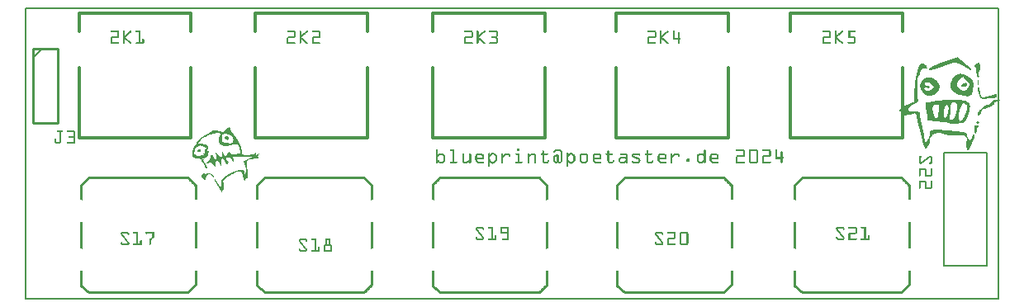
<source format=gto>
G04 MADE WITH FRITZING*
G04 WWW.FRITZING.ORG*
G04 DOUBLE SIDED*
G04 HOLES PLATED*
G04 CONTOUR ON CENTER OF CONTOUR VECTOR*
%ASAXBY*%
%FSLAX23Y23*%
%MOIN*%
%OFA0B0*%
%SFA1.0B1.0*%
%ADD10R,3.937010X1.181100X3.921010X1.165100*%
%ADD11C,0.008000*%
%ADD12C,0.010000*%
%ADD13C,0.005000*%
%ADD14C,0.012500*%
%ADD15R,0.001000X0.001000*%
%LNSILK1*%
G90*
G70*
G54D11*
X4Y1177D02*
X3933Y1177D01*
X3933Y4D01*
X4Y4D01*
X4Y1177D01*
D02*
X3712Y137D02*
X3884Y137D01*
D02*
X3884Y137D02*
X3884Y595D01*
D02*
X3884Y595D02*
X3712Y595D01*
D02*
X3712Y595D02*
X3712Y137D01*
G54D12*
D02*
X35Y1013D02*
X35Y713D01*
D02*
X35Y713D02*
X135Y713D01*
D02*
X135Y713D02*
X135Y1013D01*
D02*
X135Y1013D02*
X35Y1013D01*
G54D13*
D02*
X35Y978D02*
X70Y1013D01*
G54D14*
X3092Y1085D02*
X3092Y1157D01*
X3545Y1157D01*
X3545Y1085D01*
D02*
X3545Y937D02*
X3545Y654D01*
X3092Y654D01*
X3092Y937D01*
D02*
X2387Y1085D02*
X2387Y1157D01*
X2840Y1157D01*
X2840Y1085D01*
D02*
X2840Y937D02*
X2840Y654D01*
X2387Y654D01*
X2387Y937D01*
D02*
X1648Y1085D02*
X1648Y1157D01*
X2100Y1157D01*
X2100Y1085D01*
D02*
X2100Y937D02*
X2100Y654D01*
X1648Y654D01*
X1648Y937D01*
D02*
X932Y1085D02*
X932Y1157D01*
X1384Y1157D01*
X1384Y1085D01*
D02*
X1384Y937D02*
X1384Y654D01*
X932Y654D01*
X932Y937D01*
D02*
X220Y1085D02*
X220Y1157D01*
X673Y1157D01*
X673Y1085D01*
D02*
X673Y937D02*
X673Y654D01*
X220Y654D01*
X220Y937D01*
D02*
G54D15*
X350Y1086D02*
X378Y1086D01*
X401Y1086D02*
X403Y1086D01*
X428Y1086D02*
X431Y1086D01*
X451Y1086D02*
X469Y1086D01*
X1062Y1086D02*
X1090Y1086D01*
X1112Y1086D02*
X1115Y1086D01*
X1140Y1086D02*
X1143Y1086D01*
X1162Y1086D02*
X1190Y1086D01*
X1778Y1086D02*
X1806Y1086D01*
X1828Y1086D02*
X1831Y1086D01*
X1856Y1086D02*
X1859Y1086D01*
X1878Y1086D02*
X1906Y1086D01*
X2518Y1086D02*
X2545Y1086D01*
X2568Y1086D02*
X2571Y1086D01*
X2595Y1086D02*
X2598Y1086D01*
X2619Y1086D02*
X2622Y1086D01*
X3223Y1086D02*
X3250Y1086D01*
X3273Y1086D02*
X3276Y1086D01*
X3300Y1086D02*
X3303Y1086D01*
X3327Y1086D02*
X3352Y1086D01*
X349Y1085D02*
X380Y1085D01*
X400Y1085D02*
X404Y1085D01*
X427Y1085D02*
X432Y1085D01*
X450Y1085D02*
X469Y1085D01*
X1061Y1085D02*
X1091Y1085D01*
X1111Y1085D02*
X1116Y1085D01*
X1138Y1085D02*
X1144Y1085D01*
X1161Y1085D02*
X1192Y1085D01*
X1777Y1085D02*
X1807Y1085D01*
X1827Y1085D02*
X1832Y1085D01*
X1854Y1085D02*
X1860Y1085D01*
X1877Y1085D02*
X1908Y1085D01*
X2517Y1085D02*
X2547Y1085D01*
X2567Y1085D02*
X2572Y1085D01*
X2594Y1085D02*
X2599Y1085D01*
X2618Y1085D02*
X2623Y1085D01*
X3222Y1085D02*
X3252Y1085D01*
X3272Y1085D02*
X3277Y1085D01*
X3299Y1085D02*
X3304Y1085D01*
X3327Y1085D02*
X3353Y1085D01*
X349Y1084D02*
X381Y1084D01*
X399Y1084D02*
X405Y1084D01*
X426Y1084D02*
X432Y1084D01*
X449Y1084D02*
X469Y1084D01*
X1060Y1084D02*
X1092Y1084D01*
X1111Y1084D02*
X1116Y1084D01*
X1137Y1084D02*
X1144Y1084D01*
X1161Y1084D02*
X1193Y1084D01*
X1777Y1084D02*
X1808Y1084D01*
X1827Y1084D02*
X1832Y1084D01*
X1853Y1084D02*
X1860Y1084D01*
X1877Y1084D02*
X1909Y1084D01*
X2516Y1084D02*
X2548Y1084D01*
X2566Y1084D02*
X2572Y1084D01*
X2593Y1084D02*
X2600Y1084D01*
X2618Y1084D02*
X2624Y1084D01*
X3221Y1084D02*
X3253Y1084D01*
X3272Y1084D02*
X3277Y1084D01*
X3298Y1084D02*
X3305Y1084D01*
X3327Y1084D02*
X3354Y1084D01*
X349Y1083D02*
X381Y1083D01*
X399Y1083D02*
X405Y1083D01*
X424Y1083D02*
X433Y1083D01*
X449Y1083D02*
X469Y1083D01*
X1060Y1083D02*
X1093Y1083D01*
X1111Y1083D02*
X1117Y1083D01*
X1136Y1083D02*
X1144Y1083D01*
X1161Y1083D02*
X1193Y1083D01*
X1776Y1083D02*
X1809Y1083D01*
X1827Y1083D02*
X1833Y1083D01*
X1852Y1083D02*
X1860Y1083D01*
X1877Y1083D02*
X1909Y1083D01*
X2516Y1083D02*
X2549Y1083D01*
X2566Y1083D02*
X2572Y1083D01*
X2592Y1083D02*
X2600Y1083D01*
X2618Y1083D02*
X2624Y1083D01*
X3221Y1083D02*
X3254Y1083D01*
X3271Y1083D02*
X3277Y1083D01*
X3297Y1083D02*
X3305Y1083D01*
X3327Y1083D02*
X3354Y1083D01*
X349Y1082D02*
X382Y1082D01*
X399Y1082D02*
X405Y1082D01*
X423Y1082D02*
X432Y1082D01*
X449Y1082D02*
X469Y1082D01*
X1061Y1082D02*
X1093Y1082D01*
X1111Y1082D02*
X1117Y1082D01*
X1135Y1082D02*
X1144Y1082D01*
X1161Y1082D02*
X1194Y1082D01*
X1777Y1082D02*
X1809Y1082D01*
X1827Y1082D02*
X1833Y1082D01*
X1851Y1082D02*
X1860Y1082D01*
X1877Y1082D02*
X1910Y1082D01*
X2516Y1082D02*
X2549Y1082D01*
X2566Y1082D02*
X2572Y1082D01*
X2591Y1082D02*
X2600Y1082D01*
X2618Y1082D02*
X2624Y1082D01*
X3221Y1082D02*
X3254Y1082D01*
X3271Y1082D02*
X3277Y1082D01*
X3296Y1082D02*
X3305Y1082D01*
X3327Y1082D02*
X3353Y1082D01*
X350Y1081D02*
X382Y1081D01*
X399Y1081D02*
X405Y1081D01*
X422Y1081D02*
X432Y1081D01*
X450Y1081D02*
X469Y1081D01*
X1061Y1081D02*
X1094Y1081D01*
X1111Y1081D02*
X1117Y1081D01*
X1134Y1081D02*
X1143Y1081D01*
X1162Y1081D02*
X1194Y1081D01*
X1777Y1081D02*
X1810Y1081D01*
X1827Y1081D02*
X1833Y1081D01*
X1850Y1081D02*
X1859Y1081D01*
X1878Y1081D02*
X1910Y1081D01*
X2517Y1081D02*
X2549Y1081D01*
X2566Y1081D02*
X2572Y1081D01*
X2589Y1081D02*
X2599Y1081D01*
X2618Y1081D02*
X2624Y1081D01*
X3222Y1081D02*
X3255Y1081D01*
X3271Y1081D02*
X3277Y1081D01*
X3294Y1081D02*
X3304Y1081D01*
X3327Y1081D02*
X3353Y1081D01*
X351Y1080D02*
X382Y1080D01*
X399Y1080D02*
X405Y1080D01*
X421Y1080D02*
X431Y1080D01*
X451Y1080D02*
X469Y1080D01*
X1062Y1080D02*
X1094Y1080D01*
X1111Y1080D02*
X1117Y1080D01*
X1132Y1080D02*
X1142Y1080D01*
X1163Y1080D02*
X1194Y1080D01*
X1778Y1080D02*
X1810Y1080D01*
X1827Y1080D02*
X1833Y1080D01*
X1848Y1080D02*
X1858Y1080D01*
X1879Y1080D02*
X1910Y1080D01*
X2518Y1080D02*
X2550Y1080D01*
X2566Y1080D02*
X2572Y1080D01*
X2588Y1080D02*
X2598Y1080D01*
X2618Y1080D02*
X2624Y1080D01*
X2640Y1080D02*
X2643Y1080D01*
X3223Y1080D02*
X3255Y1080D01*
X3271Y1080D02*
X3277Y1080D01*
X3293Y1080D02*
X3303Y1080D01*
X3327Y1080D02*
X3352Y1080D01*
X376Y1079D02*
X382Y1079D01*
X399Y1079D02*
X405Y1079D01*
X420Y1079D02*
X430Y1079D01*
X463Y1079D02*
X469Y1079D01*
X1088Y1079D02*
X1094Y1079D01*
X1111Y1079D02*
X1117Y1079D01*
X1131Y1079D02*
X1141Y1079D01*
X1188Y1079D02*
X1194Y1079D01*
X1804Y1079D02*
X1810Y1079D01*
X1827Y1079D02*
X1833Y1079D01*
X1847Y1079D02*
X1857Y1079D01*
X1904Y1079D02*
X1910Y1079D01*
X2544Y1079D02*
X2550Y1079D01*
X2566Y1079D02*
X2572Y1079D01*
X2587Y1079D02*
X2597Y1079D01*
X2618Y1079D02*
X2624Y1079D01*
X2639Y1079D02*
X2644Y1079D01*
X3249Y1079D02*
X3255Y1079D01*
X3271Y1079D02*
X3277Y1079D01*
X3292Y1079D02*
X3302Y1079D01*
X3327Y1079D02*
X3333Y1079D01*
X376Y1078D02*
X382Y1078D01*
X399Y1078D02*
X405Y1078D01*
X419Y1078D02*
X428Y1078D01*
X463Y1078D02*
X469Y1078D01*
X1088Y1078D02*
X1094Y1078D01*
X1111Y1078D02*
X1117Y1078D01*
X1130Y1078D02*
X1140Y1078D01*
X1188Y1078D02*
X1194Y1078D01*
X1804Y1078D02*
X1810Y1078D01*
X1827Y1078D02*
X1833Y1078D01*
X1846Y1078D02*
X1856Y1078D01*
X1904Y1078D02*
X1910Y1078D01*
X2544Y1078D02*
X2550Y1078D01*
X2566Y1078D02*
X2572Y1078D01*
X2586Y1078D02*
X2596Y1078D01*
X2618Y1078D02*
X2624Y1078D01*
X2639Y1078D02*
X2644Y1078D01*
X3249Y1078D02*
X3255Y1078D01*
X3271Y1078D02*
X3277Y1078D01*
X3291Y1078D02*
X3301Y1078D01*
X3327Y1078D02*
X3333Y1078D01*
X376Y1077D02*
X382Y1077D01*
X399Y1077D02*
X405Y1077D01*
X417Y1077D02*
X427Y1077D01*
X463Y1077D02*
X469Y1077D01*
X1088Y1077D02*
X1094Y1077D01*
X1111Y1077D02*
X1117Y1077D01*
X1129Y1077D02*
X1139Y1077D01*
X1188Y1077D02*
X1194Y1077D01*
X1804Y1077D02*
X1810Y1077D01*
X1827Y1077D02*
X1833Y1077D01*
X1845Y1077D02*
X1855Y1077D01*
X1904Y1077D02*
X1910Y1077D01*
X2544Y1077D02*
X2550Y1077D01*
X2566Y1077D02*
X2572Y1077D01*
X2585Y1077D02*
X2595Y1077D01*
X2618Y1077D02*
X2624Y1077D01*
X2639Y1077D02*
X2645Y1077D01*
X3249Y1077D02*
X3255Y1077D01*
X3271Y1077D02*
X3277Y1077D01*
X3290Y1077D02*
X3300Y1077D01*
X3327Y1077D02*
X3333Y1077D01*
X376Y1076D02*
X382Y1076D01*
X399Y1076D02*
X405Y1076D01*
X416Y1076D02*
X426Y1076D01*
X463Y1076D02*
X469Y1076D01*
X1088Y1076D02*
X1094Y1076D01*
X1111Y1076D02*
X1117Y1076D01*
X1128Y1076D02*
X1138Y1076D01*
X1188Y1076D02*
X1194Y1076D01*
X1804Y1076D02*
X1810Y1076D01*
X1827Y1076D02*
X1833Y1076D01*
X1844Y1076D02*
X1854Y1076D01*
X1904Y1076D02*
X1910Y1076D01*
X2544Y1076D02*
X2550Y1076D01*
X2566Y1076D02*
X2572Y1076D01*
X2584Y1076D02*
X2593Y1076D01*
X2618Y1076D02*
X2624Y1076D01*
X2638Y1076D02*
X2645Y1076D01*
X3249Y1076D02*
X3255Y1076D01*
X3271Y1076D02*
X3277Y1076D01*
X3289Y1076D02*
X3298Y1076D01*
X3327Y1076D02*
X3333Y1076D01*
X376Y1075D02*
X382Y1075D01*
X399Y1075D02*
X405Y1075D01*
X415Y1075D02*
X425Y1075D01*
X463Y1075D02*
X469Y1075D01*
X1088Y1075D02*
X1094Y1075D01*
X1111Y1075D02*
X1117Y1075D01*
X1127Y1075D02*
X1136Y1075D01*
X1188Y1075D02*
X1194Y1075D01*
X1804Y1075D02*
X1810Y1075D01*
X1827Y1075D02*
X1833Y1075D01*
X1843Y1075D02*
X1852Y1075D01*
X1904Y1075D02*
X1910Y1075D01*
X2544Y1075D02*
X2550Y1075D01*
X2566Y1075D02*
X2572Y1075D01*
X2582Y1075D02*
X2592Y1075D01*
X2618Y1075D02*
X2624Y1075D01*
X2638Y1075D02*
X2645Y1075D01*
X3249Y1075D02*
X3255Y1075D01*
X3271Y1075D02*
X3277Y1075D01*
X3287Y1075D02*
X3297Y1075D01*
X3327Y1075D02*
X3333Y1075D01*
X376Y1074D02*
X382Y1074D01*
X399Y1074D02*
X405Y1074D01*
X414Y1074D02*
X424Y1074D01*
X463Y1074D02*
X469Y1074D01*
X1088Y1074D02*
X1094Y1074D01*
X1111Y1074D02*
X1117Y1074D01*
X1125Y1074D02*
X1135Y1074D01*
X1188Y1074D02*
X1194Y1074D01*
X1804Y1074D02*
X1810Y1074D01*
X1827Y1074D02*
X1833Y1074D01*
X1841Y1074D02*
X1851Y1074D01*
X1904Y1074D02*
X1910Y1074D01*
X2544Y1074D02*
X2550Y1074D01*
X2566Y1074D02*
X2572Y1074D01*
X2581Y1074D02*
X2591Y1074D01*
X2618Y1074D02*
X2624Y1074D01*
X2638Y1074D02*
X2645Y1074D01*
X3249Y1074D02*
X3255Y1074D01*
X3271Y1074D02*
X3277Y1074D01*
X3286Y1074D02*
X3296Y1074D01*
X3327Y1074D02*
X3333Y1074D01*
X376Y1073D02*
X382Y1073D01*
X399Y1073D02*
X405Y1073D01*
X413Y1073D02*
X423Y1073D01*
X463Y1073D02*
X469Y1073D01*
X1088Y1073D02*
X1094Y1073D01*
X1111Y1073D02*
X1117Y1073D01*
X1124Y1073D02*
X1134Y1073D01*
X1188Y1073D02*
X1194Y1073D01*
X1804Y1073D02*
X1810Y1073D01*
X1827Y1073D02*
X1833Y1073D01*
X1840Y1073D02*
X1850Y1073D01*
X1904Y1073D02*
X1910Y1073D01*
X2544Y1073D02*
X2550Y1073D01*
X2566Y1073D02*
X2572Y1073D01*
X2580Y1073D02*
X2590Y1073D01*
X2618Y1073D02*
X2624Y1073D01*
X2638Y1073D02*
X2645Y1073D01*
X3249Y1073D02*
X3255Y1073D01*
X3271Y1073D02*
X3277Y1073D01*
X3285Y1073D02*
X3295Y1073D01*
X3327Y1073D02*
X3333Y1073D01*
X376Y1072D02*
X382Y1072D01*
X399Y1072D02*
X405Y1072D01*
X412Y1072D02*
X421Y1072D01*
X463Y1072D02*
X469Y1072D01*
X1088Y1072D02*
X1094Y1072D01*
X1111Y1072D02*
X1117Y1072D01*
X1123Y1072D02*
X1133Y1072D01*
X1188Y1072D02*
X1194Y1072D01*
X1804Y1072D02*
X1810Y1072D01*
X1827Y1072D02*
X1833Y1072D01*
X1839Y1072D02*
X1849Y1072D01*
X1904Y1072D02*
X1910Y1072D01*
X2544Y1072D02*
X2550Y1072D01*
X2566Y1072D02*
X2572Y1072D01*
X2579Y1072D02*
X2589Y1072D01*
X2618Y1072D02*
X2624Y1072D01*
X2638Y1072D02*
X2645Y1072D01*
X3249Y1072D02*
X3255Y1072D01*
X3271Y1072D02*
X3277Y1072D01*
X3284Y1072D02*
X3294Y1072D01*
X3327Y1072D02*
X3333Y1072D01*
X376Y1071D02*
X382Y1071D01*
X399Y1071D02*
X405Y1071D01*
X410Y1071D02*
X420Y1071D01*
X463Y1071D02*
X469Y1071D01*
X1088Y1071D02*
X1094Y1071D01*
X1111Y1071D02*
X1117Y1071D01*
X1122Y1071D02*
X1132Y1071D01*
X1188Y1071D02*
X1194Y1071D01*
X1804Y1071D02*
X1810Y1071D01*
X1827Y1071D02*
X1833Y1071D01*
X1838Y1071D02*
X1848Y1071D01*
X1904Y1071D02*
X1910Y1071D01*
X2544Y1071D02*
X2550Y1071D01*
X2566Y1071D02*
X2572Y1071D01*
X2578Y1071D02*
X2587Y1071D01*
X2618Y1071D02*
X2624Y1071D01*
X2638Y1071D02*
X2645Y1071D01*
X3249Y1071D02*
X3255Y1071D01*
X3271Y1071D02*
X3277Y1071D01*
X3283Y1071D02*
X3293Y1071D01*
X3327Y1071D02*
X3333Y1071D01*
X376Y1070D02*
X382Y1070D01*
X399Y1070D02*
X405Y1070D01*
X409Y1070D02*
X419Y1070D01*
X463Y1070D02*
X469Y1070D01*
X1088Y1070D02*
X1094Y1070D01*
X1111Y1070D02*
X1117Y1070D01*
X1121Y1070D02*
X1131Y1070D01*
X1188Y1070D02*
X1194Y1070D01*
X1804Y1070D02*
X1810Y1070D01*
X1827Y1070D02*
X1833Y1070D01*
X1837Y1070D02*
X1847Y1070D01*
X1904Y1070D02*
X1910Y1070D01*
X2544Y1070D02*
X2550Y1070D01*
X2566Y1070D02*
X2572Y1070D01*
X2577Y1070D02*
X2586Y1070D01*
X2618Y1070D02*
X2624Y1070D01*
X2638Y1070D02*
X2645Y1070D01*
X3249Y1070D02*
X3255Y1070D01*
X3271Y1070D02*
X3277Y1070D01*
X3282Y1070D02*
X3291Y1070D01*
X3327Y1070D02*
X3333Y1070D01*
X376Y1069D02*
X382Y1069D01*
X399Y1069D02*
X405Y1069D01*
X408Y1069D02*
X418Y1069D01*
X463Y1069D02*
X469Y1069D01*
X1088Y1069D02*
X1094Y1069D01*
X1111Y1069D02*
X1117Y1069D01*
X1120Y1069D02*
X1129Y1069D01*
X1188Y1069D02*
X1194Y1069D01*
X1804Y1069D02*
X1810Y1069D01*
X1827Y1069D02*
X1833Y1069D01*
X1836Y1069D02*
X1845Y1069D01*
X1904Y1069D02*
X1910Y1069D01*
X2544Y1069D02*
X2550Y1069D01*
X2566Y1069D02*
X2572Y1069D01*
X2575Y1069D02*
X2585Y1069D01*
X2618Y1069D02*
X2624Y1069D01*
X2638Y1069D02*
X2645Y1069D01*
X3249Y1069D02*
X3255Y1069D01*
X3271Y1069D02*
X3277Y1069D01*
X3280Y1069D02*
X3290Y1069D01*
X3327Y1069D02*
X3333Y1069D01*
X376Y1068D02*
X382Y1068D01*
X399Y1068D02*
X405Y1068D01*
X407Y1068D02*
X417Y1068D01*
X463Y1068D02*
X469Y1068D01*
X1088Y1068D02*
X1094Y1068D01*
X1111Y1068D02*
X1128Y1068D01*
X1188Y1068D02*
X1194Y1068D01*
X1804Y1068D02*
X1810Y1068D01*
X1827Y1068D02*
X1844Y1068D01*
X1904Y1068D02*
X1910Y1068D01*
X2544Y1068D02*
X2550Y1068D01*
X2566Y1068D02*
X2572Y1068D01*
X2574Y1068D02*
X2584Y1068D01*
X2618Y1068D02*
X2624Y1068D01*
X2638Y1068D02*
X2645Y1068D01*
X3249Y1068D02*
X3255Y1068D01*
X3271Y1068D02*
X3277Y1068D01*
X3279Y1068D02*
X3289Y1068D01*
X3327Y1068D02*
X3333Y1068D01*
X376Y1067D02*
X382Y1067D01*
X399Y1067D02*
X416Y1067D01*
X463Y1067D02*
X469Y1067D01*
X1088Y1067D02*
X1094Y1067D01*
X1111Y1067D02*
X1127Y1067D01*
X1188Y1067D02*
X1194Y1067D01*
X1804Y1067D02*
X1810Y1067D01*
X1827Y1067D02*
X1843Y1067D01*
X1904Y1067D02*
X1910Y1067D01*
X2544Y1067D02*
X2550Y1067D01*
X2566Y1067D02*
X2583Y1067D01*
X2618Y1067D02*
X2624Y1067D01*
X2638Y1067D02*
X2645Y1067D01*
X3249Y1067D02*
X3255Y1067D01*
X3271Y1067D02*
X3288Y1067D01*
X3327Y1067D02*
X3333Y1067D01*
X376Y1066D02*
X382Y1066D01*
X399Y1066D02*
X414Y1066D01*
X463Y1066D02*
X469Y1066D01*
X1088Y1066D02*
X1094Y1066D01*
X1111Y1066D02*
X1126Y1066D01*
X1188Y1066D02*
X1194Y1066D01*
X1804Y1066D02*
X1810Y1066D01*
X1827Y1066D02*
X1842Y1066D01*
X1904Y1066D02*
X1910Y1066D01*
X2544Y1066D02*
X2550Y1066D01*
X2566Y1066D02*
X2582Y1066D01*
X2618Y1066D02*
X2624Y1066D01*
X2638Y1066D02*
X2645Y1066D01*
X3249Y1066D02*
X3255Y1066D01*
X3271Y1066D02*
X3287Y1066D01*
X3327Y1066D02*
X3333Y1066D01*
X376Y1065D02*
X382Y1065D01*
X399Y1065D02*
X413Y1065D01*
X463Y1065D02*
X469Y1065D01*
X1088Y1065D02*
X1094Y1065D01*
X1111Y1065D02*
X1125Y1065D01*
X1188Y1065D02*
X1194Y1065D01*
X1804Y1065D02*
X1810Y1065D01*
X1827Y1065D02*
X1841Y1065D01*
X1904Y1065D02*
X1910Y1065D01*
X2544Y1065D02*
X2550Y1065D01*
X2566Y1065D02*
X2580Y1065D01*
X2618Y1065D02*
X2624Y1065D01*
X2638Y1065D02*
X2645Y1065D01*
X3249Y1065D02*
X3255Y1065D01*
X3271Y1065D02*
X3286Y1065D01*
X3327Y1065D02*
X3333Y1065D01*
X376Y1064D02*
X382Y1064D01*
X399Y1064D02*
X412Y1064D01*
X463Y1064D02*
X469Y1064D01*
X1088Y1064D02*
X1094Y1064D01*
X1111Y1064D02*
X1124Y1064D01*
X1188Y1064D02*
X1194Y1064D01*
X1804Y1064D02*
X1810Y1064D01*
X1827Y1064D02*
X1840Y1064D01*
X1903Y1064D02*
X1910Y1064D01*
X2544Y1064D02*
X2550Y1064D01*
X2566Y1064D02*
X2579Y1064D01*
X2618Y1064D02*
X2624Y1064D01*
X2638Y1064D02*
X2645Y1064D01*
X3249Y1064D02*
X3255Y1064D01*
X3271Y1064D02*
X3284Y1064D01*
X3327Y1064D02*
X3333Y1064D01*
X355Y1063D02*
X382Y1063D01*
X399Y1063D02*
X411Y1063D01*
X463Y1063D02*
X469Y1063D01*
X1067Y1063D02*
X1094Y1063D01*
X1111Y1063D02*
X1122Y1063D01*
X1167Y1063D02*
X1194Y1063D01*
X1783Y1063D02*
X1810Y1063D01*
X1827Y1063D02*
X1838Y1063D01*
X1886Y1063D02*
X1910Y1063D01*
X2522Y1063D02*
X2550Y1063D01*
X2566Y1063D02*
X2578Y1063D01*
X2618Y1063D02*
X2624Y1063D01*
X2638Y1063D02*
X2645Y1063D01*
X3228Y1063D02*
X3255Y1063D01*
X3271Y1063D02*
X3283Y1063D01*
X3327Y1063D02*
X3348Y1063D01*
X352Y1062D02*
X382Y1062D01*
X399Y1062D02*
X410Y1062D01*
X463Y1062D02*
X469Y1062D01*
X1064Y1062D02*
X1094Y1062D01*
X1111Y1062D02*
X1121Y1062D01*
X1164Y1062D02*
X1194Y1062D01*
X1780Y1062D02*
X1810Y1062D01*
X1827Y1062D02*
X1837Y1062D01*
X1885Y1062D02*
X1909Y1062D01*
X2520Y1062D02*
X2550Y1062D01*
X2566Y1062D02*
X2577Y1062D01*
X2618Y1062D02*
X2624Y1062D01*
X2638Y1062D02*
X2645Y1062D01*
X3225Y1062D02*
X3255Y1062D01*
X3271Y1062D02*
X3282Y1062D01*
X3327Y1062D02*
X3350Y1062D01*
X351Y1061D02*
X382Y1061D01*
X399Y1061D02*
X409Y1061D01*
X463Y1061D02*
X469Y1061D01*
X1063Y1061D02*
X1094Y1061D01*
X1111Y1061D02*
X1120Y1061D01*
X1163Y1061D02*
X1194Y1061D01*
X1779Y1061D02*
X1810Y1061D01*
X1827Y1061D02*
X1836Y1061D01*
X1884Y1061D02*
X1909Y1061D01*
X2518Y1061D02*
X2549Y1061D01*
X2566Y1061D02*
X2576Y1061D01*
X2618Y1061D02*
X2624Y1061D01*
X2638Y1061D02*
X2645Y1061D01*
X3223Y1061D02*
X3254Y1061D01*
X3271Y1061D02*
X3281Y1061D01*
X3327Y1061D02*
X3352Y1061D01*
X350Y1060D02*
X382Y1060D01*
X399Y1060D02*
X407Y1060D01*
X463Y1060D02*
X469Y1060D01*
X1062Y1060D02*
X1093Y1060D01*
X1111Y1060D02*
X1119Y1060D01*
X1162Y1060D02*
X1193Y1060D01*
X1778Y1060D02*
X1809Y1060D01*
X1827Y1060D02*
X1835Y1060D01*
X1884Y1060D02*
X1908Y1060D01*
X2517Y1060D02*
X2549Y1060D01*
X2566Y1060D02*
X2575Y1060D01*
X2618Y1060D02*
X2624Y1060D01*
X2638Y1060D02*
X2645Y1060D01*
X3223Y1060D02*
X3254Y1060D01*
X3271Y1060D02*
X3280Y1060D01*
X3327Y1060D02*
X3352Y1060D01*
X350Y1059D02*
X381Y1059D01*
X399Y1059D02*
X408Y1059D01*
X463Y1059D02*
X469Y1059D01*
X1061Y1059D02*
X1092Y1059D01*
X1111Y1059D02*
X1119Y1059D01*
X1161Y1059D02*
X1193Y1059D01*
X1777Y1059D02*
X1808Y1059D01*
X1827Y1059D02*
X1835Y1059D01*
X1884Y1059D02*
X1908Y1059D01*
X2517Y1059D02*
X2548Y1059D01*
X2566Y1059D02*
X2575Y1059D01*
X2618Y1059D02*
X2624Y1059D01*
X2638Y1059D02*
X2645Y1059D01*
X3222Y1059D02*
X3253Y1059D01*
X3271Y1059D02*
X3280Y1059D01*
X3327Y1059D02*
X3353Y1059D01*
X349Y1058D02*
X380Y1058D01*
X399Y1058D02*
X409Y1058D01*
X463Y1058D02*
X469Y1058D01*
X1061Y1058D02*
X1091Y1058D01*
X1111Y1058D02*
X1120Y1058D01*
X1161Y1058D02*
X1192Y1058D01*
X1777Y1058D02*
X1808Y1058D01*
X1827Y1058D02*
X1836Y1058D01*
X1884Y1058D02*
X1909Y1058D01*
X2516Y1058D02*
X2547Y1058D01*
X2566Y1058D02*
X2576Y1058D01*
X2618Y1058D02*
X2624Y1058D01*
X2638Y1058D02*
X2645Y1058D01*
X3221Y1058D02*
X3252Y1058D01*
X3271Y1058D02*
X3281Y1058D01*
X3327Y1058D02*
X3353Y1058D01*
X349Y1057D02*
X378Y1057D01*
X399Y1057D02*
X410Y1057D01*
X463Y1057D02*
X469Y1057D01*
X1060Y1057D02*
X1090Y1057D01*
X1111Y1057D02*
X1121Y1057D01*
X1161Y1057D02*
X1190Y1057D01*
X1776Y1057D02*
X1806Y1057D01*
X1827Y1057D02*
X1838Y1057D01*
X1885Y1057D02*
X1909Y1057D01*
X2516Y1057D02*
X2546Y1057D01*
X2566Y1057D02*
X2577Y1057D01*
X2618Y1057D02*
X2646Y1057D01*
X3221Y1057D02*
X3251Y1057D01*
X3271Y1057D02*
X3282Y1057D01*
X3327Y1057D02*
X3354Y1057D01*
X349Y1056D02*
X355Y1056D01*
X399Y1056D02*
X411Y1056D01*
X463Y1056D02*
X469Y1056D01*
X1060Y1056D02*
X1067Y1056D01*
X1111Y1056D02*
X1123Y1056D01*
X1161Y1056D02*
X1167Y1056D01*
X1776Y1056D02*
X1783Y1056D01*
X1827Y1056D02*
X1839Y1056D01*
X1901Y1056D02*
X1910Y1056D01*
X2516Y1056D02*
X2522Y1056D01*
X2566Y1056D02*
X2578Y1056D01*
X2618Y1056D02*
X2648Y1056D01*
X3221Y1056D02*
X3227Y1056D01*
X3271Y1056D02*
X3283Y1056D01*
X3347Y1056D02*
X3354Y1056D01*
X349Y1055D02*
X355Y1055D01*
X399Y1055D02*
X412Y1055D01*
X463Y1055D02*
X469Y1055D01*
X1060Y1055D02*
X1066Y1055D01*
X1111Y1055D02*
X1124Y1055D01*
X1161Y1055D02*
X1167Y1055D01*
X1776Y1055D02*
X1782Y1055D01*
X1827Y1055D02*
X1840Y1055D01*
X1903Y1055D02*
X1910Y1055D01*
X2516Y1055D02*
X2522Y1055D01*
X2566Y1055D02*
X2580Y1055D01*
X2618Y1055D02*
X2648Y1055D01*
X3221Y1055D02*
X3227Y1055D01*
X3271Y1055D02*
X3285Y1055D01*
X3348Y1055D02*
X3354Y1055D01*
X349Y1054D02*
X355Y1054D01*
X399Y1054D02*
X413Y1054D01*
X463Y1054D02*
X469Y1054D01*
X1060Y1054D02*
X1066Y1054D01*
X1111Y1054D02*
X1125Y1054D01*
X1161Y1054D02*
X1167Y1054D01*
X1776Y1054D02*
X1782Y1054D01*
X1827Y1054D02*
X1841Y1054D01*
X1904Y1054D02*
X1910Y1054D01*
X2516Y1054D02*
X2522Y1054D01*
X2566Y1054D02*
X2581Y1054D01*
X2618Y1054D02*
X2649Y1054D01*
X3221Y1054D02*
X3227Y1054D01*
X3271Y1054D02*
X3286Y1054D01*
X3348Y1054D02*
X3354Y1054D01*
X349Y1053D02*
X355Y1053D01*
X399Y1053D02*
X415Y1053D01*
X463Y1053D02*
X469Y1053D01*
X478Y1053D02*
X481Y1053D01*
X1060Y1053D02*
X1066Y1053D01*
X1111Y1053D02*
X1126Y1053D01*
X1161Y1053D02*
X1167Y1053D01*
X1776Y1053D02*
X1782Y1053D01*
X1827Y1053D02*
X1842Y1053D01*
X1904Y1053D02*
X1910Y1053D01*
X2516Y1053D02*
X2522Y1053D01*
X2566Y1053D02*
X2582Y1053D01*
X2618Y1053D02*
X2649Y1053D01*
X3221Y1053D02*
X3227Y1053D01*
X3271Y1053D02*
X3287Y1053D01*
X3348Y1053D02*
X3354Y1053D01*
X349Y1052D02*
X355Y1052D01*
X399Y1052D02*
X416Y1052D01*
X463Y1052D02*
X469Y1052D01*
X477Y1052D02*
X482Y1052D01*
X1060Y1052D02*
X1066Y1052D01*
X1111Y1052D02*
X1127Y1052D01*
X1161Y1052D02*
X1167Y1052D01*
X1776Y1052D02*
X1782Y1052D01*
X1827Y1052D02*
X1843Y1052D01*
X1904Y1052D02*
X1910Y1052D01*
X2516Y1052D02*
X2522Y1052D01*
X2566Y1052D02*
X2583Y1052D01*
X2618Y1052D02*
X2648Y1052D01*
X3221Y1052D02*
X3227Y1052D01*
X3271Y1052D02*
X3288Y1052D01*
X3348Y1052D02*
X3354Y1052D01*
X349Y1051D02*
X355Y1051D01*
X399Y1051D02*
X405Y1051D01*
X407Y1051D02*
X417Y1051D01*
X463Y1051D02*
X469Y1051D01*
X477Y1051D02*
X482Y1051D01*
X1060Y1051D02*
X1066Y1051D01*
X1111Y1051D02*
X1117Y1051D01*
X1119Y1051D02*
X1128Y1051D01*
X1161Y1051D02*
X1167Y1051D01*
X1776Y1051D02*
X1782Y1051D01*
X1827Y1051D02*
X1833Y1051D01*
X1835Y1051D02*
X1845Y1051D01*
X1904Y1051D02*
X1910Y1051D01*
X2516Y1051D02*
X2522Y1051D01*
X2566Y1051D02*
X2572Y1051D01*
X2574Y1051D02*
X2584Y1051D01*
X2618Y1051D02*
X2648Y1051D01*
X3221Y1051D02*
X3227Y1051D01*
X3271Y1051D02*
X3277Y1051D01*
X3280Y1051D02*
X3289Y1051D01*
X3348Y1051D02*
X3354Y1051D01*
X349Y1050D02*
X355Y1050D01*
X399Y1050D02*
X405Y1050D01*
X408Y1050D02*
X418Y1050D01*
X463Y1050D02*
X469Y1050D01*
X477Y1050D02*
X483Y1050D01*
X1060Y1050D02*
X1066Y1050D01*
X1111Y1050D02*
X1117Y1050D01*
X1120Y1050D02*
X1130Y1050D01*
X1161Y1050D02*
X1167Y1050D01*
X1776Y1050D02*
X1782Y1050D01*
X1827Y1050D02*
X1833Y1050D01*
X1836Y1050D02*
X1846Y1050D01*
X1904Y1050D02*
X1910Y1050D01*
X2516Y1050D02*
X2522Y1050D01*
X2566Y1050D02*
X2572Y1050D01*
X2576Y1050D02*
X2585Y1050D01*
X2638Y1050D02*
X2645Y1050D01*
X3221Y1050D02*
X3227Y1050D01*
X3271Y1050D02*
X3277Y1050D01*
X3281Y1050D02*
X3290Y1050D01*
X3348Y1050D02*
X3354Y1050D01*
X349Y1049D02*
X355Y1049D01*
X399Y1049D02*
X405Y1049D01*
X409Y1049D02*
X419Y1049D01*
X463Y1049D02*
X469Y1049D01*
X477Y1049D02*
X483Y1049D01*
X1060Y1049D02*
X1066Y1049D01*
X1111Y1049D02*
X1117Y1049D01*
X1121Y1049D02*
X1131Y1049D01*
X1161Y1049D02*
X1167Y1049D01*
X1776Y1049D02*
X1782Y1049D01*
X1827Y1049D02*
X1833Y1049D01*
X1837Y1049D02*
X1847Y1049D01*
X1904Y1049D02*
X1910Y1049D01*
X2516Y1049D02*
X2522Y1049D01*
X2566Y1049D02*
X2572Y1049D01*
X2577Y1049D02*
X2587Y1049D01*
X2638Y1049D02*
X2645Y1049D01*
X3221Y1049D02*
X3227Y1049D01*
X3271Y1049D02*
X3277Y1049D01*
X3282Y1049D02*
X3292Y1049D01*
X3348Y1049D02*
X3354Y1049D01*
X349Y1048D02*
X355Y1048D01*
X399Y1048D02*
X405Y1048D01*
X411Y1048D02*
X420Y1048D01*
X463Y1048D02*
X469Y1048D01*
X477Y1048D02*
X483Y1048D01*
X1060Y1048D02*
X1066Y1048D01*
X1111Y1048D02*
X1117Y1048D01*
X1122Y1048D02*
X1132Y1048D01*
X1161Y1048D02*
X1167Y1048D01*
X1776Y1048D02*
X1782Y1048D01*
X1827Y1048D02*
X1833Y1048D01*
X1838Y1048D02*
X1848Y1048D01*
X1904Y1048D02*
X1910Y1048D01*
X2516Y1048D02*
X2522Y1048D01*
X2566Y1048D02*
X2572Y1048D01*
X2578Y1048D02*
X2588Y1048D01*
X2638Y1048D02*
X2645Y1048D01*
X3221Y1048D02*
X3227Y1048D01*
X3271Y1048D02*
X3277Y1048D01*
X3283Y1048D02*
X3293Y1048D01*
X3348Y1048D02*
X3354Y1048D01*
X349Y1047D02*
X355Y1047D01*
X399Y1047D02*
X405Y1047D01*
X412Y1047D02*
X422Y1047D01*
X463Y1047D02*
X469Y1047D01*
X477Y1047D02*
X483Y1047D01*
X1060Y1047D02*
X1066Y1047D01*
X1111Y1047D02*
X1117Y1047D01*
X1123Y1047D02*
X1133Y1047D01*
X1161Y1047D02*
X1167Y1047D01*
X1776Y1047D02*
X1782Y1047D01*
X1827Y1047D02*
X1833Y1047D01*
X1839Y1047D02*
X1849Y1047D01*
X1904Y1047D02*
X1910Y1047D01*
X2516Y1047D02*
X2522Y1047D01*
X2566Y1047D02*
X2572Y1047D01*
X2579Y1047D02*
X2589Y1047D01*
X2638Y1047D02*
X2645Y1047D01*
X3221Y1047D02*
X3227Y1047D01*
X3271Y1047D02*
X3277Y1047D01*
X3284Y1047D02*
X3294Y1047D01*
X3348Y1047D02*
X3354Y1047D01*
X349Y1046D02*
X355Y1046D01*
X399Y1046D02*
X405Y1046D01*
X413Y1046D02*
X423Y1046D01*
X463Y1046D02*
X469Y1046D01*
X477Y1046D02*
X483Y1046D01*
X1060Y1046D02*
X1066Y1046D01*
X1111Y1046D02*
X1117Y1046D01*
X1124Y1046D02*
X1134Y1046D01*
X1161Y1046D02*
X1167Y1046D01*
X1776Y1046D02*
X1782Y1046D01*
X1827Y1046D02*
X1833Y1046D01*
X1841Y1046D02*
X1850Y1046D01*
X1904Y1046D02*
X1910Y1046D01*
X2516Y1046D02*
X2522Y1046D01*
X2566Y1046D02*
X2572Y1046D01*
X2580Y1046D02*
X2590Y1046D01*
X2638Y1046D02*
X2645Y1046D01*
X3221Y1046D02*
X3227Y1046D01*
X3271Y1046D02*
X3277Y1046D01*
X3285Y1046D02*
X3295Y1046D01*
X3348Y1046D02*
X3354Y1046D01*
X349Y1045D02*
X355Y1045D01*
X399Y1045D02*
X405Y1045D01*
X414Y1045D02*
X424Y1045D01*
X463Y1045D02*
X469Y1045D01*
X477Y1045D02*
X483Y1045D01*
X1060Y1045D02*
X1066Y1045D01*
X1111Y1045D02*
X1117Y1045D01*
X1126Y1045D02*
X1135Y1045D01*
X1161Y1045D02*
X1167Y1045D01*
X1776Y1045D02*
X1782Y1045D01*
X1827Y1045D02*
X1833Y1045D01*
X1842Y1045D02*
X1852Y1045D01*
X1904Y1045D02*
X1910Y1045D01*
X2516Y1045D02*
X2522Y1045D01*
X2566Y1045D02*
X2572Y1045D01*
X2581Y1045D02*
X2591Y1045D01*
X2638Y1045D02*
X2645Y1045D01*
X3221Y1045D02*
X3227Y1045D01*
X3271Y1045D02*
X3277Y1045D01*
X3287Y1045D02*
X3296Y1045D01*
X3348Y1045D02*
X3354Y1045D01*
X349Y1044D02*
X355Y1044D01*
X399Y1044D02*
X405Y1044D01*
X415Y1044D02*
X425Y1044D01*
X463Y1044D02*
X469Y1044D01*
X477Y1044D02*
X483Y1044D01*
X1060Y1044D02*
X1066Y1044D01*
X1111Y1044D02*
X1117Y1044D01*
X1127Y1044D02*
X1137Y1044D01*
X1161Y1044D02*
X1167Y1044D01*
X1776Y1044D02*
X1782Y1044D01*
X1827Y1044D02*
X1833Y1044D01*
X1843Y1044D02*
X1853Y1044D01*
X1904Y1044D02*
X1910Y1044D01*
X2516Y1044D02*
X2522Y1044D01*
X2566Y1044D02*
X2572Y1044D01*
X2583Y1044D02*
X2592Y1044D01*
X2638Y1044D02*
X2645Y1044D01*
X3221Y1044D02*
X3227Y1044D01*
X3271Y1044D02*
X3277Y1044D01*
X3288Y1044D02*
X3297Y1044D01*
X3348Y1044D02*
X3354Y1044D01*
X349Y1043D02*
X355Y1043D01*
X399Y1043D02*
X405Y1043D01*
X416Y1043D02*
X426Y1043D01*
X463Y1043D02*
X469Y1043D01*
X477Y1043D02*
X483Y1043D01*
X1060Y1043D02*
X1066Y1043D01*
X1111Y1043D02*
X1117Y1043D01*
X1128Y1043D02*
X1138Y1043D01*
X1161Y1043D02*
X1167Y1043D01*
X1776Y1043D02*
X1782Y1043D01*
X1827Y1043D02*
X1833Y1043D01*
X1844Y1043D02*
X1854Y1043D01*
X1904Y1043D02*
X1910Y1043D01*
X2516Y1043D02*
X2522Y1043D01*
X2566Y1043D02*
X2572Y1043D01*
X2584Y1043D02*
X2594Y1043D01*
X2638Y1043D02*
X2645Y1043D01*
X3221Y1043D02*
X3227Y1043D01*
X3271Y1043D02*
X3277Y1043D01*
X3289Y1043D02*
X3299Y1043D01*
X3348Y1043D02*
X3354Y1043D01*
X349Y1042D02*
X355Y1042D01*
X399Y1042D02*
X405Y1042D01*
X418Y1042D02*
X427Y1042D01*
X463Y1042D02*
X469Y1042D01*
X477Y1042D02*
X483Y1042D01*
X1060Y1042D02*
X1066Y1042D01*
X1111Y1042D02*
X1117Y1042D01*
X1129Y1042D02*
X1139Y1042D01*
X1161Y1042D02*
X1167Y1042D01*
X1776Y1042D02*
X1782Y1042D01*
X1827Y1042D02*
X1833Y1042D01*
X1845Y1042D02*
X1855Y1042D01*
X1904Y1042D02*
X1910Y1042D01*
X2516Y1042D02*
X2522Y1042D01*
X2566Y1042D02*
X2572Y1042D01*
X2585Y1042D02*
X2595Y1042D01*
X2638Y1042D02*
X2645Y1042D01*
X3221Y1042D02*
X3227Y1042D01*
X3271Y1042D02*
X3277Y1042D01*
X3290Y1042D02*
X3300Y1042D01*
X3348Y1042D02*
X3354Y1042D01*
X349Y1041D02*
X355Y1041D01*
X399Y1041D02*
X405Y1041D01*
X419Y1041D02*
X429Y1041D01*
X463Y1041D02*
X469Y1041D01*
X477Y1041D02*
X483Y1041D01*
X1060Y1041D02*
X1066Y1041D01*
X1111Y1041D02*
X1117Y1041D01*
X1130Y1041D02*
X1140Y1041D01*
X1161Y1041D02*
X1167Y1041D01*
X1776Y1041D02*
X1782Y1041D01*
X1827Y1041D02*
X1833Y1041D01*
X1846Y1041D02*
X1856Y1041D01*
X1904Y1041D02*
X1910Y1041D01*
X2516Y1041D02*
X2522Y1041D01*
X2566Y1041D02*
X2572Y1041D01*
X2586Y1041D02*
X2596Y1041D01*
X2638Y1041D02*
X2645Y1041D01*
X3221Y1041D02*
X3227Y1041D01*
X3271Y1041D02*
X3277Y1041D01*
X3291Y1041D02*
X3301Y1041D01*
X3325Y1041D02*
X3327Y1041D01*
X3348Y1041D02*
X3354Y1041D01*
X349Y1040D02*
X355Y1040D01*
X399Y1040D02*
X405Y1040D01*
X420Y1040D02*
X430Y1040D01*
X463Y1040D02*
X469Y1040D01*
X477Y1040D02*
X483Y1040D01*
X1060Y1040D02*
X1066Y1040D01*
X1111Y1040D02*
X1117Y1040D01*
X1132Y1040D02*
X1141Y1040D01*
X1161Y1040D02*
X1167Y1040D01*
X1776Y1040D02*
X1782Y1040D01*
X1827Y1040D02*
X1833Y1040D01*
X1848Y1040D02*
X1857Y1040D01*
X1904Y1040D02*
X1910Y1040D01*
X2516Y1040D02*
X2522Y1040D01*
X2566Y1040D02*
X2572Y1040D01*
X2587Y1040D02*
X2597Y1040D01*
X2638Y1040D02*
X2645Y1040D01*
X3221Y1040D02*
X3227Y1040D01*
X3271Y1040D02*
X3277Y1040D01*
X3292Y1040D02*
X3302Y1040D01*
X3324Y1040D02*
X3329Y1040D01*
X3348Y1040D02*
X3354Y1040D01*
X349Y1039D02*
X381Y1039D01*
X399Y1039D02*
X405Y1039D01*
X421Y1039D02*
X431Y1039D01*
X451Y1039D02*
X483Y1039D01*
X1060Y1039D02*
X1092Y1039D01*
X1111Y1039D02*
X1117Y1039D01*
X1133Y1039D02*
X1142Y1039D01*
X1161Y1039D02*
X1192Y1039D01*
X1776Y1039D02*
X1808Y1039D01*
X1827Y1039D02*
X1833Y1039D01*
X1849Y1039D02*
X1859Y1039D01*
X1879Y1039D02*
X1910Y1039D01*
X2516Y1039D02*
X2548Y1039D01*
X2566Y1039D02*
X2572Y1039D01*
X2588Y1039D02*
X2598Y1039D01*
X2638Y1039D02*
X2645Y1039D01*
X3221Y1039D02*
X3253Y1039D01*
X3271Y1039D02*
X3277Y1039D01*
X3294Y1039D02*
X3303Y1039D01*
X3323Y1039D02*
X3354Y1039D01*
X349Y1038D02*
X382Y1038D01*
X399Y1038D02*
X405Y1038D01*
X422Y1038D02*
X432Y1038D01*
X450Y1038D02*
X483Y1038D01*
X1060Y1038D02*
X1093Y1038D01*
X1111Y1038D02*
X1117Y1038D01*
X1134Y1038D02*
X1143Y1038D01*
X1161Y1038D02*
X1194Y1038D01*
X1776Y1038D02*
X1809Y1038D01*
X1827Y1038D02*
X1833Y1038D01*
X1850Y1038D02*
X1859Y1038D01*
X1877Y1038D02*
X1910Y1038D01*
X2516Y1038D02*
X2549Y1038D01*
X2566Y1038D02*
X2572Y1038D01*
X2590Y1038D02*
X2599Y1038D01*
X2638Y1038D02*
X2645Y1038D01*
X3221Y1038D02*
X3254Y1038D01*
X3271Y1038D02*
X3277Y1038D01*
X3295Y1038D02*
X3304Y1038D01*
X3323Y1038D02*
X3354Y1038D01*
X349Y1037D02*
X382Y1037D01*
X399Y1037D02*
X405Y1037D01*
X423Y1037D02*
X432Y1037D01*
X449Y1037D02*
X483Y1037D01*
X1060Y1037D02*
X1094Y1037D01*
X1111Y1037D02*
X1117Y1037D01*
X1135Y1037D02*
X1144Y1037D01*
X1161Y1037D02*
X1194Y1037D01*
X1776Y1037D02*
X1810Y1037D01*
X1827Y1037D02*
X1833Y1037D01*
X1851Y1037D02*
X1860Y1037D01*
X1877Y1037D02*
X1910Y1037D01*
X2516Y1037D02*
X2549Y1037D01*
X2566Y1037D02*
X2572Y1037D01*
X2591Y1037D02*
X2600Y1037D01*
X2638Y1037D02*
X2645Y1037D01*
X3221Y1037D02*
X3255Y1037D01*
X3271Y1037D02*
X3277Y1037D01*
X3296Y1037D02*
X3305Y1037D01*
X3323Y1037D02*
X3353Y1037D01*
X349Y1036D02*
X382Y1036D01*
X399Y1036D02*
X405Y1036D01*
X425Y1036D02*
X433Y1036D01*
X449Y1036D02*
X483Y1036D01*
X1060Y1036D02*
X1094Y1036D01*
X1111Y1036D02*
X1117Y1036D01*
X1136Y1036D02*
X1144Y1036D01*
X1161Y1036D02*
X1194Y1036D01*
X1776Y1036D02*
X1810Y1036D01*
X1827Y1036D02*
X1833Y1036D01*
X1852Y1036D02*
X1860Y1036D01*
X1877Y1036D02*
X1909Y1036D01*
X2516Y1036D02*
X2550Y1036D01*
X2566Y1036D02*
X2572Y1036D01*
X2592Y1036D02*
X2600Y1036D01*
X2639Y1036D02*
X2644Y1036D01*
X3221Y1036D02*
X3255Y1036D01*
X3271Y1036D02*
X3277Y1036D01*
X3297Y1036D02*
X3305Y1036D01*
X3324Y1036D02*
X3353Y1036D01*
X349Y1035D02*
X382Y1035D01*
X399Y1035D02*
X405Y1035D01*
X426Y1035D02*
X432Y1035D01*
X449Y1035D02*
X482Y1035D01*
X1060Y1035D02*
X1094Y1035D01*
X1111Y1035D02*
X1116Y1035D01*
X1137Y1035D02*
X1144Y1035D01*
X1161Y1035D02*
X1194Y1035D01*
X1776Y1035D02*
X1810Y1035D01*
X1827Y1035D02*
X1832Y1035D01*
X1853Y1035D02*
X1860Y1035D01*
X1877Y1035D02*
X1909Y1035D01*
X2516Y1035D02*
X2549Y1035D01*
X2566Y1035D02*
X2572Y1035D01*
X2593Y1035D02*
X2600Y1035D01*
X2639Y1035D02*
X2644Y1035D01*
X3221Y1035D02*
X3255Y1035D01*
X3272Y1035D02*
X3277Y1035D01*
X3298Y1035D02*
X3305Y1035D01*
X3325Y1035D02*
X3352Y1035D01*
X349Y1034D02*
X382Y1034D01*
X400Y1034D02*
X404Y1034D01*
X427Y1034D02*
X432Y1034D01*
X450Y1034D02*
X482Y1034D01*
X1060Y1034D02*
X1093Y1034D01*
X1111Y1034D02*
X1116Y1034D01*
X1139Y1034D02*
X1143Y1034D01*
X1161Y1034D02*
X1194Y1034D01*
X1776Y1034D02*
X1809Y1034D01*
X1827Y1034D02*
X1832Y1034D01*
X1855Y1034D02*
X1859Y1034D01*
X1877Y1034D02*
X1907Y1034D01*
X2516Y1034D02*
X2549Y1034D01*
X2567Y1034D02*
X2572Y1034D01*
X2594Y1034D02*
X2599Y1034D01*
X2639Y1034D02*
X2644Y1034D01*
X3221Y1034D02*
X3254Y1034D01*
X3272Y1034D02*
X3277Y1034D01*
X3299Y1034D02*
X3304Y1034D01*
X3327Y1034D02*
X3351Y1034D01*
X349Y1033D02*
X380Y1033D01*
X401Y1033D02*
X403Y1033D01*
X428Y1033D02*
X431Y1033D01*
X451Y1033D02*
X481Y1033D01*
X1060Y1033D02*
X1092Y1033D01*
X1112Y1033D02*
X1115Y1033D01*
X1140Y1033D02*
X1142Y1033D01*
X1161Y1033D02*
X1192Y1033D01*
X1776Y1033D02*
X1808Y1033D01*
X1828Y1033D02*
X1831Y1033D01*
X1856Y1033D02*
X1858Y1033D01*
X1879Y1033D02*
X1906Y1033D01*
X2516Y1033D02*
X2548Y1033D01*
X2568Y1033D02*
X2570Y1033D01*
X2596Y1033D02*
X2598Y1033D01*
X2640Y1033D02*
X2643Y1033D01*
X3221Y1033D02*
X3253Y1033D01*
X3273Y1033D02*
X3276Y1033D01*
X3301Y1033D02*
X3303Y1033D01*
X3329Y1033D02*
X3349Y1033D01*
X3767Y979D02*
X3767Y979D01*
X3764Y978D02*
X3769Y978D01*
X3761Y977D02*
X3770Y977D01*
X3758Y976D02*
X3771Y976D01*
X3755Y975D02*
X3772Y975D01*
X3752Y974D02*
X3773Y974D01*
X3749Y973D02*
X3774Y973D01*
X3745Y972D02*
X3776Y972D01*
X3742Y971D02*
X3777Y971D01*
X3739Y970D02*
X3778Y970D01*
X3736Y969D02*
X3779Y969D01*
X3733Y968D02*
X3780Y968D01*
X3730Y967D02*
X3781Y967D01*
X3727Y966D02*
X3783Y966D01*
X3724Y965D02*
X3784Y965D01*
X3721Y964D02*
X3785Y964D01*
X3718Y963D02*
X3786Y963D01*
X3715Y962D02*
X3787Y962D01*
X3712Y961D02*
X3788Y961D01*
X3710Y960D02*
X3790Y960D01*
X3707Y959D02*
X3791Y959D01*
X3704Y958D02*
X3792Y958D01*
X3701Y957D02*
X3793Y957D01*
X3699Y956D02*
X3751Y956D01*
X3761Y956D02*
X3794Y956D01*
X3696Y955D02*
X3744Y955D01*
X3767Y955D02*
X3796Y955D01*
X3849Y955D02*
X3854Y955D01*
X3694Y954D02*
X3740Y954D01*
X3771Y954D02*
X3797Y954D01*
X3846Y954D02*
X3855Y954D01*
X3691Y953D02*
X3736Y953D01*
X3774Y953D02*
X3798Y953D01*
X3844Y953D02*
X3856Y953D01*
X3620Y952D02*
X3630Y952D01*
X3689Y952D02*
X3733Y952D01*
X3776Y952D02*
X3799Y952D01*
X3842Y952D02*
X3856Y952D01*
X3618Y951D02*
X3633Y951D01*
X3686Y951D02*
X3730Y951D01*
X3779Y951D02*
X3800Y951D01*
X3841Y951D02*
X3857Y951D01*
X3616Y950D02*
X3635Y950D01*
X3684Y950D02*
X3727Y950D01*
X3781Y950D02*
X3801Y950D01*
X3839Y950D02*
X3857Y950D01*
X3615Y949D02*
X3636Y949D01*
X3682Y949D02*
X3724Y949D01*
X3783Y949D02*
X3802Y949D01*
X3838Y949D02*
X3857Y949D01*
X3614Y948D02*
X3637Y948D01*
X3679Y948D02*
X3722Y948D01*
X3784Y948D02*
X3803Y948D01*
X3837Y948D02*
X3857Y948D01*
X3614Y947D02*
X3638Y947D01*
X3677Y947D02*
X3719Y947D01*
X3786Y947D02*
X3805Y947D01*
X3836Y947D02*
X3858Y947D01*
X3613Y946D02*
X3639Y946D01*
X3675Y946D02*
X3717Y946D01*
X3788Y946D02*
X3806Y946D01*
X3835Y946D02*
X3858Y946D01*
X3613Y945D02*
X3640Y945D01*
X3673Y945D02*
X3714Y945D01*
X3789Y945D02*
X3807Y945D01*
X3834Y945D02*
X3858Y945D01*
X3612Y944D02*
X3640Y944D01*
X3671Y944D02*
X3712Y944D01*
X3791Y944D02*
X3808Y944D01*
X3834Y944D02*
X3858Y944D01*
X3612Y943D02*
X3640Y943D01*
X3669Y943D02*
X3709Y943D01*
X3792Y943D02*
X3809Y943D01*
X3834Y943D02*
X3858Y943D01*
X3611Y942D02*
X3641Y942D01*
X3667Y942D02*
X3707Y942D01*
X3794Y942D02*
X3810Y942D01*
X3836Y942D02*
X3858Y942D01*
X3611Y941D02*
X3641Y941D01*
X3666Y941D02*
X3704Y941D01*
X3796Y941D02*
X3811Y941D01*
X3838Y941D02*
X3858Y941D01*
X3610Y940D02*
X3641Y940D01*
X3664Y940D02*
X3702Y940D01*
X3797Y940D02*
X3812Y940D01*
X3839Y940D02*
X3858Y940D01*
X3610Y939D02*
X3642Y939D01*
X3662Y939D02*
X3699Y939D01*
X3799Y939D02*
X3813Y939D01*
X3840Y939D02*
X3858Y939D01*
X3610Y938D02*
X3642Y938D01*
X3660Y938D02*
X3697Y938D01*
X3800Y938D02*
X3814Y938D01*
X3840Y938D02*
X3858Y938D01*
X3609Y937D02*
X3642Y937D01*
X3659Y937D02*
X3694Y937D01*
X3802Y937D02*
X3815Y937D01*
X3841Y937D02*
X3858Y937D01*
X3609Y936D02*
X3643Y936D01*
X3658Y936D02*
X3691Y936D01*
X3804Y936D02*
X3816Y936D01*
X3841Y936D02*
X3858Y936D01*
X3609Y935D02*
X3643Y935D01*
X3656Y935D02*
X3688Y935D01*
X3805Y935D02*
X3817Y935D01*
X3842Y935D02*
X3858Y935D01*
X3608Y934D02*
X3642Y934D01*
X3655Y934D02*
X3685Y934D01*
X3807Y934D02*
X3818Y934D01*
X3842Y934D02*
X3858Y934D01*
X3608Y933D02*
X3627Y933D01*
X3654Y933D02*
X3681Y933D01*
X3809Y933D02*
X3819Y933D01*
X3842Y933D02*
X3858Y933D01*
X3608Y932D02*
X3623Y932D01*
X3653Y932D02*
X3678Y932D01*
X3811Y932D02*
X3820Y932D01*
X3842Y932D02*
X3858Y932D01*
X3607Y931D02*
X3622Y931D01*
X3653Y931D02*
X3674Y931D01*
X3812Y931D02*
X3820Y931D01*
X3842Y931D02*
X3857Y931D01*
X3607Y930D02*
X3620Y930D01*
X3652Y930D02*
X3670Y930D01*
X3814Y930D02*
X3821Y930D01*
X3842Y930D02*
X3857Y930D01*
X3607Y929D02*
X3620Y929D01*
X3653Y929D02*
X3665Y929D01*
X3816Y929D02*
X3822Y929D01*
X3843Y929D02*
X3857Y929D01*
X3606Y928D02*
X3619Y928D01*
X3655Y928D02*
X3659Y928D01*
X3819Y928D02*
X3823Y928D01*
X3843Y928D02*
X3857Y928D01*
X3606Y927D02*
X3618Y927D01*
X3821Y927D02*
X3823Y927D01*
X3843Y927D02*
X3856Y927D01*
X3606Y926D02*
X3618Y926D01*
X3843Y926D02*
X3856Y926D01*
X3606Y925D02*
X3618Y925D01*
X3843Y925D02*
X3855Y925D01*
X3605Y924D02*
X3617Y924D01*
X3843Y924D02*
X3855Y924D01*
X3605Y923D02*
X3617Y923D01*
X3843Y923D02*
X3854Y923D01*
X3605Y922D02*
X3617Y922D01*
X3843Y922D02*
X3853Y922D01*
X3605Y921D02*
X3617Y921D01*
X3843Y921D02*
X3852Y921D01*
X3604Y920D02*
X3617Y920D01*
X3843Y920D02*
X3851Y920D01*
X3604Y919D02*
X3616Y919D01*
X3843Y919D02*
X3851Y919D01*
X3604Y918D02*
X3616Y918D01*
X3843Y918D02*
X3851Y918D01*
X3604Y917D02*
X3616Y917D01*
X3843Y917D02*
X3851Y917D01*
X3603Y916D02*
X3616Y916D01*
X3843Y916D02*
X3851Y916D01*
X3603Y915D02*
X3615Y915D01*
X3843Y915D02*
X3851Y915D01*
X3603Y914D02*
X3615Y914D01*
X3843Y914D02*
X3851Y914D01*
X3603Y913D02*
X3615Y913D01*
X3844Y913D02*
X3851Y913D01*
X3602Y912D02*
X3615Y912D01*
X3776Y912D02*
X3780Y912D01*
X3844Y912D02*
X3851Y912D01*
X3602Y911D02*
X3614Y911D01*
X3770Y911D02*
X3787Y911D01*
X3844Y911D02*
X3851Y911D01*
X3602Y910D02*
X3614Y910D01*
X3766Y910D02*
X3791Y910D01*
X3844Y910D02*
X3851Y910D01*
X3602Y909D02*
X3613Y909D01*
X3764Y909D02*
X3794Y909D01*
X3844Y909D02*
X3851Y909D01*
X3602Y908D02*
X3613Y908D01*
X3762Y908D02*
X3796Y908D01*
X3844Y908D02*
X3852Y908D01*
X3601Y907D02*
X3612Y907D01*
X3760Y907D02*
X3798Y907D01*
X3845Y907D02*
X3852Y907D01*
X3601Y906D02*
X3612Y906D01*
X3759Y906D02*
X3800Y906D01*
X3845Y906D02*
X3852Y906D01*
X3601Y905D02*
X3611Y905D01*
X3758Y905D02*
X3802Y905D01*
X3845Y905D02*
X3852Y905D01*
X3601Y904D02*
X3610Y904D01*
X3756Y904D02*
X3804Y904D01*
X3845Y904D02*
X3852Y904D01*
X3600Y903D02*
X3609Y903D01*
X3755Y903D02*
X3806Y903D01*
X3846Y903D02*
X3852Y903D01*
X3600Y902D02*
X3608Y902D01*
X3755Y902D02*
X3808Y902D01*
X3846Y902D02*
X3853Y902D01*
X3600Y901D02*
X3608Y901D01*
X3754Y901D02*
X3790Y901D01*
X3792Y901D02*
X3809Y901D01*
X3847Y901D02*
X3853Y901D01*
X3600Y900D02*
X3607Y900D01*
X3753Y900D02*
X3788Y900D01*
X3792Y900D02*
X3811Y900D01*
X3848Y900D02*
X3853Y900D01*
X3600Y899D02*
X3607Y899D01*
X3752Y899D02*
X3787Y899D01*
X3792Y899D02*
X3812Y899D01*
X3849Y899D02*
X3852Y899D01*
X3599Y898D02*
X3607Y898D01*
X3751Y898D02*
X3786Y898D01*
X3792Y898D02*
X3814Y898D01*
X3599Y897D02*
X3606Y897D01*
X3649Y897D02*
X3653Y897D01*
X3751Y897D02*
X3785Y897D01*
X3792Y897D02*
X3815Y897D01*
X3599Y896D02*
X3606Y896D01*
X3642Y896D02*
X3659Y896D01*
X3750Y896D02*
X3783Y896D01*
X3793Y896D02*
X3817Y896D01*
X3599Y895D02*
X3606Y895D01*
X3639Y895D02*
X3663Y895D01*
X3749Y895D02*
X3782Y895D01*
X3793Y895D02*
X3818Y895D01*
X3599Y894D02*
X3606Y894D01*
X3637Y894D02*
X3665Y894D01*
X3749Y894D02*
X3781Y894D01*
X3794Y894D02*
X3819Y894D01*
X3599Y893D02*
X3606Y893D01*
X3635Y893D02*
X3668Y893D01*
X3748Y893D02*
X3780Y893D01*
X3795Y893D02*
X3821Y893D01*
X3598Y892D02*
X3605Y892D01*
X3633Y892D02*
X3670Y892D01*
X3747Y892D02*
X3779Y892D01*
X3796Y892D02*
X3822Y892D01*
X3598Y891D02*
X3605Y891D01*
X3631Y891D02*
X3672Y891D01*
X3747Y891D02*
X3778Y891D01*
X3796Y891D02*
X3823Y891D01*
X3598Y890D02*
X3605Y890D01*
X3630Y890D02*
X3673Y890D01*
X3746Y890D02*
X3776Y890D01*
X3797Y890D02*
X3824Y890D01*
X3598Y889D02*
X3605Y889D01*
X3629Y889D02*
X3675Y889D01*
X3746Y889D02*
X3775Y889D01*
X3798Y889D02*
X3825Y889D01*
X3598Y888D02*
X3605Y888D01*
X3628Y888D02*
X3676Y888D01*
X3745Y888D02*
X3774Y888D01*
X3799Y888D02*
X3825Y888D01*
X3598Y887D02*
X3605Y887D01*
X3627Y887D02*
X3677Y887D01*
X3745Y887D02*
X3773Y887D01*
X3800Y887D02*
X3826Y887D01*
X3850Y887D02*
X3851Y887D01*
X3597Y886D02*
X3605Y886D01*
X3626Y886D02*
X3679Y886D01*
X3744Y886D02*
X3772Y886D01*
X3801Y886D02*
X3827Y886D01*
X3850Y886D02*
X3851Y886D01*
X3597Y885D02*
X3604Y885D01*
X3625Y885D02*
X3680Y885D01*
X3744Y885D02*
X3772Y885D01*
X3802Y885D02*
X3827Y885D01*
X3850Y885D02*
X3851Y885D01*
X3597Y884D02*
X3604Y884D01*
X3624Y884D02*
X3681Y884D01*
X3743Y884D02*
X3771Y884D01*
X3803Y884D02*
X3828Y884D01*
X3850Y884D02*
X3851Y884D01*
X3597Y883D02*
X3604Y883D01*
X3623Y883D02*
X3682Y883D01*
X3743Y883D02*
X3770Y883D01*
X3804Y883D02*
X3828Y883D01*
X3850Y883D02*
X3852Y883D01*
X3597Y882D02*
X3604Y882D01*
X3622Y882D02*
X3683Y882D01*
X3742Y882D02*
X3769Y882D01*
X3805Y882D02*
X3828Y882D01*
X3850Y882D02*
X3852Y882D01*
X3597Y881D02*
X3604Y881D01*
X3622Y881D02*
X3684Y881D01*
X3742Y881D02*
X3768Y881D01*
X3807Y881D02*
X3829Y881D01*
X3850Y881D02*
X3852Y881D01*
X3596Y880D02*
X3604Y880D01*
X3621Y880D02*
X3685Y880D01*
X3742Y880D02*
X3767Y880D01*
X3808Y880D02*
X3829Y880D01*
X3850Y880D02*
X3852Y880D01*
X3596Y879D02*
X3604Y879D01*
X3621Y879D02*
X3686Y879D01*
X3741Y879D02*
X3767Y879D01*
X3809Y879D02*
X3829Y879D01*
X3850Y879D02*
X3852Y879D01*
X3596Y878D02*
X3604Y878D01*
X3620Y878D02*
X3687Y878D01*
X3741Y878D02*
X3766Y878D01*
X3810Y878D02*
X3829Y878D01*
X3849Y878D02*
X3852Y878D01*
X3596Y877D02*
X3604Y877D01*
X3620Y877D02*
X3639Y877D01*
X3649Y877D02*
X3687Y877D01*
X3741Y877D02*
X3765Y877D01*
X3811Y877D02*
X3829Y877D01*
X3850Y877D02*
X3852Y877D01*
X3596Y876D02*
X3604Y876D01*
X3619Y876D02*
X3637Y876D01*
X3652Y876D02*
X3688Y876D01*
X3740Y876D02*
X3765Y876D01*
X3812Y876D02*
X3830Y876D01*
X3850Y876D02*
X3852Y876D01*
X3596Y875D02*
X3604Y875D01*
X3619Y875D02*
X3636Y875D01*
X3654Y875D02*
X3689Y875D01*
X3740Y875D02*
X3765Y875D01*
X3799Y875D02*
X3801Y875D01*
X3812Y875D02*
X3830Y875D01*
X3850Y875D02*
X3852Y875D01*
X3596Y874D02*
X3604Y874D01*
X3619Y874D02*
X3634Y874D01*
X3656Y874D02*
X3689Y874D01*
X3740Y874D02*
X3764Y874D01*
X3795Y874D02*
X3802Y874D01*
X3813Y874D02*
X3830Y874D01*
X3850Y874D02*
X3852Y874D01*
X3595Y873D02*
X3603Y873D01*
X3618Y873D02*
X3633Y873D01*
X3658Y873D02*
X3690Y873D01*
X3740Y873D02*
X3764Y873D01*
X3793Y873D02*
X3803Y873D01*
X3814Y873D02*
X3830Y873D01*
X3850Y873D02*
X3852Y873D01*
X3595Y872D02*
X3603Y872D01*
X3618Y872D02*
X3633Y872D01*
X3659Y872D02*
X3690Y872D01*
X3739Y872D02*
X3764Y872D01*
X3790Y872D02*
X3803Y872D01*
X3814Y872D02*
X3830Y872D01*
X3850Y872D02*
X3852Y872D01*
X3595Y871D02*
X3603Y871D01*
X3618Y871D02*
X3633Y871D01*
X3660Y871D02*
X3691Y871D01*
X3739Y871D02*
X3763Y871D01*
X3788Y871D02*
X3803Y871D01*
X3814Y871D02*
X3830Y871D01*
X3850Y871D02*
X3852Y871D01*
X3595Y870D02*
X3603Y870D01*
X3617Y870D02*
X3633Y870D01*
X3662Y870D02*
X3691Y870D01*
X3739Y870D02*
X3763Y870D01*
X3787Y870D02*
X3803Y870D01*
X3815Y870D02*
X3830Y870D01*
X3850Y870D02*
X3851Y870D01*
X3595Y869D02*
X3603Y869D01*
X3617Y869D02*
X3633Y869D01*
X3663Y869D02*
X3691Y869D01*
X3739Y869D02*
X3763Y869D01*
X3785Y869D02*
X3803Y869D01*
X3815Y869D02*
X3830Y869D01*
X3850Y869D02*
X3851Y869D01*
X3595Y868D02*
X3603Y868D01*
X3617Y868D02*
X3633Y868D01*
X3664Y868D02*
X3692Y868D01*
X3739Y868D02*
X3763Y868D01*
X3784Y868D02*
X3803Y868D01*
X3815Y868D02*
X3830Y868D01*
X3850Y868D02*
X3851Y868D01*
X3595Y867D02*
X3603Y867D01*
X3617Y867D02*
X3634Y867D01*
X3665Y867D02*
X3692Y867D01*
X3738Y867D02*
X3763Y867D01*
X3784Y867D02*
X3803Y867D01*
X3814Y867D02*
X3830Y867D01*
X3595Y866D02*
X3603Y866D01*
X3617Y866D02*
X3636Y866D01*
X3666Y866D02*
X3692Y866D01*
X3738Y866D02*
X3764Y866D01*
X3783Y866D02*
X3803Y866D01*
X3814Y866D02*
X3830Y866D01*
X3594Y865D02*
X3603Y865D01*
X3617Y865D02*
X3639Y865D01*
X3667Y865D02*
X3693Y865D01*
X3738Y865D02*
X3764Y865D01*
X3782Y865D02*
X3803Y865D01*
X3814Y865D02*
X3830Y865D01*
X3594Y864D02*
X3603Y864D01*
X3617Y864D02*
X3648Y864D01*
X3669Y864D02*
X3693Y864D01*
X3738Y864D02*
X3764Y864D01*
X3782Y864D02*
X3802Y864D01*
X3813Y864D02*
X3830Y864D01*
X3594Y863D02*
X3603Y863D01*
X3617Y863D02*
X3651Y863D01*
X3670Y863D02*
X3693Y863D01*
X3738Y863D02*
X3765Y863D01*
X3783Y863D02*
X3802Y863D01*
X3813Y863D02*
X3830Y863D01*
X3594Y862D02*
X3603Y862D01*
X3617Y862D02*
X3652Y862D01*
X3670Y862D02*
X3693Y862D01*
X3738Y862D02*
X3765Y862D01*
X3783Y862D02*
X3801Y862D01*
X3813Y862D02*
X3830Y862D01*
X3594Y861D02*
X3603Y861D01*
X3617Y861D02*
X3653Y861D01*
X3671Y861D02*
X3693Y861D01*
X3738Y861D02*
X3766Y861D01*
X3785Y861D02*
X3799Y861D01*
X3812Y861D02*
X3830Y861D01*
X3594Y860D02*
X3603Y860D01*
X3617Y860D02*
X3654Y860D01*
X3671Y860D02*
X3693Y860D01*
X3738Y860D02*
X3766Y860D01*
X3787Y860D02*
X3797Y860D01*
X3812Y860D02*
X3830Y860D01*
X3594Y859D02*
X3603Y859D01*
X3617Y859D02*
X3654Y859D01*
X3672Y859D02*
X3693Y859D01*
X3738Y859D02*
X3767Y859D01*
X3811Y859D02*
X3830Y859D01*
X3594Y858D02*
X3603Y858D01*
X3617Y858D02*
X3654Y858D01*
X3671Y858D02*
X3693Y858D01*
X3739Y858D02*
X3768Y858D01*
X3811Y858D02*
X3830Y858D01*
X3850Y858D02*
X3850Y858D01*
X3594Y857D02*
X3603Y857D01*
X3618Y857D02*
X3654Y857D01*
X3671Y857D02*
X3693Y857D01*
X3739Y857D02*
X3769Y857D01*
X3810Y857D02*
X3830Y857D01*
X3849Y857D02*
X3851Y857D01*
X3594Y856D02*
X3603Y856D01*
X3618Y856D02*
X3636Y856D01*
X3639Y856D02*
X3653Y856D01*
X3670Y856D02*
X3693Y856D01*
X3739Y856D02*
X3769Y856D01*
X3810Y856D02*
X3829Y856D01*
X3849Y856D02*
X3852Y856D01*
X3594Y855D02*
X3603Y855D01*
X3618Y855D02*
X3634Y855D01*
X3645Y855D02*
X3651Y855D01*
X3669Y855D02*
X3693Y855D01*
X3740Y855D02*
X3770Y855D01*
X3809Y855D02*
X3829Y855D01*
X3849Y855D02*
X3853Y855D01*
X3593Y854D02*
X3603Y854D01*
X3618Y854D02*
X3633Y854D01*
X3668Y854D02*
X3693Y854D01*
X3740Y854D02*
X3771Y854D01*
X3808Y854D02*
X3829Y854D01*
X3849Y854D02*
X3853Y854D01*
X3593Y853D02*
X3603Y853D01*
X3619Y853D02*
X3632Y853D01*
X3666Y853D02*
X3692Y853D01*
X3740Y853D02*
X3772Y853D01*
X3808Y853D02*
X3829Y853D01*
X3849Y853D02*
X3854Y853D01*
X3593Y852D02*
X3603Y852D01*
X3619Y852D02*
X3632Y852D01*
X3665Y852D02*
X3692Y852D01*
X3741Y852D02*
X3773Y852D01*
X3807Y852D02*
X3829Y852D01*
X3849Y852D02*
X3854Y852D01*
X3593Y851D02*
X3603Y851D01*
X3619Y851D02*
X3633Y851D01*
X3664Y851D02*
X3692Y851D01*
X3742Y851D02*
X3774Y851D01*
X3806Y851D02*
X3829Y851D01*
X3849Y851D02*
X3854Y851D01*
X3593Y850D02*
X3603Y850D01*
X3620Y850D02*
X3633Y850D01*
X3663Y850D02*
X3692Y850D01*
X3742Y850D02*
X3775Y850D01*
X3805Y850D02*
X3829Y850D01*
X3849Y850D02*
X3855Y850D01*
X3593Y849D02*
X3603Y849D01*
X3620Y849D02*
X3634Y849D01*
X3661Y849D02*
X3691Y849D01*
X3743Y849D02*
X3777Y849D01*
X3804Y849D02*
X3829Y849D01*
X3849Y849D02*
X3855Y849D01*
X3593Y848D02*
X3603Y848D01*
X3621Y848D02*
X3634Y848D01*
X3660Y848D02*
X3691Y848D01*
X3744Y848D02*
X3778Y848D01*
X3803Y848D02*
X3829Y848D01*
X3849Y848D02*
X3855Y848D01*
X3593Y847D02*
X3603Y847D01*
X3621Y847D02*
X3635Y847D01*
X3658Y847D02*
X3690Y847D01*
X3744Y847D02*
X3779Y847D01*
X3802Y847D02*
X3829Y847D01*
X3849Y847D02*
X3856Y847D01*
X3593Y846D02*
X3603Y846D01*
X3622Y846D02*
X3636Y846D01*
X3656Y846D02*
X3690Y846D01*
X3745Y846D02*
X3781Y846D01*
X3801Y846D02*
X3829Y846D01*
X3849Y846D02*
X3856Y846D01*
X3593Y845D02*
X3603Y845D01*
X3622Y845D02*
X3638Y845D01*
X3654Y845D02*
X3690Y845D01*
X3746Y845D02*
X3783Y845D01*
X3799Y845D02*
X3828Y845D01*
X3850Y845D02*
X3856Y845D01*
X3593Y844D02*
X3603Y844D01*
X3623Y844D02*
X3639Y844D01*
X3652Y844D02*
X3689Y844D01*
X3747Y844D02*
X3786Y844D01*
X3797Y844D02*
X3828Y844D01*
X3850Y844D02*
X3856Y844D01*
X3593Y843D02*
X3603Y843D01*
X3623Y843D02*
X3643Y843D01*
X3648Y843D02*
X3688Y843D01*
X3748Y843D02*
X3828Y843D01*
X3850Y843D02*
X3856Y843D01*
X3593Y842D02*
X3603Y842D01*
X3624Y842D02*
X3688Y842D01*
X3749Y842D02*
X3828Y842D01*
X3850Y842D02*
X3857Y842D01*
X3593Y841D02*
X3603Y841D01*
X3625Y841D02*
X3687Y841D01*
X3750Y841D02*
X3828Y841D01*
X3850Y841D02*
X3857Y841D01*
X3593Y840D02*
X3603Y840D01*
X3625Y840D02*
X3686Y840D01*
X3751Y840D02*
X3828Y840D01*
X3851Y840D02*
X3857Y840D01*
X3593Y839D02*
X3603Y839D01*
X3626Y839D02*
X3685Y839D01*
X3753Y839D02*
X3827Y839D01*
X3851Y839D02*
X3857Y839D01*
X3593Y838D02*
X3603Y838D01*
X3627Y838D02*
X3685Y838D01*
X3754Y838D02*
X3827Y838D01*
X3851Y838D02*
X3857Y838D01*
X3593Y837D02*
X3603Y837D01*
X3628Y837D02*
X3684Y837D01*
X3755Y837D02*
X3827Y837D01*
X3851Y837D02*
X3857Y837D01*
X3593Y836D02*
X3603Y836D01*
X3629Y836D02*
X3683Y836D01*
X3757Y836D02*
X3826Y836D01*
X3852Y836D02*
X3858Y836D01*
X3593Y835D02*
X3603Y835D01*
X3629Y835D02*
X3682Y835D01*
X3758Y835D02*
X3826Y835D01*
X3852Y835D02*
X3858Y835D01*
X3593Y834D02*
X3603Y834D01*
X3630Y834D02*
X3681Y834D01*
X3760Y834D02*
X3826Y834D01*
X3852Y834D02*
X3858Y834D01*
X3593Y833D02*
X3603Y833D01*
X3631Y833D02*
X3679Y833D01*
X3761Y833D02*
X3825Y833D01*
X3852Y833D02*
X3858Y833D01*
X3593Y832D02*
X3603Y832D01*
X3632Y832D02*
X3678Y832D01*
X3763Y832D02*
X3825Y832D01*
X3853Y832D02*
X3858Y832D01*
X3593Y831D02*
X3603Y831D01*
X3633Y831D02*
X3677Y831D01*
X3765Y831D02*
X3824Y831D01*
X3853Y831D02*
X3859Y831D01*
X3593Y830D02*
X3603Y830D01*
X3635Y830D02*
X3675Y830D01*
X3767Y830D02*
X3824Y830D01*
X3853Y830D02*
X3859Y830D01*
X3920Y830D02*
X3922Y830D01*
X3593Y829D02*
X3604Y829D01*
X3636Y829D02*
X3673Y829D01*
X3770Y829D02*
X3823Y829D01*
X3854Y829D02*
X3859Y829D01*
X3916Y829D02*
X3923Y829D01*
X3593Y828D02*
X3604Y828D01*
X3637Y828D02*
X3672Y828D01*
X3772Y828D02*
X3822Y828D01*
X3854Y828D02*
X3859Y828D01*
X3913Y828D02*
X3924Y828D01*
X3593Y827D02*
X3604Y827D01*
X3638Y827D02*
X3669Y827D01*
X3776Y827D02*
X3821Y827D01*
X3854Y827D02*
X3860Y827D01*
X3910Y827D02*
X3924Y827D01*
X3592Y826D02*
X3604Y826D01*
X3640Y826D02*
X3667Y826D01*
X3780Y826D02*
X3820Y826D01*
X3855Y826D02*
X3860Y826D01*
X3907Y826D02*
X3924Y826D01*
X3592Y825D02*
X3604Y825D01*
X3641Y825D02*
X3665Y825D01*
X3785Y825D02*
X3818Y825D01*
X3855Y825D02*
X3860Y825D01*
X3904Y825D02*
X3925Y825D01*
X3592Y824D02*
X3604Y824D01*
X3643Y824D02*
X3661Y824D01*
X3790Y824D02*
X3816Y824D01*
X3856Y824D02*
X3861Y824D01*
X3900Y824D02*
X3925Y824D01*
X3592Y823D02*
X3604Y823D01*
X3646Y823D02*
X3658Y823D01*
X3796Y823D02*
X3814Y823D01*
X3856Y823D02*
X3861Y823D01*
X3896Y823D02*
X3925Y823D01*
X3592Y822D02*
X3604Y822D01*
X3802Y822D02*
X3811Y822D01*
X3856Y822D02*
X3861Y822D01*
X3892Y822D02*
X3924Y822D01*
X3592Y821D02*
X3604Y821D01*
X3857Y821D02*
X3862Y821D01*
X3888Y821D02*
X3924Y821D01*
X3592Y820D02*
X3604Y820D01*
X3857Y820D02*
X3863Y820D01*
X3884Y820D02*
X3924Y820D01*
X3592Y819D02*
X3604Y819D01*
X3858Y819D02*
X3863Y819D01*
X3880Y819D02*
X3923Y819D01*
X3592Y818D02*
X3605Y818D01*
X3858Y818D02*
X3864Y818D01*
X3877Y818D02*
X3923Y818D01*
X3592Y817D02*
X3605Y817D01*
X3859Y817D02*
X3866Y817D01*
X3873Y817D02*
X3922Y817D01*
X3592Y816D02*
X3605Y816D01*
X3859Y816D02*
X3921Y816D01*
X3592Y815D02*
X3605Y815D01*
X3860Y815D02*
X3919Y815D01*
X3592Y814D02*
X3605Y814D01*
X3861Y814D02*
X3907Y814D01*
X3592Y813D02*
X3606Y813D01*
X3863Y813D02*
X3895Y813D01*
X3592Y812D02*
X3606Y812D01*
X3865Y812D02*
X3883Y812D01*
X3592Y811D02*
X3606Y811D01*
X3592Y810D02*
X3606Y810D01*
X3592Y809D02*
X3607Y809D01*
X3592Y808D02*
X3607Y808D01*
X3918Y808D02*
X3925Y808D01*
X3592Y807D02*
X3607Y807D01*
X3915Y807D02*
X3930Y807D01*
X3592Y806D02*
X3608Y806D01*
X3727Y806D02*
X3770Y806D01*
X3913Y806D02*
X3935Y806D01*
X3592Y805D02*
X3608Y805D01*
X3705Y805D02*
X3786Y805D01*
X3911Y805D02*
X3937Y805D01*
X3592Y804D02*
X3608Y804D01*
X3691Y804D02*
X3794Y804D01*
X3910Y804D02*
X3934Y804D01*
X3592Y803D02*
X3607Y803D01*
X3682Y803D02*
X3798Y803D01*
X3909Y803D02*
X3931Y803D01*
X3592Y802D02*
X3607Y802D01*
X3675Y802D02*
X3801Y802D01*
X3908Y802D02*
X3928Y802D01*
X3592Y801D02*
X3607Y801D01*
X3669Y801D02*
X3803Y801D01*
X3907Y801D02*
X3925Y801D01*
X3592Y800D02*
X3606Y800D01*
X3665Y800D02*
X3804Y800D01*
X3906Y800D02*
X3923Y800D01*
X3592Y799D02*
X3605Y799D01*
X3660Y799D02*
X3806Y799D01*
X3906Y799D02*
X3921Y799D01*
X3591Y798D02*
X3604Y798D01*
X3653Y798D02*
X3807Y798D01*
X3905Y798D02*
X3919Y798D01*
X3588Y797D02*
X3603Y797D01*
X3642Y797D02*
X3748Y797D01*
X3756Y797D02*
X3809Y797D01*
X3904Y797D02*
X3918Y797D01*
X3586Y796D02*
X3601Y796D01*
X3640Y796D02*
X3746Y796D01*
X3758Y796D02*
X3810Y796D01*
X3903Y796D02*
X3917Y796D01*
X3583Y795D02*
X3600Y795D01*
X3640Y795D02*
X3745Y795D01*
X3760Y795D02*
X3811Y795D01*
X3902Y795D02*
X3916Y795D01*
X3581Y794D02*
X3598Y794D01*
X3639Y794D02*
X3744Y794D01*
X3761Y794D02*
X3812Y794D01*
X3901Y794D02*
X3916Y794D01*
X3578Y793D02*
X3597Y793D01*
X3639Y793D02*
X3743Y793D01*
X3762Y793D02*
X3813Y793D01*
X3900Y793D02*
X3916Y793D01*
X3575Y792D02*
X3595Y792D01*
X3638Y792D02*
X3742Y792D01*
X3762Y792D02*
X3789Y792D01*
X3796Y792D02*
X3813Y792D01*
X3899Y792D02*
X3916Y792D01*
X3573Y791D02*
X3593Y791D01*
X3638Y791D02*
X3742Y791D01*
X3763Y791D02*
X3788Y791D01*
X3797Y791D02*
X3814Y791D01*
X3898Y791D02*
X3916Y791D01*
X3570Y790D02*
X3591Y790D01*
X3638Y790D02*
X3741Y790D01*
X3763Y790D02*
X3787Y790D01*
X3799Y790D02*
X3815Y790D01*
X3896Y790D02*
X3915Y790D01*
X3568Y789D02*
X3589Y789D01*
X3638Y789D02*
X3741Y789D01*
X3764Y789D02*
X3786Y789D01*
X3800Y789D02*
X3815Y789D01*
X3895Y789D02*
X3914Y789D01*
X3565Y788D02*
X3587Y788D01*
X3638Y788D02*
X3740Y788D01*
X3764Y788D02*
X3785Y788D01*
X3801Y788D02*
X3816Y788D01*
X3892Y788D02*
X3913Y788D01*
X3563Y787D02*
X3585Y787D01*
X3638Y787D02*
X3678Y787D01*
X3689Y787D02*
X3740Y787D01*
X3764Y787D02*
X3784Y787D01*
X3802Y787D02*
X3816Y787D01*
X3887Y787D02*
X3912Y787D01*
X3561Y786D02*
X3584Y786D01*
X3638Y786D02*
X3675Y786D01*
X3691Y786D02*
X3740Y786D01*
X3765Y786D02*
X3784Y786D01*
X3803Y786D02*
X3816Y786D01*
X3885Y786D02*
X3911Y786D01*
X3558Y785D02*
X3582Y785D01*
X3638Y785D02*
X3672Y785D01*
X3692Y785D02*
X3721Y785D01*
X3727Y785D02*
X3739Y785D01*
X3765Y785D02*
X3783Y785D01*
X3804Y785D02*
X3816Y785D01*
X3882Y785D02*
X3909Y785D01*
X3557Y784D02*
X3581Y784D01*
X3638Y784D02*
X3670Y784D01*
X3693Y784D02*
X3719Y784D01*
X3728Y784D02*
X3739Y784D01*
X3765Y784D02*
X3783Y784D01*
X3805Y784D02*
X3816Y784D01*
X3881Y784D02*
X3908Y784D01*
X3555Y783D02*
X3579Y783D01*
X3638Y783D02*
X3669Y783D01*
X3693Y783D02*
X3718Y783D01*
X3729Y783D02*
X3739Y783D01*
X3765Y783D02*
X3782Y783D01*
X3805Y783D02*
X3817Y783D01*
X3879Y783D02*
X3906Y783D01*
X3553Y782D02*
X3578Y782D01*
X3638Y782D02*
X3668Y782D01*
X3693Y782D02*
X3718Y782D01*
X3729Y782D02*
X3739Y782D01*
X3765Y782D02*
X3781Y782D01*
X3805Y782D02*
X3817Y782D01*
X3877Y782D02*
X3904Y782D01*
X3551Y781D02*
X3577Y781D01*
X3638Y781D02*
X3668Y781D01*
X3693Y781D02*
X3717Y781D01*
X3730Y781D02*
X3739Y781D01*
X3765Y781D02*
X3781Y781D01*
X3806Y781D02*
X3817Y781D01*
X3876Y781D02*
X3902Y781D01*
X3549Y780D02*
X3575Y780D01*
X3639Y780D02*
X3667Y780D01*
X3693Y780D02*
X3716Y780D01*
X3730Y780D02*
X3738Y780D01*
X3765Y780D02*
X3780Y780D01*
X3806Y780D02*
X3817Y780D01*
X3874Y780D02*
X3901Y780D01*
X3548Y779D02*
X3574Y779D01*
X3639Y779D02*
X3667Y779D01*
X3693Y779D02*
X3716Y779D01*
X3730Y779D02*
X3738Y779D01*
X3765Y779D02*
X3780Y779D01*
X3806Y779D02*
X3817Y779D01*
X3873Y779D02*
X3898Y779D01*
X3546Y778D02*
X3573Y778D01*
X3639Y778D02*
X3667Y778D01*
X3693Y778D02*
X3715Y778D01*
X3731Y778D02*
X3738Y778D01*
X3765Y778D02*
X3779Y778D01*
X3806Y778D02*
X3817Y778D01*
X3872Y778D02*
X3896Y778D01*
X3545Y777D02*
X3572Y777D01*
X3639Y777D02*
X3666Y777D01*
X3693Y777D02*
X3715Y777D01*
X3731Y777D02*
X3738Y777D01*
X3765Y777D02*
X3779Y777D01*
X3806Y777D02*
X3816Y777D01*
X3870Y777D02*
X3894Y777D01*
X3543Y776D02*
X3571Y776D01*
X3639Y776D02*
X3666Y776D01*
X3693Y776D02*
X3714Y776D01*
X3731Y776D02*
X3738Y776D01*
X3765Y776D02*
X3779Y776D01*
X3806Y776D02*
X3816Y776D01*
X3869Y776D02*
X3892Y776D01*
X3542Y775D02*
X3570Y775D01*
X3639Y775D02*
X3666Y775D01*
X3693Y775D02*
X3714Y775D01*
X3731Y775D02*
X3738Y775D01*
X3765Y775D02*
X3778Y775D01*
X3806Y775D02*
X3816Y775D01*
X3868Y775D02*
X3889Y775D01*
X3540Y774D02*
X3569Y774D01*
X3640Y774D02*
X3666Y774D01*
X3693Y774D02*
X3713Y774D01*
X3731Y774D02*
X3738Y774D01*
X3765Y774D02*
X3778Y774D01*
X3806Y774D02*
X3816Y774D01*
X3867Y774D02*
X3887Y774D01*
X3539Y773D02*
X3569Y773D01*
X3640Y773D02*
X3666Y773D01*
X3693Y773D02*
X3713Y773D01*
X3731Y773D02*
X3738Y773D01*
X3765Y773D02*
X3777Y773D01*
X3806Y773D02*
X3816Y773D01*
X3865Y773D02*
X3884Y773D01*
X3538Y772D02*
X3568Y772D01*
X3640Y772D02*
X3666Y772D01*
X3693Y772D02*
X3713Y772D01*
X3731Y772D02*
X3738Y772D01*
X3765Y772D02*
X3777Y772D01*
X3805Y772D02*
X3816Y772D01*
X3864Y772D02*
X3880Y772D01*
X3537Y771D02*
X3568Y771D01*
X3640Y771D02*
X3666Y771D01*
X3693Y771D02*
X3712Y771D01*
X3731Y771D02*
X3738Y771D01*
X3765Y771D02*
X3777Y771D01*
X3805Y771D02*
X3816Y771D01*
X3863Y771D02*
X3875Y771D01*
X3536Y770D02*
X3567Y770D01*
X3640Y770D02*
X3666Y770D01*
X3692Y770D02*
X3712Y770D01*
X3731Y770D02*
X3738Y770D01*
X3765Y770D02*
X3776Y770D01*
X3805Y770D02*
X3816Y770D01*
X3862Y770D02*
X3870Y770D01*
X3535Y769D02*
X3567Y769D01*
X3640Y769D02*
X3666Y769D01*
X3692Y769D02*
X3712Y769D01*
X3731Y769D02*
X3738Y769D01*
X3764Y769D02*
X3776Y769D01*
X3805Y769D02*
X3815Y769D01*
X3861Y769D02*
X3869Y769D01*
X3534Y768D02*
X3567Y768D01*
X3641Y768D02*
X3666Y768D01*
X3692Y768D02*
X3711Y768D01*
X3731Y768D02*
X3738Y768D01*
X3764Y768D02*
X3775Y768D01*
X3805Y768D02*
X3815Y768D01*
X3860Y768D02*
X3868Y768D01*
X3533Y767D02*
X3567Y767D01*
X3641Y767D02*
X3666Y767D01*
X3692Y767D02*
X3711Y767D01*
X3731Y767D02*
X3738Y767D01*
X3764Y767D02*
X3775Y767D01*
X3804Y767D02*
X3815Y767D01*
X3859Y767D02*
X3867Y767D01*
X3532Y766D02*
X3567Y766D01*
X3641Y766D02*
X3666Y766D01*
X3692Y766D02*
X3711Y766D01*
X3731Y766D02*
X3738Y766D01*
X3764Y766D02*
X3775Y766D01*
X3804Y766D02*
X3815Y766D01*
X3858Y766D02*
X3866Y766D01*
X3531Y765D02*
X3567Y765D01*
X3641Y765D02*
X3666Y765D01*
X3692Y765D02*
X3711Y765D01*
X3730Y765D02*
X3738Y765D01*
X3764Y765D02*
X3774Y765D01*
X3804Y765D02*
X3815Y765D01*
X3857Y765D02*
X3865Y765D01*
X3531Y764D02*
X3568Y764D01*
X3641Y764D02*
X3667Y764D01*
X3692Y764D02*
X3711Y764D01*
X3730Y764D02*
X3738Y764D01*
X3764Y764D02*
X3774Y764D01*
X3804Y764D02*
X3815Y764D01*
X3856Y764D02*
X3865Y764D01*
X3531Y763D02*
X3568Y763D01*
X3641Y763D02*
X3667Y763D01*
X3691Y763D02*
X3710Y763D01*
X3730Y763D02*
X3738Y763D01*
X3763Y763D02*
X3774Y763D01*
X3803Y763D02*
X3814Y763D01*
X3855Y763D02*
X3864Y763D01*
X3531Y762D02*
X3570Y762D01*
X3642Y762D02*
X3667Y762D01*
X3691Y762D02*
X3710Y762D01*
X3730Y762D02*
X3738Y762D01*
X3763Y762D02*
X3774Y762D01*
X3803Y762D02*
X3814Y762D01*
X3855Y762D02*
X3863Y762D01*
X3531Y761D02*
X3573Y761D01*
X3642Y761D02*
X3667Y761D01*
X3691Y761D02*
X3710Y761D01*
X3730Y761D02*
X3738Y761D01*
X3763Y761D02*
X3773Y761D01*
X3803Y761D02*
X3814Y761D01*
X3854Y761D02*
X3863Y761D01*
X3534Y760D02*
X3582Y760D01*
X3642Y760D02*
X3667Y760D01*
X3691Y760D02*
X3710Y760D01*
X3730Y760D02*
X3738Y760D01*
X3763Y760D02*
X3773Y760D01*
X3802Y760D02*
X3814Y760D01*
X3853Y760D02*
X3863Y760D01*
X3540Y759D02*
X3608Y759D01*
X3642Y759D02*
X3667Y759D01*
X3691Y759D02*
X3710Y759D01*
X3730Y759D02*
X3738Y759D01*
X3763Y759D02*
X3773Y759D01*
X3802Y759D02*
X3813Y759D01*
X3852Y759D02*
X3862Y759D01*
X3541Y758D02*
X3611Y758D01*
X3642Y758D02*
X3667Y758D01*
X3691Y758D02*
X3710Y758D01*
X3729Y758D02*
X3738Y758D01*
X3763Y758D02*
X3773Y758D01*
X3802Y758D02*
X3813Y758D01*
X3851Y758D02*
X3862Y758D01*
X3542Y757D02*
X3613Y757D01*
X3642Y757D02*
X3668Y757D01*
X3691Y757D02*
X3710Y757D01*
X3729Y757D02*
X3738Y757D01*
X3762Y757D02*
X3772Y757D01*
X3801Y757D02*
X3813Y757D01*
X3851Y757D02*
X3862Y757D01*
X3542Y756D02*
X3614Y756D01*
X3642Y756D02*
X3668Y756D01*
X3690Y756D02*
X3710Y756D01*
X3729Y756D02*
X3738Y756D01*
X3762Y756D02*
X3772Y756D01*
X3801Y756D02*
X3812Y756D01*
X3850Y756D02*
X3861Y756D01*
X3542Y755D02*
X3614Y755D01*
X3643Y755D02*
X3668Y755D01*
X3690Y755D02*
X3710Y755D01*
X3729Y755D02*
X3738Y755D01*
X3762Y755D02*
X3772Y755D01*
X3801Y755D02*
X3812Y755D01*
X3850Y755D02*
X3861Y755D01*
X3542Y754D02*
X3615Y754D01*
X3643Y754D02*
X3668Y754D01*
X3690Y754D02*
X3710Y754D01*
X3728Y754D02*
X3737Y754D01*
X3762Y754D02*
X3772Y754D01*
X3800Y754D02*
X3812Y754D01*
X3849Y754D02*
X3861Y754D01*
X3542Y753D02*
X3615Y753D01*
X3643Y753D02*
X3668Y753D01*
X3690Y753D02*
X3710Y753D01*
X3728Y753D02*
X3737Y753D01*
X3761Y753D02*
X3772Y753D01*
X3800Y753D02*
X3812Y753D01*
X3849Y753D02*
X3860Y753D01*
X3542Y752D02*
X3591Y752D01*
X3596Y752D02*
X3615Y752D01*
X3643Y752D02*
X3669Y752D01*
X3690Y752D02*
X3710Y752D01*
X3728Y752D02*
X3737Y752D01*
X3761Y752D02*
X3771Y752D01*
X3799Y752D02*
X3811Y752D01*
X3849Y752D02*
X3860Y752D01*
X3541Y751D02*
X3588Y751D01*
X3598Y751D02*
X3615Y751D01*
X3643Y751D02*
X3669Y751D01*
X3690Y751D02*
X3710Y751D01*
X3728Y751D02*
X3737Y751D01*
X3761Y751D02*
X3771Y751D01*
X3799Y751D02*
X3811Y751D01*
X3848Y751D02*
X3859Y751D01*
X3541Y750D02*
X3584Y750D01*
X3599Y750D02*
X3615Y750D01*
X3643Y750D02*
X3669Y750D01*
X3690Y750D02*
X3710Y750D01*
X3727Y750D02*
X3737Y750D01*
X3761Y750D02*
X3771Y750D01*
X3799Y750D02*
X3811Y750D01*
X3848Y750D02*
X3859Y750D01*
X3541Y749D02*
X3581Y749D01*
X3599Y749D02*
X3616Y749D01*
X3644Y749D02*
X3670Y749D01*
X3689Y749D02*
X3710Y749D01*
X3727Y749D02*
X3737Y749D01*
X3760Y749D02*
X3771Y749D01*
X3798Y749D02*
X3810Y749D01*
X3849Y749D02*
X3858Y749D01*
X3540Y748D02*
X3576Y748D01*
X3600Y748D02*
X3616Y748D01*
X3644Y748D02*
X3670Y748D01*
X3689Y748D02*
X3710Y748D01*
X3727Y748D02*
X3737Y748D01*
X3760Y748D02*
X3771Y748D01*
X3798Y748D02*
X3810Y748D01*
X3849Y748D02*
X3858Y748D01*
X3540Y747D02*
X3572Y747D01*
X3600Y747D02*
X3616Y747D01*
X3644Y747D02*
X3670Y747D01*
X3689Y747D02*
X3710Y747D01*
X3726Y747D02*
X3737Y747D01*
X3760Y747D02*
X3771Y747D01*
X3797Y747D02*
X3810Y747D01*
X3849Y747D02*
X3857Y747D01*
X3540Y746D02*
X3566Y746D01*
X3600Y746D02*
X3616Y746D01*
X3644Y746D02*
X3670Y746D01*
X3689Y746D02*
X3710Y746D01*
X3726Y746D02*
X3737Y746D01*
X3759Y746D02*
X3770Y746D01*
X3797Y746D02*
X3809Y746D01*
X3849Y746D02*
X3856Y746D01*
X3541Y745D02*
X3560Y745D01*
X3601Y745D02*
X3616Y745D01*
X3644Y745D02*
X3671Y745D01*
X3689Y745D02*
X3710Y745D01*
X3726Y745D02*
X3736Y745D01*
X3759Y745D02*
X3770Y745D01*
X3797Y745D02*
X3809Y745D01*
X3850Y745D02*
X3855Y745D01*
X3542Y744D02*
X3553Y744D01*
X3601Y744D02*
X3616Y744D01*
X3644Y744D02*
X3671Y744D01*
X3689Y744D02*
X3710Y744D01*
X3725Y744D02*
X3736Y744D01*
X3759Y744D02*
X3770Y744D01*
X3796Y744D02*
X3809Y744D01*
X3851Y744D02*
X3854Y744D01*
X3601Y743D02*
X3616Y743D01*
X3644Y743D02*
X3672Y743D01*
X3689Y743D02*
X3710Y743D01*
X3725Y743D02*
X3736Y743D01*
X3758Y743D02*
X3770Y743D01*
X3796Y743D02*
X3808Y743D01*
X3601Y742D02*
X3616Y742D01*
X3645Y742D02*
X3672Y742D01*
X3689Y742D02*
X3710Y742D01*
X3724Y742D02*
X3736Y742D01*
X3758Y742D02*
X3770Y742D01*
X3795Y742D02*
X3808Y742D01*
X3602Y741D02*
X3616Y741D01*
X3645Y741D02*
X3672Y741D01*
X3689Y741D02*
X3711Y741D01*
X3724Y741D02*
X3736Y741D01*
X3758Y741D02*
X3770Y741D01*
X3795Y741D02*
X3807Y741D01*
X3602Y740D02*
X3616Y740D01*
X3645Y740D02*
X3673Y740D01*
X3689Y740D02*
X3711Y740D01*
X3723Y740D02*
X3736Y740D01*
X3757Y740D02*
X3770Y740D01*
X3794Y740D02*
X3807Y740D01*
X3602Y739D02*
X3616Y739D01*
X3645Y739D02*
X3673Y739D01*
X3688Y739D02*
X3711Y739D01*
X3723Y739D02*
X3735Y739D01*
X3757Y739D02*
X3770Y739D01*
X3794Y739D02*
X3807Y739D01*
X3602Y738D02*
X3616Y738D01*
X3645Y738D02*
X3674Y738D01*
X3688Y738D02*
X3711Y738D01*
X3722Y738D02*
X3735Y738D01*
X3757Y738D02*
X3770Y738D01*
X3793Y738D02*
X3806Y738D01*
X3602Y737D02*
X3616Y737D01*
X3645Y737D02*
X3674Y737D01*
X3688Y737D02*
X3712Y737D01*
X3722Y737D02*
X3735Y737D01*
X3756Y737D02*
X3770Y737D01*
X3793Y737D02*
X3806Y737D01*
X3603Y736D02*
X3616Y736D01*
X3645Y736D02*
X3675Y736D01*
X3688Y736D02*
X3712Y736D01*
X3721Y736D02*
X3734Y736D01*
X3756Y736D02*
X3770Y736D01*
X3792Y736D02*
X3805Y736D01*
X3603Y735D02*
X3616Y735D01*
X3646Y735D02*
X3676Y735D01*
X3687Y735D02*
X3713Y735D01*
X3720Y735D02*
X3734Y735D01*
X3755Y735D02*
X3770Y735D01*
X3792Y735D02*
X3805Y735D01*
X3603Y734D02*
X3616Y734D01*
X3646Y734D02*
X3677Y734D01*
X3686Y734D02*
X3714Y734D01*
X3718Y734D02*
X3734Y734D01*
X3755Y734D02*
X3771Y734D01*
X3791Y734D02*
X3805Y734D01*
X3603Y733D02*
X3616Y733D01*
X3646Y733D02*
X3678Y733D01*
X3684Y733D02*
X3733Y733D01*
X3754Y733D02*
X3771Y733D01*
X3791Y733D02*
X3804Y733D01*
X3603Y732D02*
X3617Y732D01*
X3646Y732D02*
X3733Y732D01*
X3753Y732D02*
X3771Y732D01*
X3790Y732D02*
X3804Y732D01*
X3604Y731D02*
X3617Y731D01*
X3646Y731D02*
X3733Y731D01*
X3753Y731D02*
X3771Y731D01*
X3789Y731D02*
X3803Y731D01*
X3604Y730D02*
X3617Y730D01*
X3646Y730D02*
X3733Y730D01*
X3751Y730D02*
X3771Y730D01*
X3789Y730D02*
X3803Y730D01*
X3604Y729D02*
X3617Y729D01*
X3646Y729D02*
X3734Y729D01*
X3750Y729D02*
X3771Y729D01*
X3788Y729D02*
X3802Y729D01*
X3604Y728D02*
X3617Y728D01*
X3647Y728D02*
X3735Y728D01*
X3749Y728D02*
X3772Y728D01*
X3787Y728D02*
X3802Y728D01*
X3604Y727D02*
X3617Y727D01*
X3647Y727D02*
X3738Y727D01*
X3745Y727D02*
X3772Y727D01*
X3786Y727D02*
X3801Y727D01*
X3605Y726D02*
X3617Y726D01*
X3647Y726D02*
X3772Y726D01*
X3785Y726D02*
X3801Y726D01*
X3605Y725D02*
X3618Y725D01*
X3647Y725D02*
X3773Y725D01*
X3784Y725D02*
X3800Y725D01*
X3605Y724D02*
X3618Y724D01*
X3648Y724D02*
X3774Y724D01*
X3783Y724D02*
X3799Y724D01*
X3605Y723D02*
X3618Y723D01*
X3657Y723D02*
X3774Y723D01*
X3782Y723D02*
X3799Y723D01*
X3605Y722D02*
X3618Y722D01*
X3667Y722D02*
X3776Y722D01*
X3780Y722D02*
X3798Y722D01*
X3606Y721D02*
X3618Y721D01*
X3677Y721D02*
X3797Y721D01*
X3847Y721D02*
X3849Y721D01*
X3606Y720D02*
X3618Y720D01*
X3687Y720D02*
X3797Y720D01*
X3845Y720D02*
X3851Y720D01*
X3606Y719D02*
X3619Y719D01*
X3697Y719D02*
X3796Y719D01*
X3844Y719D02*
X3852Y719D01*
X3606Y718D02*
X3619Y718D01*
X3705Y718D02*
X3795Y718D01*
X3843Y718D02*
X3852Y718D01*
X3607Y717D02*
X3619Y717D01*
X3713Y717D02*
X3794Y717D01*
X3843Y717D02*
X3853Y717D01*
X3607Y716D02*
X3619Y716D01*
X3719Y716D02*
X3792Y716D01*
X3843Y716D02*
X3853Y716D01*
X3607Y715D02*
X3620Y715D01*
X3724Y715D02*
X3791Y715D01*
X3843Y715D02*
X3853Y715D01*
X3607Y714D02*
X3620Y714D01*
X3726Y714D02*
X3787Y714D01*
X3843Y714D02*
X3853Y714D01*
X3607Y713D02*
X3620Y713D01*
X3729Y713D02*
X3781Y713D01*
X3844Y713D02*
X3852Y713D01*
X3608Y712D02*
X3620Y712D01*
X3737Y712D02*
X3771Y712D01*
X3844Y712D02*
X3851Y712D01*
X3608Y711D02*
X3620Y711D01*
X3846Y711D02*
X3850Y711D01*
X3608Y710D02*
X3621Y710D01*
X3608Y709D02*
X3621Y709D01*
X3609Y708D02*
X3621Y708D01*
X3609Y707D02*
X3621Y707D01*
X3609Y706D02*
X3622Y706D01*
X3610Y705D02*
X3622Y705D01*
X3610Y704D02*
X3622Y704D01*
X3838Y704D02*
X3850Y704D01*
X3610Y703D02*
X3622Y703D01*
X3837Y703D02*
X3851Y703D01*
X3610Y702D02*
X3623Y702D01*
X3837Y702D02*
X3851Y702D01*
X3611Y701D02*
X3623Y701D01*
X3836Y701D02*
X3851Y701D01*
X3611Y700D02*
X3623Y700D01*
X3836Y700D02*
X3850Y700D01*
X3611Y699D02*
X3623Y699D01*
X3836Y699D02*
X3850Y699D01*
X3611Y698D02*
X3624Y698D01*
X3835Y698D02*
X3849Y698D01*
X3612Y697D02*
X3624Y697D01*
X3835Y697D02*
X3849Y697D01*
X3612Y696D02*
X3624Y696D01*
X3835Y696D02*
X3848Y696D01*
X827Y695D02*
X829Y695D01*
X3612Y695D02*
X3625Y695D01*
X3835Y695D02*
X3848Y695D01*
X824Y694D02*
X831Y694D01*
X3613Y694D02*
X3625Y694D01*
X3835Y694D02*
X3847Y694D01*
X821Y693D02*
X832Y693D01*
X3613Y693D02*
X3625Y693D01*
X3834Y693D02*
X3846Y693D01*
X819Y692D02*
X832Y692D01*
X3613Y692D02*
X3625Y692D01*
X3834Y692D02*
X3846Y692D01*
X818Y691D02*
X832Y691D01*
X3613Y691D02*
X3626Y691D01*
X3834Y691D02*
X3846Y691D01*
X816Y690D02*
X831Y690D01*
X3614Y690D02*
X3626Y690D01*
X3834Y690D02*
X3845Y690D01*
X815Y689D02*
X831Y689D01*
X3614Y689D02*
X3626Y689D01*
X3834Y689D02*
X3845Y689D01*
X814Y688D02*
X831Y688D01*
X3614Y688D02*
X3626Y688D01*
X3834Y688D02*
X3845Y688D01*
X813Y687D02*
X831Y687D01*
X3615Y687D02*
X3627Y687D01*
X3834Y687D02*
X3844Y687D01*
X812Y686D02*
X831Y686D01*
X3615Y686D02*
X3627Y686D01*
X3834Y686D02*
X3844Y686D01*
X811Y685D02*
X832Y685D01*
X3615Y685D02*
X3627Y685D01*
X3668Y685D02*
X3705Y685D01*
X3834Y685D02*
X3844Y685D01*
X810Y684D02*
X832Y684D01*
X3615Y684D02*
X3627Y684D01*
X3662Y684D02*
X3722Y684D01*
X3834Y684D02*
X3844Y684D01*
X133Y683D02*
X153Y683D01*
X174Y683D02*
X200Y683D01*
X764Y683D02*
X773Y683D01*
X809Y683D02*
X833Y683D01*
X3616Y683D02*
X3628Y683D01*
X3661Y683D02*
X3735Y683D01*
X3834Y683D02*
X3843Y683D01*
X132Y682D02*
X154Y682D01*
X172Y682D02*
X202Y682D01*
X760Y682D02*
X781Y682D01*
X808Y682D02*
X833Y682D01*
X3616Y682D02*
X3628Y682D01*
X3659Y682D02*
X3746Y682D01*
X3834Y682D02*
X3843Y682D01*
X131Y681D02*
X155Y681D01*
X172Y681D02*
X203Y681D01*
X757Y681D02*
X787Y681D01*
X807Y681D02*
X834Y681D01*
X3616Y681D02*
X3628Y681D01*
X3659Y681D02*
X3756Y681D01*
X3834Y681D02*
X3843Y681D01*
X131Y680D02*
X155Y680D01*
X172Y680D02*
X204Y680D01*
X755Y680D02*
X791Y680D01*
X806Y680D02*
X834Y680D01*
X3617Y680D02*
X3628Y680D01*
X3658Y680D02*
X3765Y680D01*
X3835Y680D02*
X3843Y680D01*
X131Y679D02*
X155Y679D01*
X172Y679D02*
X205Y679D01*
X754Y679D02*
X794Y679D01*
X804Y679D02*
X835Y679D01*
X3617Y679D02*
X3629Y679D01*
X3657Y679D02*
X3773Y679D01*
X3835Y679D02*
X3843Y679D01*
X132Y678D02*
X154Y678D01*
X172Y678D02*
X205Y678D01*
X752Y678D02*
X798Y678D01*
X801Y678D02*
X836Y678D01*
X3617Y678D02*
X3629Y678D01*
X3657Y678D02*
X3781Y678D01*
X3835Y678D02*
X3843Y678D01*
X133Y677D02*
X153Y677D01*
X173Y677D02*
X205Y677D01*
X751Y677D02*
X836Y677D01*
X3617Y677D02*
X3629Y677D01*
X3656Y677D02*
X3787Y677D01*
X3835Y677D02*
X3843Y677D01*
X142Y676D02*
X148Y676D01*
X199Y676D02*
X205Y676D01*
X750Y676D02*
X837Y676D01*
X3618Y676D02*
X3629Y676D01*
X3656Y676D02*
X3792Y676D01*
X3836Y676D02*
X3842Y676D01*
X142Y675D02*
X148Y675D01*
X199Y675D02*
X205Y675D01*
X748Y675D02*
X838Y675D01*
X3618Y675D02*
X3629Y675D01*
X3656Y675D02*
X3795Y675D01*
X3836Y675D02*
X3842Y675D01*
X142Y674D02*
X148Y674D01*
X199Y674D02*
X205Y674D01*
X747Y674D02*
X839Y674D01*
X3618Y674D02*
X3630Y674D01*
X3656Y674D02*
X3798Y674D01*
X3837Y674D02*
X3842Y674D01*
X142Y673D02*
X148Y673D01*
X199Y673D02*
X205Y673D01*
X746Y673D02*
X779Y673D01*
X787Y673D02*
X840Y673D01*
X3618Y673D02*
X3630Y673D01*
X3656Y673D02*
X3686Y673D01*
X3696Y673D02*
X3799Y673D01*
X3837Y673D02*
X3842Y673D01*
X142Y672D02*
X148Y672D01*
X199Y672D02*
X205Y672D01*
X744Y672D02*
X772Y672D01*
X790Y672D02*
X840Y672D01*
X3619Y672D02*
X3630Y672D01*
X3655Y672D02*
X3680Y672D01*
X3702Y672D02*
X3801Y672D01*
X3838Y672D02*
X3841Y672D01*
X142Y671D02*
X148Y671D01*
X199Y671D02*
X205Y671D01*
X743Y671D02*
X768Y671D01*
X791Y671D02*
X841Y671D01*
X3619Y671D02*
X3630Y671D01*
X3655Y671D02*
X3677Y671D01*
X3706Y671D02*
X3802Y671D01*
X3839Y671D02*
X3840Y671D01*
X142Y670D02*
X148Y670D01*
X199Y670D02*
X205Y670D01*
X741Y670D02*
X763Y670D01*
X792Y670D02*
X842Y670D01*
X3619Y670D02*
X3630Y670D01*
X3655Y670D02*
X3674Y670D01*
X3709Y670D02*
X3803Y670D01*
X142Y669D02*
X148Y669D01*
X199Y669D02*
X205Y669D01*
X740Y669D02*
X759Y669D01*
X792Y669D02*
X804Y669D01*
X818Y669D02*
X843Y669D01*
X3619Y669D02*
X3631Y669D01*
X3655Y669D02*
X3672Y669D01*
X3711Y669D02*
X3803Y669D01*
X142Y668D02*
X148Y668D01*
X199Y668D02*
X205Y668D01*
X738Y668D02*
X755Y668D01*
X792Y668D02*
X802Y668D01*
X822Y668D02*
X844Y668D01*
X3620Y668D02*
X3631Y668D01*
X3655Y668D02*
X3670Y668D01*
X3713Y668D02*
X3804Y668D01*
X142Y667D02*
X148Y667D01*
X199Y667D02*
X205Y667D01*
X737Y667D02*
X752Y667D01*
X792Y667D02*
X801Y667D01*
X825Y667D02*
X845Y667D01*
X3620Y667D02*
X3631Y667D01*
X3655Y667D02*
X3669Y667D01*
X3716Y667D02*
X3804Y667D01*
X142Y666D02*
X148Y666D01*
X199Y666D02*
X205Y666D01*
X735Y666D02*
X749Y666D01*
X792Y666D02*
X799Y666D01*
X827Y666D02*
X845Y666D01*
X3620Y666D02*
X3631Y666D01*
X3655Y666D02*
X3667Y666D01*
X3720Y666D02*
X3804Y666D01*
X3832Y666D02*
X3832Y666D01*
X142Y665D02*
X148Y665D01*
X199Y665D02*
X205Y665D01*
X733Y665D02*
X746Y665D01*
X792Y665D02*
X799Y665D01*
X829Y665D02*
X846Y665D01*
X3620Y665D02*
X3631Y665D01*
X3655Y665D02*
X3666Y665D01*
X3726Y665D02*
X3805Y665D01*
X3830Y665D02*
X3834Y665D01*
X142Y664D02*
X148Y664D01*
X199Y664D02*
X205Y664D01*
X731Y664D02*
X743Y664D01*
X791Y664D02*
X798Y664D01*
X831Y664D02*
X847Y664D01*
X3621Y664D02*
X3631Y664D01*
X3655Y664D02*
X3665Y664D01*
X3737Y664D02*
X3749Y664D01*
X3786Y664D02*
X3805Y664D01*
X3829Y664D02*
X3834Y664D01*
X142Y663D02*
X148Y663D01*
X199Y663D02*
X205Y663D01*
X728Y663D02*
X741Y663D01*
X791Y663D02*
X798Y663D01*
X833Y663D02*
X848Y663D01*
X3621Y663D02*
X3632Y663D01*
X3654Y663D02*
X3664Y663D01*
X3792Y663D02*
X3805Y663D01*
X3828Y663D02*
X3834Y663D01*
X142Y662D02*
X148Y662D01*
X199Y662D02*
X205Y662D01*
X726Y662D02*
X739Y662D01*
X790Y662D02*
X797Y662D01*
X834Y662D02*
X848Y662D01*
X3621Y662D02*
X3632Y662D01*
X3654Y662D02*
X3663Y662D01*
X3795Y662D02*
X3806Y662D01*
X3828Y662D02*
X3835Y662D01*
X142Y661D02*
X148Y661D01*
X198Y661D02*
X205Y661D01*
X724Y661D02*
X738Y661D01*
X790Y661D02*
X797Y661D01*
X835Y661D02*
X849Y661D01*
X3621Y661D02*
X3632Y661D01*
X3654Y661D02*
X3662Y661D01*
X3797Y661D02*
X3806Y661D01*
X3827Y661D02*
X3834Y661D01*
X142Y660D02*
X148Y660D01*
X197Y660D02*
X205Y660D01*
X723Y660D02*
X737Y660D01*
X790Y660D02*
X797Y660D01*
X813Y660D02*
X819Y660D01*
X837Y660D02*
X850Y660D01*
X3622Y660D02*
X3632Y660D01*
X3654Y660D02*
X3661Y660D01*
X3799Y660D02*
X3806Y660D01*
X3827Y660D02*
X3834Y660D01*
X142Y659D02*
X148Y659D01*
X180Y659D02*
X204Y659D01*
X721Y659D02*
X735Y659D01*
X789Y659D02*
X797Y659D01*
X811Y659D02*
X821Y659D01*
X838Y659D02*
X851Y659D01*
X3622Y659D02*
X3632Y659D01*
X3653Y659D02*
X3660Y659D01*
X3800Y659D02*
X3806Y659D01*
X3826Y659D02*
X3834Y659D01*
X142Y658D02*
X148Y658D01*
X179Y658D02*
X204Y658D01*
X719Y658D02*
X733Y658D01*
X789Y658D02*
X797Y658D01*
X810Y658D02*
X822Y658D01*
X839Y658D02*
X851Y658D01*
X3622Y658D02*
X3632Y658D01*
X3653Y658D02*
X3659Y658D01*
X3801Y658D02*
X3807Y658D01*
X3826Y658D02*
X3834Y658D01*
X142Y657D02*
X148Y657D01*
X179Y657D02*
X203Y657D01*
X718Y657D02*
X731Y657D01*
X788Y657D02*
X797Y657D01*
X809Y657D02*
X823Y657D01*
X839Y657D02*
X852Y657D01*
X3622Y657D02*
X3632Y657D01*
X3653Y657D02*
X3659Y657D01*
X3802Y657D02*
X3807Y657D01*
X3825Y657D02*
X3834Y657D01*
X142Y656D02*
X148Y656D01*
X179Y656D02*
X203Y656D01*
X717Y656D02*
X728Y656D01*
X788Y656D02*
X797Y656D01*
X808Y656D02*
X824Y656D01*
X840Y656D02*
X853Y656D01*
X3623Y656D02*
X3632Y656D01*
X3652Y656D02*
X3658Y656D01*
X3802Y656D02*
X3807Y656D01*
X3825Y656D02*
X3834Y656D01*
X142Y655D02*
X148Y655D01*
X179Y655D02*
X203Y655D01*
X716Y655D02*
X725Y655D01*
X787Y655D02*
X797Y655D01*
X808Y655D02*
X824Y655D01*
X841Y655D02*
X853Y655D01*
X3623Y655D02*
X3632Y655D01*
X3652Y655D02*
X3658Y655D01*
X3803Y655D02*
X3808Y655D01*
X3825Y655D02*
X3834Y655D01*
X142Y654D02*
X148Y654D01*
X179Y654D02*
X204Y654D01*
X714Y654D02*
X723Y654D01*
X787Y654D02*
X797Y654D01*
X808Y654D02*
X825Y654D01*
X841Y654D02*
X854Y654D01*
X3623Y654D02*
X3632Y654D01*
X3652Y654D02*
X3657Y654D01*
X3803Y654D02*
X3808Y654D01*
X3824Y654D02*
X3833Y654D01*
X142Y653D02*
X148Y653D01*
X181Y653D02*
X204Y653D01*
X713Y653D02*
X721Y653D01*
X786Y653D02*
X797Y653D01*
X808Y653D02*
X825Y653D01*
X842Y653D02*
X855Y653D01*
X3623Y653D02*
X3632Y653D01*
X3651Y653D02*
X3657Y653D01*
X3803Y653D02*
X3808Y653D01*
X3824Y653D02*
X3833Y653D01*
X142Y652D02*
X148Y652D01*
X198Y652D02*
X205Y652D01*
X712Y652D02*
X719Y652D01*
X786Y652D02*
X798Y652D01*
X808Y652D02*
X825Y652D01*
X842Y652D02*
X855Y652D01*
X3623Y652D02*
X3632Y652D01*
X3651Y652D02*
X3656Y652D01*
X3804Y652D02*
X3809Y652D01*
X3824Y652D02*
X3833Y652D01*
X142Y651D02*
X148Y651D01*
X199Y651D02*
X205Y651D01*
X711Y651D02*
X718Y651D01*
X786Y651D02*
X798Y651D01*
X809Y651D02*
X825Y651D01*
X843Y651D02*
X856Y651D01*
X3624Y651D02*
X3632Y651D01*
X3650Y651D02*
X3656Y651D01*
X3804Y651D02*
X3809Y651D01*
X3823Y651D02*
X3832Y651D01*
X123Y650D02*
X127Y650D01*
X142Y650D02*
X148Y650D01*
X199Y650D02*
X205Y650D01*
X710Y650D02*
X716Y650D01*
X786Y650D02*
X798Y650D01*
X810Y650D02*
X825Y650D01*
X843Y650D02*
X857Y650D01*
X3624Y650D02*
X3632Y650D01*
X3650Y650D02*
X3656Y650D01*
X3804Y650D02*
X3810Y650D01*
X3823Y650D02*
X3832Y650D01*
X122Y649D02*
X127Y649D01*
X142Y649D02*
X148Y649D01*
X199Y649D02*
X205Y649D01*
X709Y649D02*
X715Y649D01*
X785Y649D02*
X798Y649D01*
X811Y649D02*
X825Y649D01*
X843Y649D02*
X857Y649D01*
X3624Y649D02*
X3633Y649D01*
X3649Y649D02*
X3655Y649D01*
X3804Y649D02*
X3810Y649D01*
X3822Y649D02*
X3832Y649D01*
X122Y648D02*
X128Y648D01*
X142Y648D02*
X148Y648D01*
X199Y648D02*
X205Y648D01*
X707Y648D02*
X714Y648D01*
X785Y648D02*
X798Y648D01*
X813Y648D02*
X824Y648D01*
X843Y648D02*
X858Y648D01*
X3624Y648D02*
X3633Y648D01*
X3649Y648D02*
X3655Y648D01*
X3804Y648D02*
X3811Y648D01*
X3822Y648D02*
X3831Y648D01*
X121Y647D02*
X128Y647D01*
X142Y647D02*
X148Y647D01*
X199Y647D02*
X205Y647D01*
X706Y647D02*
X713Y647D01*
X785Y647D02*
X798Y647D01*
X814Y647D02*
X824Y647D01*
X844Y647D02*
X858Y647D01*
X3624Y647D02*
X3633Y647D01*
X3648Y647D02*
X3655Y647D01*
X3804Y647D02*
X3812Y647D01*
X3821Y647D02*
X3831Y647D01*
X121Y646D02*
X128Y646D01*
X142Y646D02*
X148Y646D01*
X199Y646D02*
X205Y646D01*
X705Y646D02*
X712Y646D01*
X785Y646D02*
X798Y646D01*
X816Y646D02*
X823Y646D01*
X844Y646D02*
X859Y646D01*
X3625Y646D02*
X3633Y646D01*
X3648Y646D02*
X3655Y646D01*
X3804Y646D02*
X3812Y646D01*
X3820Y646D02*
X3831Y646D01*
X121Y645D02*
X128Y645D01*
X142Y645D02*
X148Y645D01*
X199Y645D02*
X205Y645D01*
X704Y645D02*
X712Y645D01*
X785Y645D02*
X798Y645D01*
X818Y645D02*
X821Y645D01*
X844Y645D02*
X860Y645D01*
X3625Y645D02*
X3633Y645D01*
X3647Y645D02*
X3655Y645D01*
X3804Y645D02*
X3814Y645D01*
X3819Y645D02*
X3830Y645D01*
X121Y644D02*
X128Y644D01*
X142Y644D02*
X148Y644D01*
X199Y644D02*
X205Y644D01*
X703Y644D02*
X711Y644D01*
X785Y644D02*
X798Y644D01*
X844Y644D02*
X860Y644D01*
X3625Y644D02*
X3634Y644D01*
X3646Y644D02*
X3655Y644D01*
X3804Y644D02*
X3830Y644D01*
X121Y643D02*
X128Y643D01*
X142Y643D02*
X148Y643D01*
X199Y643D02*
X205Y643D01*
X703Y643D02*
X710Y643D01*
X785Y643D02*
X798Y643D01*
X844Y643D02*
X861Y643D01*
X3625Y643D02*
X3634Y643D01*
X3645Y643D02*
X3654Y643D01*
X3804Y643D02*
X3830Y643D01*
X121Y642D02*
X128Y642D01*
X142Y642D02*
X148Y642D01*
X199Y642D02*
X205Y642D01*
X702Y642D02*
X710Y642D01*
X785Y642D02*
X798Y642D01*
X843Y642D02*
X861Y642D01*
X3625Y642D02*
X3634Y642D01*
X3644Y642D02*
X3654Y642D01*
X3804Y642D02*
X3829Y642D01*
X121Y641D02*
X128Y641D01*
X142Y641D02*
X148Y641D01*
X199Y641D02*
X205Y641D01*
X701Y641D02*
X709Y641D01*
X785Y641D02*
X799Y641D01*
X843Y641D02*
X862Y641D01*
X3625Y641D02*
X3635Y641D01*
X3643Y641D02*
X3654Y641D01*
X3804Y641D02*
X3829Y641D01*
X121Y640D02*
X128Y640D01*
X142Y640D02*
X148Y640D01*
X199Y640D02*
X205Y640D01*
X700Y640D02*
X709Y640D01*
X785Y640D02*
X799Y640D01*
X843Y640D02*
X863Y640D01*
X3626Y640D02*
X3635Y640D01*
X3642Y640D02*
X3654Y640D01*
X3803Y640D02*
X3829Y640D01*
X121Y639D02*
X128Y639D01*
X142Y639D02*
X148Y639D01*
X199Y639D02*
X205Y639D01*
X699Y639D02*
X708Y639D01*
X785Y639D02*
X799Y639D01*
X843Y639D02*
X863Y639D01*
X3626Y639D02*
X3636Y639D01*
X3641Y639D02*
X3654Y639D01*
X3803Y639D02*
X3828Y639D01*
X122Y638D02*
X128Y638D01*
X142Y638D02*
X148Y638D01*
X199Y638D02*
X205Y638D01*
X698Y638D02*
X707Y638D01*
X785Y638D02*
X800Y638D01*
X842Y638D02*
X864Y638D01*
X3626Y638D02*
X3654Y638D01*
X3803Y638D02*
X3828Y638D01*
X122Y637D02*
X129Y637D01*
X141Y637D02*
X148Y637D01*
X199Y637D02*
X205Y637D01*
X698Y637D02*
X707Y637D01*
X786Y637D02*
X801Y637D01*
X842Y637D02*
X864Y637D01*
X3626Y637D02*
X3654Y637D01*
X3803Y637D02*
X3827Y637D01*
X122Y636D02*
X147Y636D01*
X174Y636D02*
X205Y636D01*
X697Y636D02*
X706Y636D01*
X786Y636D02*
X802Y636D01*
X841Y636D02*
X865Y636D01*
X3626Y636D02*
X3654Y636D01*
X3803Y636D02*
X3827Y636D01*
X122Y635D02*
X147Y635D01*
X173Y635D02*
X205Y635D01*
X697Y635D02*
X704Y635D01*
X786Y635D02*
X805Y635D01*
X841Y635D02*
X865Y635D01*
X3627Y635D02*
X3653Y635D01*
X3803Y635D02*
X3826Y635D01*
X123Y634D02*
X146Y634D01*
X172Y634D02*
X205Y634D01*
X696Y634D02*
X702Y634D01*
X787Y634D02*
X808Y634D01*
X840Y634D02*
X866Y634D01*
X3627Y634D02*
X3653Y634D01*
X3803Y634D02*
X3826Y634D01*
X123Y633D02*
X146Y633D01*
X172Y633D02*
X204Y633D01*
X696Y633D02*
X702Y633D01*
X787Y633D02*
X814Y633D01*
X838Y633D02*
X866Y633D01*
X3627Y633D02*
X3653Y633D01*
X3803Y633D02*
X3826Y633D01*
X124Y632D02*
X145Y632D01*
X172Y632D02*
X204Y632D01*
X696Y632D02*
X701Y632D01*
X788Y632D02*
X825Y632D01*
X835Y632D02*
X867Y632D01*
X3628Y632D02*
X3653Y632D01*
X3803Y632D02*
X3825Y632D01*
X125Y631D02*
X144Y631D01*
X172Y631D02*
X203Y631D01*
X696Y631D02*
X701Y631D01*
X788Y631D02*
X867Y631D01*
X3628Y631D02*
X3652Y631D01*
X3803Y631D02*
X3825Y631D01*
X127Y630D02*
X142Y630D01*
X173Y630D02*
X201Y630D01*
X696Y630D02*
X701Y630D01*
X707Y630D02*
X713Y630D01*
X789Y630D02*
X868Y630D01*
X3628Y630D02*
X3652Y630D01*
X3803Y630D02*
X3824Y630D01*
X696Y629D02*
X720Y629D01*
X790Y629D02*
X868Y629D01*
X3628Y629D02*
X3652Y629D01*
X3803Y629D02*
X3824Y629D01*
X695Y628D02*
X724Y628D01*
X791Y628D02*
X851Y628D01*
X858Y628D02*
X869Y628D01*
X3629Y628D02*
X3651Y628D01*
X3803Y628D02*
X3823Y628D01*
X694Y627D02*
X727Y627D01*
X792Y627D02*
X845Y627D01*
X860Y627D02*
X869Y627D01*
X3629Y627D02*
X3651Y627D01*
X3803Y627D02*
X3823Y627D01*
X692Y626D02*
X730Y626D01*
X793Y626D02*
X841Y626D01*
X862Y626D02*
X870Y626D01*
X3629Y626D02*
X3650Y626D01*
X3803Y626D02*
X3823Y626D01*
X691Y625D02*
X734Y625D01*
X795Y625D02*
X838Y625D01*
X863Y625D02*
X870Y625D01*
X3630Y625D02*
X3650Y625D01*
X3803Y625D02*
X3822Y625D01*
X690Y624D02*
X736Y624D01*
X797Y624D02*
X834Y624D01*
X864Y624D02*
X871Y624D01*
X3630Y624D02*
X3649Y624D01*
X3803Y624D02*
X3822Y624D01*
X689Y623D02*
X738Y623D01*
X799Y623D02*
X830Y623D01*
X864Y623D02*
X871Y623D01*
X3630Y623D02*
X3649Y623D01*
X3803Y623D02*
X3821Y623D01*
X688Y622D02*
X708Y622D01*
X712Y622D02*
X739Y622D01*
X801Y622D02*
X826Y622D01*
X865Y622D02*
X872Y622D01*
X3631Y622D02*
X3648Y622D01*
X3803Y622D02*
X3821Y622D01*
X687Y621D02*
X704Y621D01*
X716Y621D02*
X740Y621D01*
X805Y621D02*
X820Y621D01*
X865Y621D02*
X872Y621D01*
X3631Y621D02*
X3647Y621D01*
X3803Y621D02*
X3820Y621D01*
X687Y620D02*
X702Y620D01*
X719Y620D02*
X741Y620D01*
X866Y620D02*
X872Y620D01*
X3632Y620D02*
X3647Y620D01*
X3803Y620D02*
X3820Y620D01*
X686Y619D02*
X700Y619D01*
X721Y619D02*
X742Y619D01*
X866Y619D02*
X873Y619D01*
X3632Y619D02*
X3646Y619D01*
X3803Y619D02*
X3819Y619D01*
X685Y618D02*
X698Y618D01*
X724Y618D02*
X742Y618D01*
X867Y618D02*
X873Y618D01*
X3633Y618D02*
X3645Y618D01*
X3803Y618D02*
X3819Y618D01*
X685Y617D02*
X696Y617D01*
X726Y617D02*
X742Y617D01*
X867Y617D02*
X874Y617D01*
X3633Y617D02*
X3645Y617D01*
X3803Y617D02*
X3818Y617D01*
X685Y616D02*
X695Y616D01*
X728Y616D02*
X742Y616D01*
X867Y616D02*
X874Y616D01*
X3634Y616D02*
X3644Y616D01*
X3803Y616D02*
X3818Y616D01*
X684Y615D02*
X694Y615D01*
X730Y615D02*
X742Y615D01*
X868Y615D02*
X874Y615D01*
X3634Y615D02*
X3643Y615D01*
X3803Y615D02*
X3817Y615D01*
X684Y614D02*
X692Y614D01*
X732Y614D02*
X742Y614D01*
X868Y614D02*
X875Y614D01*
X3635Y614D02*
X3642Y614D01*
X3804Y614D02*
X3817Y614D01*
X683Y613D02*
X691Y613D01*
X733Y613D02*
X742Y613D01*
X868Y613D02*
X875Y613D01*
X3636Y613D02*
X3641Y613D01*
X3804Y613D02*
X3816Y613D01*
X683Y612D02*
X690Y612D01*
X734Y612D02*
X742Y612D01*
X868Y612D02*
X875Y612D01*
X3637Y612D02*
X3640Y612D01*
X3804Y612D02*
X3815Y612D01*
X683Y611D02*
X689Y611D01*
X734Y611D02*
X742Y611D01*
X869Y611D02*
X876Y611D01*
X3804Y611D02*
X3815Y611D01*
X682Y610D02*
X689Y610D01*
X734Y610D02*
X742Y610D01*
X869Y610D02*
X876Y610D01*
X1992Y610D02*
X1996Y610D01*
X3804Y610D02*
X3814Y610D01*
X682Y609D02*
X688Y609D01*
X732Y609D02*
X741Y609D01*
X869Y609D02*
X876Y609D01*
X1990Y609D02*
X1998Y609D01*
X3804Y609D02*
X3814Y609D01*
X682Y608D02*
X688Y608D01*
X731Y608D02*
X741Y608D01*
X870Y608D02*
X877Y608D01*
X1989Y608D02*
X1999Y608D01*
X3804Y608D02*
X3813Y608D01*
X681Y607D02*
X688Y607D01*
X707Y607D02*
X708Y607D01*
X730Y607D02*
X741Y607D01*
X870Y607D02*
X877Y607D01*
X1665Y607D02*
X1666Y607D01*
X1722Y607D02*
X1733Y607D01*
X1989Y607D02*
X1999Y607D01*
X2147Y607D02*
X2160Y607D01*
X2746Y607D02*
X2747Y607D01*
X2875Y607D02*
X2902Y607D01*
X2931Y607D02*
X2954Y607D01*
X2980Y607D02*
X3007Y607D01*
X3034Y607D02*
X3035Y607D01*
X3804Y607D02*
X3812Y607D01*
X681Y606D02*
X688Y606D01*
X703Y606D02*
X710Y606D01*
X730Y606D02*
X740Y606D01*
X870Y606D02*
X877Y606D01*
X1664Y606D02*
X1668Y606D01*
X1720Y606D02*
X1735Y606D01*
X1989Y606D02*
X1999Y606D01*
X2144Y606D02*
X2164Y606D01*
X2744Y606D02*
X2749Y606D01*
X2873Y606D02*
X2904Y606D01*
X2928Y606D02*
X2957Y606D01*
X2979Y606D02*
X3009Y606D01*
X3033Y606D02*
X3037Y606D01*
X3805Y606D02*
X3811Y606D01*
X681Y605D02*
X688Y605D01*
X701Y605D02*
X711Y605D01*
X730Y605D02*
X739Y605D01*
X870Y605D02*
X877Y605D01*
X1663Y605D02*
X1669Y605D01*
X1719Y605D02*
X1736Y605D01*
X1989Y605D02*
X1999Y605D01*
X2142Y605D02*
X2165Y605D01*
X2744Y605D02*
X2749Y605D01*
X2873Y605D02*
X2905Y605D01*
X2927Y605D02*
X2958Y605D01*
X2978Y605D02*
X3011Y605D01*
X3032Y605D02*
X3038Y605D01*
X3805Y605D02*
X3811Y605D01*
X681Y604D02*
X688Y604D01*
X700Y604D02*
X712Y604D01*
X729Y604D02*
X738Y604D01*
X870Y604D02*
X877Y604D01*
X1663Y604D02*
X1669Y604D01*
X1719Y604D02*
X1736Y604D01*
X1989Y604D02*
X1999Y604D01*
X2094Y604D02*
X2094Y604D01*
X2141Y604D02*
X2167Y604D01*
X2357Y604D02*
X2357Y604D01*
X2514Y604D02*
X2515Y604D01*
X2743Y604D02*
X2750Y604D01*
X2872Y604D02*
X2906Y604D01*
X2926Y604D02*
X2959Y604D01*
X2978Y604D02*
X3011Y604D01*
X3032Y604D02*
X3038Y604D01*
X3806Y604D02*
X3810Y604D01*
X680Y603D02*
X688Y603D01*
X699Y603D02*
X712Y603D01*
X729Y603D02*
X736Y603D01*
X871Y603D02*
X877Y603D01*
X1663Y603D02*
X1669Y603D01*
X1719Y603D02*
X1736Y603D01*
X1989Y603D02*
X1999Y603D01*
X2092Y603D02*
X2096Y603D01*
X2139Y603D02*
X2168Y603D01*
X2355Y603D02*
X2359Y603D01*
X2512Y603D02*
X2517Y603D01*
X2743Y603D02*
X2750Y603D01*
X2872Y603D02*
X2907Y603D01*
X2926Y603D02*
X2959Y603D01*
X2978Y603D02*
X3012Y603D01*
X3032Y603D02*
X3038Y603D01*
X3807Y603D02*
X3808Y603D01*
X680Y602D02*
X689Y602D01*
X699Y602D02*
X712Y602D01*
X729Y602D02*
X737Y602D01*
X871Y602D02*
X878Y602D01*
X1663Y602D02*
X1669Y602D01*
X1719Y602D02*
X1736Y602D01*
X1989Y602D02*
X1999Y602D01*
X2091Y602D02*
X2096Y602D01*
X2138Y602D02*
X2169Y602D01*
X2354Y602D02*
X2359Y602D01*
X2512Y602D02*
X2517Y602D01*
X2743Y602D02*
X2750Y602D01*
X2873Y602D02*
X2907Y602D01*
X2925Y602D02*
X2960Y602D01*
X2978Y602D02*
X3012Y602D01*
X3032Y602D02*
X3038Y602D01*
X680Y601D02*
X689Y601D01*
X698Y601D02*
X712Y601D01*
X729Y601D02*
X742Y601D01*
X871Y601D02*
X878Y601D01*
X1663Y601D02*
X1669Y601D01*
X1720Y601D02*
X1736Y601D01*
X1990Y601D02*
X1998Y601D01*
X2091Y601D02*
X2097Y601D01*
X2138Y601D02*
X2169Y601D01*
X2354Y601D02*
X2360Y601D01*
X2511Y601D02*
X2518Y601D01*
X2743Y601D02*
X2750Y601D01*
X2873Y601D02*
X2907Y601D01*
X2925Y601D02*
X2960Y601D01*
X2979Y601D02*
X3013Y601D01*
X3032Y601D02*
X3038Y601D01*
X680Y600D02*
X689Y600D01*
X699Y600D02*
X712Y600D01*
X729Y600D02*
X744Y600D01*
X871Y600D02*
X878Y600D01*
X1663Y600D02*
X1669Y600D01*
X1722Y600D02*
X1736Y600D01*
X1992Y600D02*
X1996Y600D01*
X2091Y600D02*
X2097Y600D01*
X2137Y600D02*
X2170Y600D01*
X2354Y600D02*
X2360Y600D01*
X2511Y600D02*
X2518Y600D01*
X2743Y600D02*
X2750Y600D01*
X2875Y600D02*
X2908Y600D01*
X2925Y600D02*
X2960Y600D01*
X2980Y600D02*
X3013Y600D01*
X3032Y600D02*
X3038Y600D01*
X3054Y600D02*
X3058Y600D01*
X680Y599D02*
X688Y599D01*
X700Y599D02*
X711Y599D01*
X729Y599D02*
X745Y599D01*
X872Y599D02*
X878Y599D01*
X1663Y599D02*
X1669Y599D01*
X1730Y599D02*
X1736Y599D01*
X2091Y599D02*
X2097Y599D01*
X2136Y599D02*
X2145Y599D01*
X2162Y599D02*
X2170Y599D01*
X2353Y599D02*
X2360Y599D01*
X2511Y599D02*
X2518Y599D01*
X2743Y599D02*
X2750Y599D01*
X2901Y599D02*
X2908Y599D01*
X2925Y599D02*
X2931Y599D01*
X2954Y599D02*
X2960Y599D01*
X3006Y599D02*
X3013Y599D01*
X3032Y599D02*
X3038Y599D01*
X3054Y599D02*
X3059Y599D01*
X679Y598D02*
X688Y598D01*
X702Y598D02*
X708Y598D01*
X729Y598D02*
X746Y598D01*
X800Y598D02*
X800Y598D01*
X872Y598D02*
X878Y598D01*
X1663Y598D02*
X1669Y598D01*
X1730Y598D02*
X1736Y598D01*
X2091Y598D02*
X2097Y598D01*
X2136Y598D02*
X2144Y598D01*
X2163Y598D02*
X2171Y598D01*
X2353Y598D02*
X2360Y598D01*
X2511Y598D02*
X2518Y598D01*
X2743Y598D02*
X2750Y598D01*
X2901Y598D02*
X2908Y598D01*
X2925Y598D02*
X2931Y598D01*
X2954Y598D02*
X2960Y598D01*
X3006Y598D02*
X3013Y598D01*
X3032Y598D02*
X3038Y598D01*
X3053Y598D02*
X3059Y598D01*
X679Y597D02*
X684Y597D01*
X730Y597D02*
X746Y597D01*
X800Y597D02*
X800Y597D01*
X825Y597D02*
X825Y597D01*
X872Y597D02*
X878Y597D01*
X1663Y597D02*
X1669Y597D01*
X1730Y597D02*
X1736Y597D01*
X2091Y597D02*
X2097Y597D01*
X2136Y597D02*
X2143Y597D01*
X2164Y597D02*
X2171Y597D01*
X2353Y597D02*
X2360Y597D01*
X2511Y597D02*
X2518Y597D01*
X2743Y597D02*
X2750Y597D01*
X2901Y597D02*
X2908Y597D01*
X2925Y597D02*
X2931Y597D01*
X2954Y597D02*
X2960Y597D01*
X3006Y597D02*
X3013Y597D01*
X3032Y597D02*
X3038Y597D01*
X3053Y597D02*
X3060Y597D01*
X679Y596D02*
X683Y596D01*
X730Y596D02*
X746Y596D01*
X800Y596D02*
X801Y596D01*
X824Y596D02*
X826Y596D01*
X872Y596D02*
X878Y596D01*
X1663Y596D02*
X1669Y596D01*
X1730Y596D02*
X1736Y596D01*
X2091Y596D02*
X2097Y596D01*
X2136Y596D02*
X2142Y596D01*
X2165Y596D02*
X2171Y596D01*
X2353Y596D02*
X2360Y596D01*
X2511Y596D02*
X2518Y596D01*
X2743Y596D02*
X2750Y596D01*
X2901Y596D02*
X2908Y596D01*
X2925Y596D02*
X2931Y596D01*
X2954Y596D02*
X2960Y596D01*
X3006Y596D02*
X3013Y596D01*
X3032Y596D02*
X3038Y596D01*
X3053Y596D02*
X3060Y596D01*
X679Y595D02*
X683Y595D01*
X730Y595D02*
X746Y595D01*
X800Y595D02*
X801Y595D01*
X824Y595D02*
X828Y595D01*
X872Y595D02*
X878Y595D01*
X1663Y595D02*
X1669Y595D01*
X1730Y595D02*
X1736Y595D01*
X2091Y595D02*
X2097Y595D01*
X2137Y595D02*
X2141Y595D01*
X2165Y595D02*
X2171Y595D01*
X2353Y595D02*
X2360Y595D01*
X2511Y595D02*
X2518Y595D01*
X2743Y595D02*
X2750Y595D01*
X2901Y595D02*
X2908Y595D01*
X2925Y595D02*
X2931Y595D01*
X2954Y595D02*
X2960Y595D01*
X3006Y595D02*
X3013Y595D01*
X3032Y595D02*
X3038Y595D01*
X3053Y595D02*
X3060Y595D01*
X679Y594D02*
X683Y594D01*
X730Y594D02*
X744Y594D01*
X772Y594D02*
X773Y594D01*
X800Y594D02*
X802Y594D01*
X823Y594D02*
X829Y594D01*
X872Y594D02*
X878Y594D01*
X1663Y594D02*
X1669Y594D01*
X1730Y594D02*
X1736Y594D01*
X2091Y594D02*
X2097Y594D01*
X2138Y594D02*
X2140Y594D01*
X2165Y594D02*
X2171Y594D01*
X2353Y594D02*
X2360Y594D01*
X2511Y594D02*
X2518Y594D01*
X2743Y594D02*
X2750Y594D01*
X2901Y594D02*
X2908Y594D01*
X2925Y594D02*
X2931Y594D01*
X2954Y594D02*
X2960Y594D01*
X3006Y594D02*
X3013Y594D01*
X3032Y594D02*
X3038Y594D01*
X3053Y594D02*
X3060Y594D01*
X679Y593D02*
X683Y593D01*
X730Y593D02*
X741Y593D01*
X773Y593D02*
X773Y593D01*
X800Y593D02*
X802Y593D01*
X823Y593D02*
X830Y593D01*
X872Y593D02*
X878Y593D01*
X1663Y593D02*
X1669Y593D01*
X1730Y593D02*
X1736Y593D01*
X1875Y593D02*
X1877Y593D01*
X1888Y593D02*
X1893Y593D01*
X2091Y593D02*
X2097Y593D01*
X2165Y593D02*
X2171Y593D01*
X2191Y593D02*
X2193Y593D01*
X2204Y593D02*
X2209Y593D01*
X2353Y593D02*
X2360Y593D01*
X2511Y593D02*
X2518Y593D01*
X2743Y593D02*
X2750Y593D01*
X2901Y593D02*
X2908Y593D01*
X2925Y593D02*
X2931Y593D01*
X2954Y593D02*
X2960Y593D01*
X3006Y593D02*
X3013Y593D01*
X3032Y593D02*
X3038Y593D01*
X3053Y593D02*
X3060Y593D01*
X679Y592D02*
X684Y592D01*
X730Y592D02*
X741Y592D01*
X773Y592D02*
X774Y592D01*
X800Y592D02*
X802Y592D01*
X822Y592D02*
X831Y592D01*
X872Y592D02*
X878Y592D01*
X932Y592D02*
X933Y592D01*
X1663Y592D02*
X1669Y592D01*
X1730Y592D02*
X1736Y592D01*
X1874Y592D02*
X1878Y592D01*
X1885Y592D02*
X1896Y592D01*
X2090Y592D02*
X2097Y592D01*
X2165Y592D02*
X2171Y592D01*
X2189Y592D02*
X2194Y592D01*
X2201Y592D02*
X2212Y592D01*
X2353Y592D02*
X2360Y592D01*
X2511Y592D02*
X2518Y592D01*
X2743Y592D02*
X2750Y592D01*
X2901Y592D02*
X2908Y592D01*
X2925Y592D02*
X2931Y592D01*
X2954Y592D02*
X2960Y592D01*
X3006Y592D02*
X3013Y592D01*
X3032Y592D02*
X3038Y592D01*
X3053Y592D02*
X3060Y592D01*
X679Y591D02*
X684Y591D01*
X729Y591D02*
X741Y591D01*
X773Y591D02*
X775Y591D01*
X800Y591D02*
X803Y591D01*
X821Y591D02*
X832Y591D01*
X871Y591D02*
X879Y591D01*
X931Y591D02*
X933Y591D01*
X1663Y591D02*
X1669Y591D01*
X1676Y591D02*
X1688Y591D01*
X1730Y591D02*
X1736Y591D01*
X1770Y591D02*
X1773Y591D01*
X1798Y591D02*
X1801Y591D01*
X1830Y591D02*
X1846Y591D01*
X1873Y591D02*
X1879Y591D01*
X1884Y591D02*
X1898Y591D01*
X1927Y591D02*
X1930Y591D01*
X1941Y591D02*
X1955Y591D01*
X1983Y591D02*
X1997Y591D01*
X2033Y591D02*
X2036Y591D01*
X2048Y591D02*
X2059Y591D01*
X2085Y591D02*
X2111Y591D01*
X2165Y591D02*
X2171Y591D01*
X2189Y591D02*
X2194Y591D01*
X2199Y591D02*
X2213Y591D01*
X2251Y591D02*
X2266Y591D01*
X2304Y591D02*
X2319Y591D01*
X2348Y591D02*
X2374Y591D01*
X2406Y591D02*
X2426Y591D01*
X2458Y591D02*
X2480Y591D01*
X2506Y591D02*
X2532Y591D01*
X2567Y591D02*
X2582Y591D01*
X2611Y591D02*
X2614Y591D01*
X2625Y591D02*
X2638Y591D01*
X2724Y591D02*
X2736Y591D01*
X2743Y591D02*
X2750Y591D01*
X2777Y591D02*
X2792Y591D01*
X2901Y591D02*
X2908Y591D01*
X2925Y591D02*
X2931Y591D01*
X2954Y591D02*
X2960Y591D01*
X3006Y591D02*
X3013Y591D01*
X3032Y591D02*
X3038Y591D01*
X3053Y591D02*
X3060Y591D01*
X679Y590D02*
X685Y590D01*
X725Y590D02*
X741Y590D01*
X773Y590D02*
X776Y590D01*
X800Y590D02*
X803Y590D01*
X821Y590D02*
X834Y590D01*
X869Y590D02*
X879Y590D01*
X930Y590D02*
X934Y590D01*
X947Y590D02*
X947Y590D01*
X1663Y590D02*
X1669Y590D01*
X1674Y590D02*
X1690Y590D01*
X1730Y590D02*
X1736Y590D01*
X1769Y590D02*
X1774Y590D01*
X1797Y590D02*
X1802Y590D01*
X1828Y590D02*
X1848Y590D01*
X1873Y590D02*
X1879Y590D01*
X1883Y590D02*
X1899Y590D01*
X1926Y590D02*
X1931Y590D01*
X1940Y590D02*
X1957Y590D01*
X1982Y590D02*
X1998Y590D01*
X2032Y590D02*
X2037Y590D01*
X2046Y590D02*
X2061Y590D01*
X2084Y590D02*
X2112Y590D01*
X2165Y590D02*
X2171Y590D01*
X2189Y590D02*
X2195Y590D01*
X2198Y590D02*
X2215Y590D01*
X2249Y590D02*
X2269Y590D01*
X2302Y590D02*
X2321Y590D01*
X2347Y590D02*
X2375Y590D01*
X2405Y590D02*
X2429Y590D01*
X2456Y590D02*
X2482Y590D01*
X2505Y590D02*
X2533Y590D01*
X2565Y590D02*
X2584Y590D01*
X2610Y590D02*
X2615Y590D01*
X2624Y590D02*
X2640Y590D01*
X2722Y590D02*
X2738Y590D01*
X2743Y590D02*
X2750Y590D01*
X2775Y590D02*
X2795Y590D01*
X2901Y590D02*
X2908Y590D01*
X2925Y590D02*
X2931Y590D01*
X2954Y590D02*
X2960Y590D01*
X3006Y590D02*
X3013Y590D01*
X3032Y590D02*
X3038Y590D01*
X3053Y590D02*
X3060Y590D01*
X679Y589D02*
X686Y589D01*
X721Y589D02*
X741Y589D01*
X773Y589D02*
X777Y589D01*
X800Y589D02*
X804Y589D01*
X820Y589D02*
X836Y589D01*
X858Y589D02*
X879Y589D01*
X928Y589D02*
X934Y589D01*
X944Y589D02*
X948Y589D01*
X1663Y589D02*
X1669Y589D01*
X1672Y589D02*
X1692Y589D01*
X1730Y589D02*
X1736Y589D01*
X1768Y589D02*
X1774Y589D01*
X1796Y589D02*
X1802Y589D01*
X1827Y589D02*
X1849Y589D01*
X1873Y589D02*
X1879Y589D01*
X1882Y589D02*
X1900Y589D01*
X1926Y589D02*
X1932Y589D01*
X1939Y589D02*
X1958Y589D01*
X1982Y589D02*
X1999Y589D01*
X2031Y589D02*
X2037Y589D01*
X2044Y589D02*
X2062Y589D01*
X2084Y589D02*
X2113Y589D01*
X2165Y589D02*
X2171Y589D01*
X2189Y589D02*
X2195Y589D01*
X2197Y589D02*
X2216Y589D01*
X2247Y589D02*
X2270Y589D01*
X2300Y589D02*
X2323Y589D01*
X2347Y589D02*
X2376Y589D01*
X2404Y589D02*
X2430Y589D01*
X2455Y589D02*
X2484Y589D01*
X2504Y589D02*
X2533Y589D01*
X2563Y589D02*
X2586Y589D01*
X2609Y589D02*
X2615Y589D01*
X2623Y589D02*
X2642Y589D01*
X2721Y589D02*
X2740Y589D01*
X2743Y589D02*
X2750Y589D01*
X2773Y589D02*
X2796Y589D01*
X2901Y589D02*
X2908Y589D01*
X2925Y589D02*
X2931Y589D01*
X2954Y589D02*
X2960Y589D01*
X3006Y589D02*
X3013Y589D01*
X3032Y589D02*
X3038Y589D01*
X3053Y589D02*
X3060Y589D01*
X679Y588D02*
X687Y588D01*
X722Y588D02*
X741Y588D01*
X773Y588D02*
X778Y588D01*
X800Y588D02*
X804Y588D01*
X820Y588D02*
X840Y588D01*
X849Y588D02*
X880Y588D01*
X925Y588D02*
X934Y588D01*
X942Y588D02*
X947Y588D01*
X1663Y588D02*
X1669Y588D01*
X1671Y588D02*
X1693Y588D01*
X1730Y588D02*
X1736Y588D01*
X1768Y588D02*
X1775Y588D01*
X1796Y588D02*
X1802Y588D01*
X1825Y588D02*
X1851Y588D01*
X1873Y588D02*
X1901Y588D01*
X1926Y588D02*
X1932Y588D01*
X1938Y588D02*
X1959Y588D01*
X1982Y588D02*
X1999Y588D01*
X2031Y588D02*
X2038Y588D01*
X2042Y588D02*
X2063Y588D01*
X2083Y588D02*
X2113Y588D01*
X2165Y588D02*
X2171Y588D01*
X2189Y588D02*
X2217Y588D01*
X2246Y588D02*
X2271Y588D01*
X2299Y588D02*
X2324Y588D01*
X2346Y588D02*
X2376Y588D01*
X2404Y588D02*
X2431Y588D01*
X2454Y588D02*
X2485Y588D01*
X2504Y588D02*
X2533Y588D01*
X2562Y588D02*
X2587Y588D01*
X2609Y588D02*
X2616Y588D01*
X2622Y588D02*
X2643Y588D01*
X2720Y588D02*
X2741Y588D01*
X2743Y588D02*
X2750Y588D01*
X2772Y588D02*
X2797Y588D01*
X2901Y588D02*
X2908Y588D01*
X2925Y588D02*
X2931Y588D01*
X2954Y588D02*
X2960Y588D01*
X3006Y588D02*
X3013Y588D01*
X3032Y588D02*
X3038Y588D01*
X3053Y588D02*
X3060Y588D01*
X679Y587D02*
X688Y587D01*
X723Y587D02*
X741Y587D01*
X774Y587D02*
X779Y587D01*
X800Y587D02*
X805Y587D01*
X819Y587D02*
X881Y587D01*
X921Y587D02*
X934Y587D01*
X941Y587D02*
X947Y587D01*
X1663Y587D02*
X1694Y587D01*
X1730Y587D02*
X1736Y587D01*
X1768Y587D02*
X1775Y587D01*
X1796Y587D02*
X1803Y587D01*
X1824Y587D02*
X1852Y587D01*
X1873Y587D02*
X1902Y587D01*
X1926Y587D02*
X1932Y587D01*
X1937Y587D02*
X1959Y587D01*
X1982Y587D02*
X1999Y587D01*
X2031Y587D02*
X2038Y587D01*
X2041Y587D02*
X2064Y587D01*
X2084Y587D02*
X2113Y587D01*
X2165Y587D02*
X2171Y587D01*
X2189Y587D02*
X2218Y587D01*
X2245Y587D02*
X2272Y587D01*
X2298Y587D02*
X2325Y587D01*
X2347Y587D02*
X2376Y587D01*
X2404Y587D02*
X2432Y587D01*
X2454Y587D02*
X2485Y587D01*
X2504Y587D02*
X2533Y587D01*
X2561Y587D02*
X2588Y587D01*
X2609Y587D02*
X2616Y587D01*
X2620Y587D02*
X2643Y587D01*
X2718Y587D02*
X2750Y587D01*
X2771Y587D02*
X2798Y587D01*
X2901Y587D02*
X2908Y587D01*
X2925Y587D02*
X2931Y587D01*
X2954Y587D02*
X2960Y587D01*
X3006Y587D02*
X3013Y587D01*
X3032Y587D02*
X3038Y587D01*
X3053Y587D02*
X3060Y587D01*
X679Y586D02*
X689Y586D01*
X725Y586D02*
X741Y586D01*
X774Y586D02*
X779Y586D01*
X800Y586D02*
X805Y586D01*
X818Y586D02*
X882Y586D01*
X917Y586D02*
X934Y586D01*
X940Y586D02*
X946Y586D01*
X1663Y586D02*
X1695Y586D01*
X1730Y586D02*
X1736Y586D01*
X1768Y586D02*
X1775Y586D01*
X1796Y586D02*
X1803Y586D01*
X1823Y586D02*
X1853Y586D01*
X1873Y586D02*
X1903Y586D01*
X1926Y586D02*
X1932Y586D01*
X1935Y586D02*
X1960Y586D01*
X1982Y586D02*
X1999Y586D01*
X2031Y586D02*
X2064Y586D01*
X2084Y586D02*
X2112Y586D01*
X2165Y586D02*
X2171Y586D01*
X2189Y586D02*
X2219Y586D01*
X2244Y586D02*
X2273Y586D01*
X2297Y586D02*
X2326Y586D01*
X2347Y586D02*
X2375Y586D01*
X2405Y586D02*
X2433Y586D01*
X2453Y586D02*
X2486Y586D01*
X2505Y586D02*
X2533Y586D01*
X2560Y586D02*
X2589Y586D01*
X2609Y586D02*
X2616Y586D01*
X2619Y586D02*
X2644Y586D01*
X2717Y586D02*
X2750Y586D01*
X2770Y586D02*
X2799Y586D01*
X2901Y586D02*
X2908Y586D01*
X2925Y586D02*
X2931Y586D01*
X2954Y586D02*
X2960Y586D01*
X3006Y586D02*
X3013Y586D01*
X3032Y586D02*
X3038Y586D01*
X3053Y586D02*
X3060Y586D01*
X679Y585D02*
X690Y585D01*
X726Y585D02*
X741Y585D01*
X774Y585D02*
X780Y585D01*
X800Y585D02*
X806Y585D01*
X818Y585D02*
X883Y585D01*
X911Y585D02*
X934Y585D01*
X939Y585D02*
X945Y585D01*
X1663Y585D02*
X1696Y585D01*
X1730Y585D02*
X1736Y585D01*
X1768Y585D02*
X1775Y585D01*
X1796Y585D02*
X1803Y585D01*
X1823Y585D02*
X1853Y585D01*
X1873Y585D02*
X1887Y585D01*
X1894Y585D02*
X1904Y585D01*
X1926Y585D02*
X1932Y585D01*
X1934Y585D02*
X1960Y585D01*
X1984Y585D02*
X1999Y585D01*
X2031Y585D02*
X2065Y585D01*
X2085Y585D02*
X2111Y585D01*
X2144Y585D02*
X2155Y585D01*
X2165Y585D02*
X2171Y585D01*
X2189Y585D02*
X2203Y585D01*
X2210Y585D02*
X2220Y585D01*
X2243Y585D02*
X2274Y585D01*
X2296Y585D02*
X2327Y585D01*
X2348Y585D02*
X2374Y585D01*
X2406Y585D02*
X2433Y585D01*
X2453Y585D02*
X2486Y585D01*
X2506Y585D02*
X2532Y585D01*
X2559Y585D02*
X2590Y585D01*
X2609Y585D02*
X2616Y585D01*
X2618Y585D02*
X2644Y585D01*
X2717Y585D02*
X2750Y585D01*
X2769Y585D02*
X2800Y585D01*
X2901Y585D02*
X2908Y585D01*
X2925Y585D02*
X2931Y585D01*
X2954Y585D02*
X2960Y585D01*
X3006Y585D02*
X3013Y585D01*
X3032Y585D02*
X3038Y585D01*
X3053Y585D02*
X3060Y585D01*
X679Y584D02*
X691Y584D01*
X713Y584D02*
X723Y584D01*
X727Y584D02*
X741Y584D01*
X754Y584D02*
X757Y584D01*
X774Y584D02*
X781Y584D01*
X799Y584D02*
X806Y584D01*
X817Y584D02*
X886Y584D01*
X904Y584D02*
X934Y584D01*
X937Y584D02*
X944Y584D01*
X1663Y584D02*
X1677Y584D01*
X1687Y584D02*
X1696Y584D01*
X1730Y584D02*
X1736Y584D01*
X1768Y584D02*
X1775Y584D01*
X1796Y584D02*
X1803Y584D01*
X1822Y584D02*
X1831Y584D01*
X1845Y584D02*
X1854Y584D01*
X1873Y584D02*
X1886Y584D01*
X1895Y584D02*
X1905Y584D01*
X1926Y584D02*
X1943Y584D01*
X1953Y584D02*
X1961Y584D01*
X1993Y584D02*
X1999Y584D01*
X2031Y584D02*
X2049Y584D01*
X2057Y584D02*
X2065Y584D01*
X2090Y584D02*
X2097Y584D01*
X2141Y584D02*
X2156Y584D01*
X2165Y584D02*
X2171Y584D01*
X2189Y584D02*
X2202Y584D01*
X2211Y584D02*
X2221Y584D01*
X2243Y584D02*
X2252Y584D01*
X2265Y584D02*
X2275Y584D01*
X2295Y584D02*
X2305Y584D01*
X2318Y584D02*
X2327Y584D01*
X2353Y584D02*
X2360Y584D01*
X2426Y584D02*
X2434Y584D01*
X2453Y584D02*
X2460Y584D01*
X2479Y584D02*
X2486Y584D01*
X2511Y584D02*
X2518Y584D01*
X2558Y584D02*
X2568Y584D01*
X2581Y584D02*
X2590Y584D01*
X2609Y584D02*
X2627Y584D01*
X2636Y584D02*
X2644Y584D01*
X2716Y584D02*
X2726Y584D01*
X2735Y584D02*
X2750Y584D01*
X2769Y584D02*
X2778Y584D01*
X2791Y584D02*
X2801Y584D01*
X2901Y584D02*
X2908Y584D01*
X2925Y584D02*
X2931Y584D01*
X2954Y584D02*
X2960Y584D01*
X3006Y584D02*
X3013Y584D01*
X3032Y584D02*
X3038Y584D01*
X3053Y584D02*
X3060Y584D01*
X679Y583D02*
X693Y583D01*
X712Y583D02*
X741Y583D01*
X753Y583D02*
X759Y583D01*
X774Y583D02*
X782Y583D01*
X799Y583D02*
X807Y583D01*
X816Y583D02*
X943Y583D01*
X1663Y583D02*
X1676Y583D01*
X1688Y583D02*
X1697Y583D01*
X1730Y583D02*
X1736Y583D01*
X1768Y583D02*
X1775Y583D01*
X1796Y583D02*
X1803Y583D01*
X1822Y583D02*
X1830Y583D01*
X1846Y583D02*
X1855Y583D01*
X1873Y583D02*
X1885Y583D01*
X1897Y583D02*
X1906Y583D01*
X1926Y583D02*
X1942Y583D01*
X1954Y583D02*
X1961Y583D01*
X1993Y583D02*
X1999Y583D01*
X2031Y583D02*
X2047Y583D01*
X2058Y583D02*
X2065Y583D01*
X2091Y583D02*
X2097Y583D01*
X2140Y583D02*
X2156Y583D01*
X2165Y583D02*
X2171Y583D01*
X2189Y583D02*
X2201Y583D01*
X2212Y583D02*
X2222Y583D01*
X2242Y583D02*
X2251Y583D01*
X2267Y583D02*
X2275Y583D01*
X2295Y583D02*
X2303Y583D01*
X2320Y583D02*
X2328Y583D01*
X2353Y583D02*
X2360Y583D01*
X2427Y583D02*
X2434Y583D01*
X2452Y583D02*
X2459Y583D01*
X2480Y583D02*
X2485Y583D01*
X2511Y583D02*
X2518Y583D01*
X2558Y583D02*
X2566Y583D01*
X2583Y583D02*
X2591Y583D01*
X2609Y583D02*
X2626Y583D01*
X2638Y583D02*
X2644Y583D01*
X2715Y583D02*
X2724Y583D01*
X2736Y583D02*
X2750Y583D01*
X2768Y583D02*
X2777Y583D01*
X2793Y583D02*
X2801Y583D01*
X2901Y583D02*
X2908Y583D01*
X2925Y583D02*
X2931Y583D01*
X2954Y583D02*
X2960Y583D01*
X3006Y583D02*
X3013Y583D01*
X3032Y583D02*
X3038Y583D01*
X3053Y583D02*
X3060Y583D01*
X679Y582D02*
X695Y582D01*
X711Y582D02*
X741Y582D01*
X753Y582D02*
X760Y582D01*
X774Y582D02*
X783Y582D01*
X799Y582D02*
X808Y582D01*
X815Y582D02*
X943Y582D01*
X1663Y582D02*
X1675Y582D01*
X1689Y582D02*
X1697Y582D01*
X1730Y582D02*
X1736Y582D01*
X1768Y582D02*
X1775Y582D01*
X1796Y582D02*
X1803Y582D01*
X1821Y582D02*
X1829Y582D01*
X1847Y582D02*
X1855Y582D01*
X1873Y582D02*
X1884Y582D01*
X1898Y582D02*
X1907Y582D01*
X1926Y582D02*
X1941Y582D01*
X1954Y582D02*
X1961Y582D01*
X1993Y582D02*
X1999Y582D01*
X2031Y582D02*
X2046Y582D01*
X2059Y582D02*
X2065Y582D01*
X2091Y582D02*
X2097Y582D01*
X2139Y582D02*
X2157Y582D01*
X2165Y582D02*
X2171Y582D01*
X2189Y582D02*
X2200Y582D01*
X2213Y582D02*
X2222Y582D01*
X2242Y582D02*
X2249Y582D01*
X2268Y582D02*
X2276Y582D01*
X2295Y582D02*
X2302Y582D01*
X2321Y582D02*
X2328Y582D01*
X2353Y582D02*
X2360Y582D01*
X2428Y582D02*
X2434Y582D01*
X2453Y582D02*
X2459Y582D01*
X2481Y582D02*
X2484Y582D01*
X2511Y582D02*
X2518Y582D01*
X2558Y582D02*
X2565Y582D01*
X2584Y582D02*
X2591Y582D01*
X2609Y582D02*
X2625Y582D01*
X2638Y582D02*
X2645Y582D01*
X2715Y582D02*
X2723Y582D01*
X2738Y582D02*
X2750Y582D01*
X2768Y582D02*
X2775Y582D01*
X2794Y582D02*
X2802Y582D01*
X2877Y582D02*
X2908Y582D01*
X2925Y582D02*
X2931Y582D01*
X2954Y582D02*
X2960Y582D01*
X2983Y582D02*
X3013Y582D01*
X3032Y582D02*
X3038Y582D01*
X3053Y582D02*
X3060Y582D01*
X679Y581D02*
X697Y581D01*
X710Y581D02*
X740Y581D01*
X752Y581D02*
X760Y581D01*
X775Y581D02*
X784Y581D01*
X799Y581D02*
X809Y581D01*
X814Y581D02*
X942Y581D01*
X1663Y581D02*
X1673Y581D01*
X1690Y581D02*
X1697Y581D01*
X1730Y581D02*
X1736Y581D01*
X1768Y581D02*
X1775Y581D01*
X1796Y581D02*
X1803Y581D01*
X1821Y581D02*
X1828Y581D01*
X1848Y581D02*
X1855Y581D01*
X1873Y581D02*
X1883Y581D01*
X1899Y581D02*
X1907Y581D01*
X1926Y581D02*
X1940Y581D01*
X1954Y581D02*
X1961Y581D01*
X1993Y581D02*
X1999Y581D01*
X2031Y581D02*
X2044Y581D01*
X2059Y581D02*
X2066Y581D01*
X2091Y581D02*
X2097Y581D01*
X2138Y581D02*
X2157Y581D01*
X2165Y581D02*
X2171Y581D01*
X2189Y581D02*
X2199Y581D01*
X2215Y581D02*
X2223Y581D01*
X2242Y581D02*
X2249Y581D01*
X2269Y581D02*
X2276Y581D01*
X2294Y581D02*
X2301Y581D01*
X2322Y581D02*
X2329Y581D01*
X2353Y581D02*
X2360Y581D01*
X2428Y581D02*
X2434Y581D01*
X2453Y581D02*
X2459Y581D01*
X2511Y581D02*
X2518Y581D01*
X2557Y581D02*
X2564Y581D01*
X2585Y581D02*
X2592Y581D01*
X2609Y581D02*
X2624Y581D01*
X2638Y581D02*
X2645Y581D01*
X2715Y581D02*
X2722Y581D01*
X2739Y581D02*
X2750Y581D01*
X2768Y581D02*
X2775Y581D01*
X2795Y581D02*
X2802Y581D01*
X2875Y581D02*
X2907Y581D01*
X2925Y581D02*
X2931Y581D01*
X2954Y581D02*
X2960Y581D01*
X2981Y581D02*
X3013Y581D01*
X3032Y581D02*
X3038Y581D01*
X3053Y581D02*
X3060Y581D01*
X3616Y581D02*
X3621Y581D01*
X3654Y581D02*
X3659Y581D01*
X680Y580D02*
X699Y580D01*
X709Y580D02*
X740Y580D01*
X752Y580D02*
X761Y580D01*
X775Y580D02*
X785Y580D01*
X798Y580D02*
X810Y580D01*
X812Y580D02*
X942Y580D01*
X1663Y580D02*
X1672Y580D01*
X1691Y580D02*
X1698Y580D01*
X1730Y580D02*
X1736Y580D01*
X1768Y580D02*
X1775Y580D01*
X1796Y580D02*
X1803Y580D01*
X1821Y580D02*
X1827Y580D01*
X1849Y580D02*
X1855Y580D01*
X1873Y580D02*
X1882Y580D01*
X1900Y580D02*
X1908Y580D01*
X1926Y580D02*
X1939Y580D01*
X1954Y580D02*
X1961Y580D01*
X1993Y580D02*
X1999Y580D01*
X2031Y580D02*
X2043Y580D01*
X2059Y580D02*
X2066Y580D01*
X2091Y580D02*
X2097Y580D01*
X2137Y580D02*
X2157Y580D01*
X2165Y580D02*
X2171Y580D01*
X2189Y580D02*
X2198Y580D01*
X2216Y580D02*
X2223Y580D01*
X2241Y580D02*
X2248Y580D01*
X2270Y580D02*
X2276Y580D01*
X2294Y580D02*
X2301Y580D01*
X2322Y580D02*
X2329Y580D01*
X2353Y580D02*
X2360Y580D01*
X2428Y580D02*
X2434Y580D01*
X2453Y580D02*
X2461Y580D01*
X2511Y580D02*
X2518Y580D01*
X2557Y580D02*
X2564Y580D01*
X2585Y580D02*
X2592Y580D01*
X2609Y580D02*
X2623Y580D01*
X2638Y580D02*
X2645Y580D01*
X2715Y580D02*
X2721Y580D01*
X2740Y580D02*
X2750Y580D01*
X2767Y580D02*
X2774Y580D01*
X2796Y580D02*
X2802Y580D01*
X2874Y580D02*
X2907Y580D01*
X2925Y580D02*
X2931Y580D01*
X2954Y580D02*
X2960Y580D01*
X2980Y580D02*
X3012Y580D01*
X3032Y580D02*
X3038Y580D01*
X3053Y580D02*
X3060Y580D01*
X3615Y580D02*
X3622Y580D01*
X3652Y580D02*
X3661Y580D01*
X680Y579D02*
X739Y579D01*
X752Y579D02*
X761Y579D01*
X775Y579D02*
X787Y579D01*
X798Y579D02*
X942Y579D01*
X1663Y579D02*
X1671Y579D01*
X1691Y579D02*
X1698Y579D01*
X1730Y579D02*
X1736Y579D01*
X1768Y579D02*
X1775Y579D01*
X1796Y579D02*
X1803Y579D01*
X1820Y579D02*
X1827Y579D01*
X1849Y579D02*
X1856Y579D01*
X1873Y579D02*
X1881Y579D01*
X1901Y579D02*
X1908Y579D01*
X1926Y579D02*
X1938Y579D01*
X1955Y579D02*
X1961Y579D01*
X1993Y579D02*
X1999Y579D01*
X2031Y579D02*
X2041Y579D01*
X2059Y579D02*
X2066Y579D01*
X2091Y579D02*
X2097Y579D01*
X2137Y579D02*
X2157Y579D01*
X2165Y579D02*
X2171Y579D01*
X2189Y579D02*
X2197Y579D01*
X2217Y579D02*
X2224Y579D01*
X2241Y579D02*
X2248Y579D01*
X2270Y579D02*
X2276Y579D01*
X2294Y579D02*
X2300Y579D01*
X2323Y579D02*
X2329Y579D01*
X2353Y579D02*
X2360Y579D01*
X2428Y579D02*
X2434Y579D01*
X2453Y579D02*
X2463Y579D01*
X2511Y579D02*
X2518Y579D01*
X2557Y579D02*
X2563Y579D01*
X2586Y579D02*
X2592Y579D01*
X2609Y579D02*
X2621Y579D01*
X2638Y579D02*
X2645Y579D01*
X2715Y579D02*
X2721Y579D01*
X2741Y579D02*
X2750Y579D01*
X2767Y579D02*
X2774Y579D01*
X2796Y579D02*
X2802Y579D01*
X2874Y579D02*
X2907Y579D01*
X2925Y579D02*
X2931Y579D01*
X2954Y579D02*
X2960Y579D01*
X2979Y579D02*
X3012Y579D01*
X3032Y579D02*
X3038Y579D01*
X3053Y579D02*
X3060Y579D01*
X3613Y579D02*
X3622Y579D01*
X3651Y579D02*
X3662Y579D01*
X680Y578D02*
X738Y578D01*
X751Y578D02*
X762Y578D01*
X775Y578D02*
X788Y578D01*
X797Y578D02*
X942Y578D01*
X1663Y578D02*
X1670Y578D01*
X1691Y578D02*
X1698Y578D01*
X1730Y578D02*
X1736Y578D01*
X1768Y578D02*
X1775Y578D01*
X1796Y578D02*
X1803Y578D01*
X1820Y578D02*
X1827Y578D01*
X1849Y578D02*
X1856Y578D01*
X1873Y578D02*
X1880Y578D01*
X1902Y578D02*
X1908Y578D01*
X1926Y578D02*
X1936Y578D01*
X1955Y578D02*
X1961Y578D01*
X1993Y578D02*
X1999Y578D01*
X2031Y578D02*
X2039Y578D01*
X2059Y578D02*
X2066Y578D01*
X2091Y578D02*
X2097Y578D01*
X2137Y578D02*
X2145Y578D01*
X2150Y578D02*
X2157Y578D01*
X2165Y578D02*
X2171Y578D01*
X2189Y578D02*
X2196Y578D01*
X2217Y578D02*
X2224Y578D01*
X2241Y578D02*
X2248Y578D01*
X2270Y578D02*
X2276Y578D01*
X2294Y578D02*
X2300Y578D01*
X2323Y578D02*
X2329Y578D01*
X2353Y578D02*
X2360Y578D01*
X2428Y578D02*
X2434Y578D01*
X2454Y578D02*
X2466Y578D01*
X2511Y578D02*
X2518Y578D01*
X2557Y578D02*
X2563Y578D01*
X2586Y578D02*
X2592Y578D01*
X2609Y578D02*
X2620Y578D01*
X2639Y578D02*
X2644Y578D01*
X2714Y578D02*
X2721Y578D01*
X2742Y578D02*
X2750Y578D01*
X2767Y578D02*
X2774Y578D01*
X2796Y578D02*
X2802Y578D01*
X2873Y578D02*
X2906Y578D01*
X2925Y578D02*
X2931Y578D01*
X2954Y578D02*
X2960Y578D01*
X2978Y578D02*
X3011Y578D01*
X3032Y578D02*
X3038Y578D01*
X3053Y578D02*
X3060Y578D01*
X3613Y578D02*
X3623Y578D01*
X3649Y578D02*
X3663Y578D01*
X681Y577D02*
X737Y577D01*
X751Y577D02*
X762Y577D01*
X775Y577D02*
X790Y577D01*
X795Y577D02*
X942Y577D01*
X1663Y577D02*
X1669Y577D01*
X1691Y577D02*
X1698Y577D01*
X1730Y577D02*
X1736Y577D01*
X1768Y577D02*
X1775Y577D01*
X1796Y577D02*
X1803Y577D01*
X1820Y577D02*
X1827Y577D01*
X1849Y577D02*
X1856Y577D01*
X1873Y577D02*
X1880Y577D01*
X1902Y577D02*
X1908Y577D01*
X1926Y577D02*
X1935Y577D01*
X1956Y577D02*
X1960Y577D01*
X1993Y577D02*
X1999Y577D01*
X2031Y577D02*
X2038Y577D01*
X2059Y577D02*
X2066Y577D01*
X2091Y577D02*
X2097Y577D01*
X2136Y577D02*
X2143Y577D01*
X2150Y577D02*
X2157Y577D01*
X2165Y577D02*
X2171Y577D01*
X2189Y577D02*
X2195Y577D01*
X2217Y577D02*
X2224Y577D01*
X2241Y577D02*
X2248Y577D01*
X2270Y577D02*
X2276Y577D01*
X2294Y577D02*
X2300Y577D01*
X2323Y577D02*
X2329Y577D01*
X2353Y577D02*
X2360Y577D01*
X2428Y577D02*
X2434Y577D01*
X2454Y577D02*
X2468Y577D01*
X2511Y577D02*
X2518Y577D01*
X2557Y577D02*
X2563Y577D01*
X2586Y577D02*
X2592Y577D01*
X2609Y577D02*
X2619Y577D01*
X2639Y577D02*
X2644Y577D01*
X2714Y577D02*
X2721Y577D01*
X2743Y577D02*
X2750Y577D01*
X2767Y577D02*
X2774Y577D01*
X2796Y577D02*
X2802Y577D01*
X2873Y577D02*
X2905Y577D01*
X2925Y577D02*
X2931Y577D01*
X2954Y577D02*
X2960Y577D01*
X2978Y577D02*
X3010Y577D01*
X3032Y577D02*
X3038Y577D01*
X3053Y577D02*
X3060Y577D01*
X3612Y577D02*
X3622Y577D01*
X3648Y577D02*
X3663Y577D01*
X681Y576D02*
X736Y576D01*
X751Y576D02*
X763Y576D01*
X775Y576D02*
X857Y576D01*
X919Y576D02*
X943Y576D01*
X1663Y576D02*
X1669Y576D01*
X1691Y576D02*
X1698Y576D01*
X1730Y576D02*
X1736Y576D01*
X1768Y576D02*
X1775Y576D01*
X1796Y576D02*
X1803Y576D01*
X1820Y576D02*
X1827Y576D01*
X1849Y576D02*
X1856Y576D01*
X1873Y576D02*
X1879Y576D01*
X1902Y576D02*
X1908Y576D01*
X1926Y576D02*
X1934Y576D01*
X1958Y576D02*
X1958Y576D01*
X1993Y576D02*
X1999Y576D01*
X2031Y576D02*
X2038Y576D01*
X2059Y576D02*
X2065Y576D01*
X2091Y576D02*
X2097Y576D01*
X2136Y576D02*
X2143Y576D01*
X2150Y576D02*
X2157Y576D01*
X2165Y576D02*
X2171Y576D01*
X2189Y576D02*
X2195Y576D01*
X2217Y576D02*
X2224Y576D01*
X2241Y576D02*
X2248Y576D01*
X2270Y576D02*
X2276Y576D01*
X2294Y576D02*
X2300Y576D01*
X2323Y576D02*
X2329Y576D01*
X2353Y576D02*
X2360Y576D01*
X2408Y576D02*
X2425Y576D01*
X2428Y576D02*
X2434Y576D01*
X2455Y576D02*
X2470Y576D01*
X2511Y576D02*
X2518Y576D01*
X2557Y576D02*
X2563Y576D01*
X2586Y576D02*
X2592Y576D01*
X2609Y576D02*
X2618Y576D01*
X2641Y576D02*
X2642Y576D01*
X2714Y576D02*
X2721Y576D01*
X2743Y576D02*
X2750Y576D01*
X2767Y576D02*
X2774Y576D01*
X2796Y576D02*
X2802Y576D01*
X2872Y576D02*
X2903Y576D01*
X2925Y576D02*
X2931Y576D01*
X2954Y576D02*
X2960Y576D01*
X2978Y576D02*
X3009Y576D01*
X3032Y576D02*
X3062Y576D01*
X3611Y576D02*
X3622Y576D01*
X3647Y576D02*
X3664Y576D01*
X682Y575D02*
X735Y575D01*
X751Y575D02*
X763Y575D01*
X775Y575D02*
X823Y575D01*
X825Y575D02*
X842Y575D01*
X918Y575D02*
X945Y575D01*
X1663Y575D02*
X1669Y575D01*
X1691Y575D02*
X1698Y575D01*
X1730Y575D02*
X1736Y575D01*
X1768Y575D02*
X1775Y575D01*
X1796Y575D02*
X1803Y575D01*
X1820Y575D02*
X1827Y575D01*
X1849Y575D02*
X1856Y575D01*
X1873Y575D02*
X1879Y575D01*
X1902Y575D02*
X1908Y575D01*
X1926Y575D02*
X1933Y575D01*
X1993Y575D02*
X1999Y575D01*
X2031Y575D02*
X2038Y575D01*
X2059Y575D02*
X2065Y575D01*
X2091Y575D02*
X2097Y575D01*
X2136Y575D02*
X2142Y575D01*
X2150Y575D02*
X2157Y575D01*
X2165Y575D02*
X2171Y575D01*
X2189Y575D02*
X2195Y575D01*
X2217Y575D02*
X2224Y575D01*
X2241Y575D02*
X2248Y575D01*
X2270Y575D02*
X2276Y575D01*
X2294Y575D02*
X2300Y575D01*
X2323Y575D02*
X2329Y575D01*
X2353Y575D02*
X2360Y575D01*
X2405Y575D02*
X2434Y575D01*
X2456Y575D02*
X2473Y575D01*
X2511Y575D02*
X2518Y575D01*
X2557Y575D02*
X2563Y575D01*
X2586Y575D02*
X2592Y575D01*
X2609Y575D02*
X2617Y575D01*
X2714Y575D02*
X2721Y575D01*
X2743Y575D02*
X2750Y575D01*
X2767Y575D02*
X2774Y575D01*
X2796Y575D02*
X2802Y575D01*
X2872Y575D02*
X2879Y575D01*
X2925Y575D02*
X2931Y575D01*
X2954Y575D02*
X2960Y575D01*
X2978Y575D02*
X2984Y575D01*
X3032Y575D02*
X3063Y575D01*
X3611Y575D02*
X3620Y575D01*
X3645Y575D02*
X3664Y575D01*
X684Y574D02*
X733Y574D01*
X751Y574D02*
X763Y574D01*
X775Y574D02*
X819Y574D01*
X829Y574D02*
X841Y574D01*
X916Y574D02*
X948Y574D01*
X1663Y574D02*
X1669Y574D01*
X1691Y574D02*
X1698Y574D01*
X1730Y574D02*
X1736Y574D01*
X1768Y574D02*
X1775Y574D01*
X1796Y574D02*
X1803Y574D01*
X1820Y574D02*
X1856Y574D01*
X1873Y574D02*
X1879Y574D01*
X1902Y574D02*
X1908Y574D01*
X1926Y574D02*
X1932Y574D01*
X1993Y574D02*
X1999Y574D01*
X2031Y574D02*
X2038Y574D01*
X2059Y574D02*
X2065Y574D01*
X2091Y574D02*
X2097Y574D01*
X2136Y574D02*
X2142Y574D01*
X2150Y574D02*
X2157Y574D01*
X2165Y574D02*
X2171Y574D01*
X2189Y574D02*
X2195Y574D01*
X2217Y574D02*
X2224Y574D01*
X2241Y574D02*
X2248Y574D01*
X2270Y574D02*
X2276Y574D01*
X2294Y574D02*
X2329Y574D01*
X2353Y574D02*
X2360Y574D01*
X2403Y574D02*
X2434Y574D01*
X2458Y574D02*
X2475Y574D01*
X2511Y574D02*
X2518Y574D01*
X2557Y574D02*
X2592Y574D01*
X2609Y574D02*
X2616Y574D01*
X2714Y574D02*
X2721Y574D01*
X2743Y574D02*
X2750Y574D01*
X2767Y574D02*
X2802Y574D01*
X2872Y574D02*
X2879Y574D01*
X2925Y574D02*
X2931Y574D01*
X2954Y574D02*
X2960Y574D01*
X2978Y574D02*
X2984Y574D01*
X3032Y574D02*
X3064Y574D01*
X3611Y574D02*
X3617Y574D01*
X3644Y574D02*
X3655Y574D01*
X3658Y574D02*
X3664Y574D01*
X686Y573D02*
X732Y573D01*
X751Y573D02*
X763Y573D01*
X775Y573D02*
X817Y573D01*
X831Y573D02*
X841Y573D01*
X914Y573D02*
X948Y573D01*
X1663Y573D02*
X1669Y573D01*
X1691Y573D02*
X1698Y573D01*
X1730Y573D02*
X1736Y573D01*
X1768Y573D02*
X1775Y573D01*
X1796Y573D02*
X1803Y573D01*
X1820Y573D02*
X1856Y573D01*
X1873Y573D02*
X1879Y573D01*
X1902Y573D02*
X1908Y573D01*
X1926Y573D02*
X1932Y573D01*
X1993Y573D02*
X1999Y573D01*
X2031Y573D02*
X2038Y573D01*
X2059Y573D02*
X2065Y573D01*
X2091Y573D02*
X2097Y573D01*
X2136Y573D02*
X2142Y573D01*
X2150Y573D02*
X2157Y573D01*
X2165Y573D02*
X2171Y573D01*
X2189Y573D02*
X2195Y573D01*
X2217Y573D02*
X2224Y573D01*
X2241Y573D02*
X2248Y573D01*
X2270Y573D02*
X2276Y573D01*
X2294Y573D02*
X2329Y573D01*
X2353Y573D02*
X2360Y573D01*
X2402Y573D02*
X2434Y573D01*
X2460Y573D02*
X2477Y573D01*
X2511Y573D02*
X2518Y573D01*
X2557Y573D02*
X2592Y573D01*
X2609Y573D02*
X2616Y573D01*
X2714Y573D02*
X2721Y573D01*
X2743Y573D02*
X2750Y573D01*
X2767Y573D02*
X2802Y573D01*
X2872Y573D02*
X2879Y573D01*
X2925Y573D02*
X2931Y573D01*
X2954Y573D02*
X2960Y573D01*
X2978Y573D02*
X2984Y573D01*
X3032Y573D02*
X3064Y573D01*
X3611Y573D02*
X3617Y573D01*
X3643Y573D02*
X3653Y573D01*
X3658Y573D02*
X3664Y573D01*
X690Y572D02*
X729Y572D01*
X751Y572D02*
X763Y572D01*
X775Y572D02*
X816Y572D01*
X832Y572D02*
X842Y572D01*
X912Y572D02*
X944Y572D01*
X1663Y572D02*
X1669Y572D01*
X1691Y572D02*
X1698Y572D01*
X1730Y572D02*
X1736Y572D01*
X1768Y572D02*
X1775Y572D01*
X1796Y572D02*
X1803Y572D01*
X1820Y572D02*
X1856Y572D01*
X1873Y572D02*
X1879Y572D01*
X1902Y572D02*
X1908Y572D01*
X1926Y572D02*
X1932Y572D01*
X1993Y572D02*
X1999Y572D01*
X2031Y572D02*
X2038Y572D01*
X2059Y572D02*
X2065Y572D01*
X2091Y572D02*
X2097Y572D01*
X2136Y572D02*
X2142Y572D01*
X2150Y572D02*
X2157Y572D01*
X2165Y572D02*
X2171Y572D01*
X2189Y572D02*
X2195Y572D01*
X2217Y572D02*
X2224Y572D01*
X2241Y572D02*
X2248Y572D01*
X2270Y572D02*
X2276Y572D01*
X2294Y572D02*
X2329Y572D01*
X2353Y572D02*
X2360Y572D01*
X2401Y572D02*
X2434Y572D01*
X2462Y572D02*
X2480Y572D01*
X2511Y572D02*
X2518Y572D01*
X2557Y572D02*
X2592Y572D01*
X2609Y572D02*
X2616Y572D01*
X2714Y572D02*
X2721Y572D01*
X2743Y572D02*
X2750Y572D01*
X2767Y572D02*
X2802Y572D01*
X2872Y572D02*
X2879Y572D01*
X2925Y572D02*
X2931Y572D01*
X2954Y572D02*
X2960Y572D01*
X2978Y572D02*
X2984Y572D01*
X3032Y572D02*
X3064Y572D01*
X3611Y572D02*
X3617Y572D01*
X3641Y572D02*
X3652Y572D01*
X3658Y572D02*
X3664Y572D01*
X697Y571D02*
X717Y571D01*
X719Y571D02*
X726Y571D01*
X751Y571D02*
X764Y571D01*
X775Y571D02*
X815Y571D01*
X834Y571D02*
X843Y571D01*
X910Y571D02*
X938Y571D01*
X1663Y571D02*
X1669Y571D01*
X1691Y571D02*
X1698Y571D01*
X1730Y571D02*
X1736Y571D01*
X1768Y571D02*
X1775Y571D01*
X1796Y571D02*
X1803Y571D01*
X1820Y571D02*
X1856Y571D01*
X1873Y571D02*
X1879Y571D01*
X1902Y571D02*
X1908Y571D01*
X1926Y571D02*
X1932Y571D01*
X1993Y571D02*
X1999Y571D01*
X2031Y571D02*
X2038Y571D01*
X2059Y571D02*
X2065Y571D01*
X2091Y571D02*
X2097Y571D01*
X2136Y571D02*
X2142Y571D01*
X2150Y571D02*
X2157Y571D01*
X2165Y571D02*
X2171Y571D01*
X2189Y571D02*
X2195Y571D01*
X2217Y571D02*
X2224Y571D01*
X2241Y571D02*
X2248Y571D01*
X2270Y571D02*
X2276Y571D01*
X2294Y571D02*
X2329Y571D01*
X2353Y571D02*
X2360Y571D01*
X2401Y571D02*
X2434Y571D01*
X2465Y571D02*
X2481Y571D01*
X2511Y571D02*
X2518Y571D01*
X2557Y571D02*
X2592Y571D01*
X2609Y571D02*
X2616Y571D01*
X2714Y571D02*
X2721Y571D01*
X2743Y571D02*
X2750Y571D01*
X2767Y571D02*
X2802Y571D01*
X2872Y571D02*
X2879Y571D01*
X2925Y571D02*
X2931Y571D01*
X2954Y571D02*
X2960Y571D01*
X2978Y571D02*
X2984Y571D01*
X3032Y571D02*
X3064Y571D01*
X3611Y571D02*
X3617Y571D01*
X3640Y571D02*
X3651Y571D01*
X3658Y571D02*
X3664Y571D01*
X705Y570D02*
X717Y570D01*
X750Y570D02*
X765Y570D01*
X775Y570D02*
X815Y570D01*
X835Y570D02*
X843Y570D01*
X908Y570D02*
X931Y570D01*
X1663Y570D02*
X1669Y570D01*
X1691Y570D02*
X1698Y570D01*
X1730Y570D02*
X1736Y570D01*
X1768Y570D02*
X1775Y570D01*
X1796Y570D02*
X1803Y570D01*
X1820Y570D02*
X1855Y570D01*
X1873Y570D02*
X1879Y570D01*
X1902Y570D02*
X1908Y570D01*
X1926Y570D02*
X1932Y570D01*
X1993Y570D02*
X1999Y570D01*
X2031Y570D02*
X2038Y570D01*
X2059Y570D02*
X2065Y570D01*
X2091Y570D02*
X2097Y570D01*
X2136Y570D02*
X2142Y570D01*
X2150Y570D02*
X2157Y570D01*
X2165Y570D02*
X2171Y570D01*
X2189Y570D02*
X2195Y570D01*
X2217Y570D02*
X2224Y570D01*
X2241Y570D02*
X2248Y570D01*
X2270Y570D02*
X2276Y570D01*
X2294Y570D02*
X2329Y570D01*
X2353Y570D02*
X2360Y570D01*
X2400Y570D02*
X2434Y570D01*
X2467Y570D02*
X2483Y570D01*
X2511Y570D02*
X2518Y570D01*
X2557Y570D02*
X2592Y570D01*
X2609Y570D02*
X2616Y570D01*
X2714Y570D02*
X2721Y570D01*
X2743Y570D02*
X2750Y570D01*
X2767Y570D02*
X2802Y570D01*
X2872Y570D02*
X2879Y570D01*
X2925Y570D02*
X2931Y570D01*
X2954Y570D02*
X2960Y570D01*
X2978Y570D02*
X2984Y570D01*
X3032Y570D02*
X3063Y570D01*
X3611Y570D02*
X3617Y570D01*
X3639Y570D02*
X3649Y570D01*
X3658Y570D02*
X3664Y570D01*
X709Y569D02*
X718Y569D01*
X750Y569D02*
X767Y569D01*
X775Y569D02*
X799Y569D01*
X802Y569D02*
X815Y569D01*
X836Y569D02*
X844Y569D01*
X906Y569D02*
X924Y569D01*
X1663Y569D02*
X1669Y569D01*
X1691Y569D02*
X1698Y569D01*
X1730Y569D02*
X1736Y569D01*
X1768Y569D02*
X1775Y569D01*
X1796Y569D02*
X1803Y569D01*
X1820Y569D02*
X1855Y569D01*
X1873Y569D02*
X1879Y569D01*
X1902Y569D02*
X1908Y569D01*
X1926Y569D02*
X1932Y569D01*
X1993Y569D02*
X1999Y569D01*
X2031Y569D02*
X2038Y569D01*
X2059Y569D02*
X2065Y569D01*
X2091Y569D02*
X2097Y569D01*
X2136Y569D02*
X2142Y569D01*
X2150Y569D02*
X2157Y569D01*
X2165Y569D02*
X2171Y569D01*
X2189Y569D02*
X2195Y569D01*
X2217Y569D02*
X2224Y569D01*
X2241Y569D02*
X2248Y569D01*
X2270Y569D02*
X2276Y569D01*
X2294Y569D02*
X2328Y569D01*
X2353Y569D02*
X2360Y569D01*
X2400Y569D02*
X2407Y569D01*
X2426Y569D02*
X2434Y569D01*
X2469Y569D02*
X2484Y569D01*
X2511Y569D02*
X2518Y569D01*
X2557Y569D02*
X2591Y569D01*
X2609Y569D02*
X2616Y569D01*
X2675Y569D02*
X2684Y569D01*
X2714Y569D02*
X2721Y569D01*
X2743Y569D02*
X2750Y569D01*
X2767Y569D02*
X2802Y569D01*
X2872Y569D02*
X2879Y569D01*
X2925Y569D02*
X2931Y569D01*
X2954Y569D02*
X2960Y569D01*
X2978Y569D02*
X2984Y569D01*
X3033Y569D02*
X3061Y569D01*
X3611Y569D02*
X3617Y569D01*
X3638Y569D02*
X3648Y569D01*
X3658Y569D02*
X3664Y569D01*
X711Y568D02*
X720Y568D01*
X750Y568D02*
X797Y568D01*
X804Y568D02*
X815Y568D01*
X837Y568D02*
X845Y568D01*
X904Y568D02*
X918Y568D01*
X1663Y568D02*
X1669Y568D01*
X1691Y568D02*
X1698Y568D01*
X1730Y568D02*
X1736Y568D01*
X1768Y568D02*
X1775Y568D01*
X1796Y568D02*
X1803Y568D01*
X1820Y568D02*
X1854Y568D01*
X1873Y568D02*
X1879Y568D01*
X1902Y568D02*
X1908Y568D01*
X1926Y568D02*
X1932Y568D01*
X1993Y568D02*
X1999Y568D01*
X2031Y568D02*
X2038Y568D01*
X2059Y568D02*
X2065Y568D01*
X2091Y568D02*
X2097Y568D01*
X2136Y568D02*
X2142Y568D01*
X2150Y568D02*
X2157Y568D01*
X2165Y568D02*
X2171Y568D01*
X2189Y568D02*
X2195Y568D01*
X2217Y568D02*
X2224Y568D01*
X2241Y568D02*
X2248Y568D01*
X2270Y568D02*
X2276Y568D01*
X2294Y568D02*
X2327Y568D01*
X2353Y568D02*
X2360Y568D01*
X2399Y568D02*
X2406Y568D01*
X2427Y568D02*
X2434Y568D01*
X2472Y568D02*
X2485Y568D01*
X2511Y568D02*
X2518Y568D01*
X2557Y568D02*
X2590Y568D01*
X2609Y568D02*
X2616Y568D01*
X2674Y568D02*
X2686Y568D01*
X2714Y568D02*
X2721Y568D01*
X2743Y568D02*
X2750Y568D01*
X2767Y568D02*
X2801Y568D01*
X2872Y568D02*
X2879Y568D01*
X2925Y568D02*
X2931Y568D01*
X2954Y568D02*
X2960Y568D01*
X2978Y568D02*
X2984Y568D01*
X3053Y568D02*
X3060Y568D01*
X3611Y568D02*
X3617Y568D01*
X3636Y568D02*
X3647Y568D01*
X3658Y568D02*
X3664Y568D01*
X713Y567D02*
X721Y567D01*
X749Y567D02*
X796Y567D01*
X805Y567D02*
X815Y567D01*
X837Y567D02*
X845Y567D01*
X903Y567D02*
X913Y567D01*
X1663Y567D02*
X1669Y567D01*
X1691Y567D02*
X1698Y567D01*
X1730Y567D02*
X1736Y567D01*
X1768Y567D02*
X1775Y567D01*
X1796Y567D02*
X1803Y567D01*
X1820Y567D02*
X1827Y567D01*
X1873Y567D02*
X1879Y567D01*
X1902Y567D02*
X1908Y567D01*
X1926Y567D02*
X1932Y567D01*
X1993Y567D02*
X1999Y567D01*
X2031Y567D02*
X2038Y567D01*
X2059Y567D02*
X2065Y567D01*
X2091Y567D02*
X2097Y567D01*
X2136Y567D02*
X2142Y567D01*
X2150Y567D02*
X2157Y567D01*
X2165Y567D02*
X2171Y567D01*
X2189Y567D02*
X2195Y567D01*
X2217Y567D02*
X2224Y567D01*
X2241Y567D02*
X2248Y567D01*
X2270Y567D02*
X2276Y567D01*
X2294Y567D02*
X2300Y567D01*
X2353Y567D02*
X2360Y567D01*
X2399Y567D02*
X2405Y567D01*
X2428Y567D02*
X2434Y567D01*
X2474Y567D02*
X2485Y567D01*
X2511Y567D02*
X2518Y567D01*
X2557Y567D02*
X2563Y567D01*
X2609Y567D02*
X2616Y567D01*
X2673Y567D02*
X2686Y567D01*
X2714Y567D02*
X2721Y567D01*
X2743Y567D02*
X2750Y567D01*
X2767Y567D02*
X2774Y567D01*
X2872Y567D02*
X2879Y567D01*
X2925Y567D02*
X2931Y567D01*
X2954Y567D02*
X2960Y567D01*
X2978Y567D02*
X2984Y567D01*
X3053Y567D02*
X3060Y567D01*
X3611Y567D02*
X3617Y567D01*
X3635Y567D02*
X3646Y567D01*
X3658Y567D02*
X3664Y567D01*
X713Y566D02*
X722Y566D01*
X749Y566D02*
X795Y566D01*
X805Y566D02*
X815Y566D01*
X838Y566D02*
X845Y566D01*
X901Y566D02*
X909Y566D01*
X1663Y566D02*
X1669Y566D01*
X1691Y566D02*
X1698Y566D01*
X1730Y566D02*
X1736Y566D01*
X1768Y566D02*
X1775Y566D01*
X1796Y566D02*
X1803Y566D01*
X1820Y566D02*
X1827Y566D01*
X1873Y566D02*
X1879Y566D01*
X1902Y566D02*
X1908Y566D01*
X1926Y566D02*
X1932Y566D01*
X1993Y566D02*
X1999Y566D01*
X2031Y566D02*
X2038Y566D01*
X2059Y566D02*
X2065Y566D01*
X2091Y566D02*
X2097Y566D01*
X2136Y566D02*
X2142Y566D01*
X2150Y566D02*
X2157Y566D01*
X2165Y566D02*
X2171Y566D01*
X2189Y566D02*
X2195Y566D01*
X2217Y566D02*
X2224Y566D01*
X2241Y566D02*
X2248Y566D01*
X2270Y566D02*
X2276Y566D01*
X2294Y566D02*
X2300Y566D01*
X2353Y566D02*
X2360Y566D01*
X2399Y566D02*
X2405Y566D01*
X2428Y566D02*
X2434Y566D01*
X2476Y566D02*
X2486Y566D01*
X2511Y566D02*
X2518Y566D01*
X2557Y566D02*
X2563Y566D01*
X2609Y566D02*
X2616Y566D01*
X2673Y566D02*
X2686Y566D01*
X2714Y566D02*
X2721Y566D01*
X2743Y566D02*
X2750Y566D01*
X2767Y566D02*
X2774Y566D01*
X2872Y566D02*
X2879Y566D01*
X2925Y566D02*
X2931Y566D01*
X2954Y566D02*
X2960Y566D01*
X2978Y566D02*
X2984Y566D01*
X3053Y566D02*
X3060Y566D01*
X3611Y566D02*
X3617Y566D01*
X3634Y566D02*
X3644Y566D01*
X3658Y566D02*
X3664Y566D01*
X714Y565D02*
X723Y565D01*
X748Y565D02*
X795Y565D01*
X806Y565D02*
X816Y565D01*
X838Y565D02*
X846Y565D01*
X899Y565D02*
X906Y565D01*
X1663Y565D02*
X1669Y565D01*
X1691Y565D02*
X1698Y565D01*
X1730Y565D02*
X1736Y565D01*
X1768Y565D02*
X1775Y565D01*
X1796Y565D02*
X1803Y565D01*
X1820Y565D02*
X1827Y565D01*
X1873Y565D02*
X1880Y565D01*
X1902Y565D02*
X1908Y565D01*
X1926Y565D02*
X1932Y565D01*
X1993Y565D02*
X1999Y565D01*
X2031Y565D02*
X2038Y565D01*
X2059Y565D02*
X2065Y565D01*
X2091Y565D02*
X2097Y565D01*
X2136Y565D02*
X2142Y565D01*
X2150Y565D02*
X2157Y565D01*
X2165Y565D02*
X2171Y565D01*
X2189Y565D02*
X2195Y565D01*
X2217Y565D02*
X2224Y565D01*
X2241Y565D02*
X2248Y565D01*
X2270Y565D02*
X2276Y565D01*
X2294Y565D02*
X2300Y565D01*
X2353Y565D02*
X2360Y565D01*
X2399Y565D02*
X2405Y565D01*
X2428Y565D02*
X2434Y565D01*
X2478Y565D02*
X2486Y565D01*
X2511Y565D02*
X2518Y565D01*
X2557Y565D02*
X2563Y565D01*
X2609Y565D02*
X2616Y565D01*
X2673Y565D02*
X2686Y565D01*
X2714Y565D02*
X2721Y565D01*
X2743Y565D02*
X2750Y565D01*
X2767Y565D02*
X2774Y565D01*
X2872Y565D02*
X2879Y565D01*
X2925Y565D02*
X2931Y565D01*
X2954Y565D02*
X2960Y565D01*
X2978Y565D02*
X2984Y565D01*
X3053Y565D02*
X3060Y565D01*
X3611Y565D02*
X3617Y565D01*
X3632Y565D02*
X3643Y565D01*
X3658Y565D02*
X3664Y565D01*
X714Y564D02*
X723Y564D01*
X748Y564D02*
X794Y564D01*
X807Y564D02*
X817Y564D01*
X839Y564D02*
X846Y564D01*
X897Y564D02*
X904Y564D01*
X1663Y564D02*
X1670Y564D01*
X1691Y564D02*
X1698Y564D01*
X1730Y564D02*
X1736Y564D01*
X1768Y564D02*
X1775Y564D01*
X1794Y564D02*
X1803Y564D01*
X1820Y564D02*
X1827Y564D01*
X1873Y564D02*
X1880Y564D01*
X1902Y564D02*
X1908Y564D01*
X1926Y564D02*
X1932Y564D01*
X1993Y564D02*
X1999Y564D01*
X2031Y564D02*
X2038Y564D01*
X2059Y564D02*
X2065Y564D01*
X2091Y564D02*
X2097Y564D01*
X2136Y564D02*
X2142Y564D01*
X2150Y564D02*
X2157Y564D01*
X2165Y564D02*
X2171Y564D01*
X2189Y564D02*
X2196Y564D01*
X2217Y564D02*
X2224Y564D01*
X2241Y564D02*
X2248Y564D01*
X2270Y564D02*
X2276Y564D01*
X2294Y564D02*
X2300Y564D01*
X2353Y564D02*
X2360Y564D01*
X2399Y564D02*
X2405Y564D01*
X2428Y564D02*
X2434Y564D01*
X2480Y564D02*
X2486Y564D01*
X2511Y564D02*
X2518Y564D01*
X2557Y564D02*
X2563Y564D01*
X2609Y564D02*
X2616Y564D01*
X2673Y564D02*
X2686Y564D01*
X2715Y564D02*
X2721Y564D01*
X2742Y564D02*
X2750Y564D01*
X2767Y564D02*
X2774Y564D01*
X2872Y564D02*
X2879Y564D01*
X2925Y564D02*
X2931Y564D01*
X2954Y564D02*
X2960Y564D01*
X2978Y564D02*
X2984Y564D01*
X3053Y564D02*
X3060Y564D01*
X3611Y564D02*
X3617Y564D01*
X3631Y564D02*
X3642Y564D01*
X3658Y564D02*
X3664Y564D01*
X715Y563D02*
X722Y563D01*
X747Y563D02*
X794Y563D01*
X807Y563D02*
X818Y563D01*
X840Y563D02*
X846Y563D01*
X895Y563D02*
X902Y563D01*
X1663Y563D02*
X1671Y563D01*
X1691Y563D02*
X1698Y563D01*
X1730Y563D02*
X1736Y563D01*
X1768Y563D02*
X1775Y563D01*
X1792Y563D02*
X1803Y563D01*
X1820Y563D02*
X1827Y563D01*
X1873Y563D02*
X1881Y563D01*
X1901Y563D02*
X1908Y563D01*
X1926Y563D02*
X1932Y563D01*
X1993Y563D02*
X1999Y563D01*
X2031Y563D02*
X2038Y563D01*
X2059Y563D02*
X2065Y563D01*
X2091Y563D02*
X2097Y563D01*
X2114Y563D02*
X2117Y563D01*
X2136Y563D02*
X2142Y563D01*
X2150Y563D02*
X2157Y563D01*
X2165Y563D02*
X2171Y563D01*
X2189Y563D02*
X2197Y563D01*
X2217Y563D02*
X2224Y563D01*
X2241Y563D02*
X2248Y563D01*
X2270Y563D02*
X2276Y563D01*
X2294Y563D02*
X2300Y563D01*
X2353Y563D02*
X2360Y563D01*
X2377Y563D02*
X2380Y563D01*
X2399Y563D02*
X2405Y563D01*
X2428Y563D02*
X2434Y563D01*
X2480Y563D02*
X2487Y563D01*
X2511Y563D02*
X2518Y563D01*
X2534Y563D02*
X2538Y563D01*
X2557Y563D02*
X2563Y563D01*
X2609Y563D02*
X2616Y563D01*
X2673Y563D02*
X2686Y563D01*
X2715Y563D02*
X2721Y563D01*
X2741Y563D02*
X2750Y563D01*
X2767Y563D02*
X2774Y563D01*
X2872Y563D02*
X2879Y563D01*
X2925Y563D02*
X2931Y563D01*
X2954Y563D02*
X2960Y563D01*
X2978Y563D02*
X2984Y563D01*
X3053Y563D02*
X3060Y563D01*
X3611Y563D02*
X3617Y563D01*
X3630Y563D02*
X3640Y563D01*
X3658Y563D02*
X3664Y563D01*
X715Y562D02*
X722Y562D01*
X746Y562D02*
X794Y562D01*
X808Y562D02*
X819Y562D01*
X840Y562D02*
X846Y562D01*
X893Y562D02*
X901Y562D01*
X1663Y562D02*
X1673Y562D01*
X1691Y562D02*
X1698Y562D01*
X1730Y562D02*
X1736Y562D01*
X1768Y562D02*
X1775Y562D01*
X1791Y562D02*
X1803Y562D01*
X1821Y562D02*
X1827Y562D01*
X1873Y562D02*
X1882Y562D01*
X1900Y562D02*
X1908Y562D01*
X1926Y562D02*
X1932Y562D01*
X1993Y562D02*
X1999Y562D01*
X2031Y562D02*
X2038Y562D01*
X2059Y562D02*
X2065Y562D01*
X2091Y562D02*
X2097Y562D01*
X2113Y562D02*
X2118Y562D01*
X2136Y562D02*
X2142Y562D01*
X2150Y562D02*
X2157Y562D01*
X2165Y562D02*
X2171Y562D01*
X2189Y562D02*
X2198Y562D01*
X2216Y562D02*
X2223Y562D01*
X2241Y562D02*
X2248Y562D01*
X2270Y562D02*
X2276Y562D01*
X2294Y562D02*
X2301Y562D01*
X2353Y562D02*
X2360Y562D01*
X2376Y562D02*
X2381Y562D01*
X2399Y562D02*
X2405Y562D01*
X2427Y562D02*
X2434Y562D01*
X2480Y562D02*
X2487Y562D01*
X2511Y562D02*
X2518Y562D01*
X2534Y562D02*
X2539Y562D01*
X2557Y562D02*
X2564Y562D01*
X2609Y562D02*
X2616Y562D01*
X2673Y562D02*
X2686Y562D01*
X2715Y562D02*
X2721Y562D01*
X2740Y562D02*
X2750Y562D01*
X2767Y562D02*
X2774Y562D01*
X2872Y562D02*
X2879Y562D01*
X2925Y562D02*
X2931Y562D01*
X2954Y562D02*
X2960Y562D01*
X2978Y562D02*
X2984Y562D01*
X3053Y562D02*
X3060Y562D01*
X3611Y562D02*
X3617Y562D01*
X3629Y562D02*
X3639Y562D01*
X3658Y562D02*
X3664Y562D01*
X716Y561D02*
X723Y561D01*
X745Y561D02*
X793Y561D01*
X808Y561D02*
X820Y561D01*
X841Y561D02*
X846Y561D01*
X891Y561D02*
X900Y561D01*
X1663Y561D02*
X1674Y561D01*
X1690Y561D02*
X1697Y561D01*
X1730Y561D02*
X1736Y561D01*
X1768Y561D02*
X1775Y561D01*
X1789Y561D02*
X1803Y561D01*
X1821Y561D02*
X1828Y561D01*
X1873Y561D02*
X1883Y561D01*
X1899Y561D02*
X1907Y561D01*
X1926Y561D02*
X1932Y561D01*
X1993Y561D02*
X1999Y561D01*
X2031Y561D02*
X2038Y561D01*
X2059Y561D02*
X2065Y561D01*
X2091Y561D02*
X2097Y561D01*
X2112Y561D02*
X2118Y561D01*
X2136Y561D02*
X2142Y561D01*
X2150Y561D02*
X2157Y561D01*
X2165Y561D02*
X2171Y561D01*
X2189Y561D02*
X2199Y561D01*
X2214Y561D02*
X2223Y561D01*
X2241Y561D02*
X2249Y561D01*
X2269Y561D02*
X2276Y561D01*
X2294Y561D02*
X2301Y561D01*
X2354Y561D02*
X2360Y561D01*
X2375Y561D02*
X2381Y561D01*
X2399Y561D02*
X2405Y561D01*
X2426Y561D02*
X2434Y561D01*
X2480Y561D02*
X2487Y561D01*
X2511Y561D02*
X2518Y561D01*
X2533Y561D02*
X2539Y561D01*
X2557Y561D02*
X2564Y561D01*
X2609Y561D02*
X2616Y561D01*
X2673Y561D02*
X2686Y561D01*
X2715Y561D02*
X2722Y561D01*
X2739Y561D02*
X2750Y561D01*
X2767Y561D02*
X2775Y561D01*
X2872Y561D02*
X2879Y561D01*
X2925Y561D02*
X2931Y561D01*
X2954Y561D02*
X2960Y561D01*
X2978Y561D02*
X2984Y561D01*
X3053Y561D02*
X3060Y561D01*
X3611Y561D02*
X3617Y561D01*
X3627Y561D02*
X3638Y561D01*
X3658Y561D02*
X3664Y561D01*
X716Y560D02*
X723Y560D01*
X744Y560D02*
X778Y560D01*
X780Y560D02*
X793Y560D01*
X809Y560D02*
X821Y560D01*
X842Y560D02*
X845Y560D01*
X889Y560D02*
X900Y560D01*
X1663Y560D02*
X1675Y560D01*
X1689Y560D02*
X1697Y560D01*
X1730Y560D02*
X1736Y560D01*
X1768Y560D02*
X1775Y560D01*
X1788Y560D02*
X1803Y560D01*
X1821Y560D02*
X1829Y560D01*
X1873Y560D02*
X1884Y560D01*
X1898Y560D02*
X1907Y560D01*
X1926Y560D02*
X1932Y560D01*
X1993Y560D02*
X1999Y560D01*
X2031Y560D02*
X2038Y560D01*
X2059Y560D02*
X2065Y560D01*
X2091Y560D02*
X2097Y560D01*
X2112Y560D02*
X2118Y560D01*
X2136Y560D02*
X2143Y560D01*
X2150Y560D02*
X2157Y560D01*
X2165Y560D02*
X2171Y560D01*
X2189Y560D02*
X2200Y560D01*
X2213Y560D02*
X2222Y560D01*
X2242Y560D02*
X2250Y560D01*
X2268Y560D02*
X2276Y560D01*
X2294Y560D02*
X2302Y560D01*
X2354Y560D02*
X2360Y560D01*
X2375Y560D02*
X2381Y560D01*
X2399Y560D02*
X2405Y560D01*
X2424Y560D02*
X2434Y560D01*
X2453Y560D02*
X2456Y560D01*
X2480Y560D02*
X2487Y560D01*
X2511Y560D02*
X2518Y560D01*
X2533Y560D02*
X2539Y560D01*
X2557Y560D02*
X2565Y560D01*
X2609Y560D02*
X2616Y560D01*
X2673Y560D02*
X2686Y560D01*
X2715Y560D02*
X2723Y560D01*
X2737Y560D02*
X2750Y560D01*
X2768Y560D02*
X2776Y560D01*
X2872Y560D02*
X2879Y560D01*
X2925Y560D02*
X2931Y560D01*
X2954Y560D02*
X2960Y560D01*
X2978Y560D02*
X2984Y560D01*
X3053Y560D02*
X3060Y560D01*
X3611Y560D02*
X3617Y560D01*
X3626Y560D02*
X3637Y560D01*
X3658Y560D02*
X3664Y560D01*
X717Y559D02*
X723Y559D01*
X743Y559D02*
X775Y559D01*
X782Y559D02*
X793Y559D01*
X810Y559D02*
X822Y559D01*
X843Y559D02*
X845Y559D01*
X887Y559D02*
X899Y559D01*
X1663Y559D02*
X1676Y559D01*
X1688Y559D02*
X1697Y559D01*
X1730Y559D02*
X1736Y559D01*
X1768Y559D02*
X1776Y559D01*
X1786Y559D02*
X1803Y559D01*
X1821Y559D02*
X1830Y559D01*
X1873Y559D02*
X1885Y559D01*
X1896Y559D02*
X1906Y559D01*
X1926Y559D02*
X1932Y559D01*
X1993Y559D02*
X1999Y559D01*
X2031Y559D02*
X2038Y559D01*
X2059Y559D02*
X2065Y559D01*
X2091Y559D02*
X2098Y559D01*
X2111Y559D02*
X2118Y559D01*
X2136Y559D02*
X2143Y559D01*
X2149Y559D02*
X2158Y559D01*
X2164Y559D02*
X2171Y559D01*
X2189Y559D02*
X2201Y559D01*
X2212Y559D02*
X2222Y559D01*
X2242Y559D02*
X2251Y559D01*
X2267Y559D02*
X2275Y559D01*
X2295Y559D02*
X2304Y559D01*
X2354Y559D02*
X2361Y559D01*
X2374Y559D02*
X2381Y559D01*
X2399Y559D02*
X2406Y559D01*
X2423Y559D02*
X2434Y559D01*
X2452Y559D02*
X2458Y559D01*
X2479Y559D02*
X2486Y559D01*
X2512Y559D02*
X2519Y559D01*
X2532Y559D02*
X2539Y559D01*
X2558Y559D02*
X2567Y559D01*
X2609Y559D02*
X2616Y559D01*
X2673Y559D02*
X2686Y559D01*
X2715Y559D02*
X2724Y559D01*
X2736Y559D02*
X2750Y559D01*
X2768Y559D02*
X2777Y559D01*
X2872Y559D02*
X2879Y559D01*
X2925Y559D02*
X2931Y559D01*
X2954Y559D02*
X2960Y559D01*
X2978Y559D02*
X2984Y559D01*
X3053Y559D02*
X3060Y559D01*
X3611Y559D02*
X3617Y559D01*
X3625Y559D02*
X3635Y559D01*
X3658Y559D02*
X3664Y559D01*
X718Y558D02*
X724Y558D01*
X742Y558D02*
X774Y558D01*
X783Y558D02*
X793Y558D01*
X810Y558D02*
X823Y558D01*
X886Y558D02*
X899Y558D01*
X1663Y558D02*
X1678Y558D01*
X1686Y558D02*
X1696Y558D01*
X1729Y558D02*
X1736Y558D01*
X1769Y558D02*
X1777Y558D01*
X1785Y558D02*
X1803Y558D01*
X1822Y558D02*
X1832Y558D01*
X1873Y558D02*
X1886Y558D01*
X1895Y558D02*
X1905Y558D01*
X1926Y558D02*
X1932Y558D01*
X1992Y558D02*
X1999Y558D01*
X2031Y558D02*
X2038Y558D01*
X2059Y558D02*
X2065Y558D01*
X2091Y558D02*
X2099Y558D01*
X2110Y558D02*
X2118Y558D01*
X2137Y558D02*
X2145Y558D01*
X2148Y558D02*
X2159Y558D01*
X2162Y558D02*
X2171Y558D01*
X2189Y558D02*
X2202Y558D01*
X2211Y558D02*
X2221Y558D01*
X2243Y558D02*
X2253Y558D01*
X2265Y558D02*
X2275Y558D01*
X2295Y558D02*
X2306Y558D01*
X2354Y558D02*
X2362Y558D01*
X2373Y558D02*
X2381Y558D01*
X2400Y558D02*
X2407Y558D01*
X2421Y558D02*
X2434Y558D01*
X2452Y558D02*
X2460Y558D01*
X2478Y558D02*
X2486Y558D01*
X2512Y558D02*
X2520Y558D01*
X2531Y558D02*
X2539Y558D01*
X2558Y558D02*
X2569Y558D01*
X2609Y558D02*
X2616Y558D01*
X2673Y558D02*
X2686Y558D01*
X2716Y558D02*
X2726Y558D01*
X2735Y558D02*
X2750Y558D01*
X2769Y558D02*
X2779Y558D01*
X2872Y558D02*
X2879Y558D01*
X2925Y558D02*
X2931Y558D01*
X2954Y558D02*
X2960Y558D01*
X2978Y558D02*
X2984Y558D01*
X3053Y558D02*
X3060Y558D01*
X3611Y558D02*
X3617Y558D01*
X3623Y558D02*
X3634Y558D01*
X3658Y558D02*
X3664Y558D01*
X719Y557D02*
X725Y557D01*
X741Y557D02*
X773Y557D01*
X785Y557D02*
X793Y557D01*
X811Y557D02*
X824Y557D01*
X886Y557D02*
X898Y557D01*
X1663Y557D02*
X1695Y557D01*
X1720Y557D02*
X1745Y557D01*
X1769Y557D02*
X1803Y557D01*
X1823Y557D02*
X1854Y557D01*
X1873Y557D02*
X1887Y557D01*
X1894Y557D02*
X1904Y557D01*
X1926Y557D02*
X1932Y557D01*
X1983Y557D02*
X2008Y557D01*
X2031Y557D02*
X2038Y557D01*
X2059Y557D02*
X2065Y557D01*
X2091Y557D02*
X2118Y557D01*
X2137Y557D02*
X2170Y557D01*
X2189Y557D02*
X2203Y557D01*
X2210Y557D02*
X2220Y557D01*
X2243Y557D02*
X2274Y557D01*
X2296Y557D02*
X2327Y557D01*
X2354Y557D02*
X2381Y557D01*
X2400Y557D02*
X2434Y557D01*
X2452Y557D02*
X2486Y557D01*
X2512Y557D02*
X2538Y557D01*
X2559Y557D02*
X2590Y557D01*
X2609Y557D02*
X2616Y557D01*
X2674Y557D02*
X2685Y557D01*
X2717Y557D02*
X2750Y557D01*
X2769Y557D02*
X2801Y557D01*
X2872Y557D02*
X2906Y557D01*
X2925Y557D02*
X2960Y557D01*
X2978Y557D02*
X3011Y557D01*
X3053Y557D02*
X3060Y557D01*
X3611Y557D02*
X3617Y557D01*
X3622Y557D02*
X3633Y557D01*
X3658Y557D02*
X3664Y557D01*
X720Y556D02*
X725Y556D01*
X740Y556D02*
X772Y556D01*
X785Y556D02*
X793Y556D01*
X811Y556D02*
X824Y556D01*
X887Y556D02*
X898Y556D01*
X1663Y556D02*
X1695Y556D01*
X1719Y556D02*
X1746Y556D01*
X1770Y556D02*
X1794Y556D01*
X1796Y556D02*
X1803Y556D01*
X1824Y556D02*
X1855Y556D01*
X1873Y556D02*
X1903Y556D01*
X1926Y556D02*
X1932Y556D01*
X1982Y556D02*
X2009Y556D01*
X2031Y556D02*
X2038Y556D01*
X2059Y556D02*
X2065Y556D01*
X2092Y556D02*
X2117Y556D01*
X2137Y556D02*
X2170Y556D01*
X2189Y556D02*
X2219Y556D01*
X2244Y556D02*
X2273Y556D01*
X2297Y556D02*
X2328Y556D01*
X2355Y556D02*
X2380Y556D01*
X2400Y556D02*
X2434Y556D01*
X2452Y556D02*
X2485Y556D01*
X2513Y556D02*
X2538Y556D01*
X2560Y556D02*
X2591Y556D01*
X2609Y556D02*
X2616Y556D01*
X2676Y556D02*
X2683Y556D01*
X2718Y556D02*
X2750Y556D01*
X2770Y556D02*
X2802Y556D01*
X2872Y556D02*
X2907Y556D01*
X2925Y556D02*
X2960Y556D01*
X2978Y556D02*
X3012Y556D01*
X3053Y556D02*
X3060Y556D01*
X3611Y556D02*
X3617Y556D01*
X3621Y556D02*
X3632Y556D01*
X3658Y556D02*
X3664Y556D01*
X720Y555D02*
X726Y555D01*
X739Y555D02*
X772Y555D01*
X786Y555D02*
X793Y555D01*
X812Y555D02*
X824Y555D01*
X887Y555D02*
X898Y555D01*
X1663Y555D02*
X1694Y555D01*
X1719Y555D02*
X1747Y555D01*
X1770Y555D02*
X1793Y555D01*
X1796Y555D02*
X1803Y555D01*
X1825Y555D02*
X1855Y555D01*
X1873Y555D02*
X1902Y555D01*
X1926Y555D02*
X1932Y555D01*
X1982Y555D02*
X2010Y555D01*
X2031Y555D02*
X2038Y555D01*
X2059Y555D02*
X2065Y555D01*
X2093Y555D02*
X2116Y555D01*
X2138Y555D02*
X2169Y555D01*
X2189Y555D02*
X2218Y555D01*
X2245Y555D02*
X2272Y555D01*
X2298Y555D02*
X2329Y555D01*
X2356Y555D02*
X2379Y555D01*
X2401Y555D02*
X2434Y555D01*
X2452Y555D02*
X2485Y555D01*
X2513Y555D02*
X2537Y555D01*
X2561Y555D02*
X2592Y555D01*
X2609Y555D02*
X2616Y555D01*
X2719Y555D02*
X2750Y555D01*
X2771Y555D02*
X2802Y555D01*
X2872Y555D02*
X2907Y555D01*
X2925Y555D02*
X2960Y555D01*
X2978Y555D02*
X3013Y555D01*
X3053Y555D02*
X3060Y555D01*
X3611Y555D02*
X3617Y555D01*
X3620Y555D02*
X3630Y555D01*
X3657Y555D02*
X3664Y555D01*
X721Y554D02*
X726Y554D01*
X738Y554D02*
X747Y554D01*
X752Y554D02*
X771Y554D01*
X787Y554D02*
X793Y554D01*
X812Y554D02*
X823Y554D01*
X887Y554D02*
X898Y554D01*
X1663Y554D02*
X1669Y554D01*
X1671Y554D02*
X1692Y554D01*
X1719Y554D02*
X1747Y554D01*
X1771Y554D02*
X1791Y554D01*
X1796Y554D02*
X1802Y554D01*
X1826Y554D02*
X1856Y554D01*
X1873Y554D02*
X1901Y554D01*
X1926Y554D02*
X1932Y554D01*
X1982Y554D02*
X2010Y554D01*
X2031Y554D02*
X2038Y554D01*
X2059Y554D02*
X2065Y554D01*
X2093Y554D02*
X2115Y554D01*
X2139Y554D02*
X2168Y554D01*
X2189Y554D02*
X2217Y554D01*
X2247Y554D02*
X2271Y554D01*
X2299Y554D02*
X2329Y554D01*
X2356Y554D02*
X2378Y554D01*
X2402Y554D02*
X2434Y554D01*
X2453Y554D02*
X2484Y554D01*
X2514Y554D02*
X2536Y554D01*
X2562Y554D02*
X2592Y554D01*
X2609Y554D02*
X2616Y554D01*
X2720Y554D02*
X2741Y554D01*
X2744Y554D02*
X2750Y554D01*
X2772Y554D02*
X2802Y554D01*
X2872Y554D02*
X2908Y554D01*
X2926Y554D02*
X2959Y554D01*
X2978Y554D02*
X3013Y554D01*
X3053Y554D02*
X3060Y554D01*
X3611Y554D02*
X3629Y554D01*
X3655Y554D02*
X3663Y554D01*
X722Y553D02*
X727Y553D01*
X737Y553D02*
X745Y553D01*
X754Y553D02*
X771Y553D01*
X787Y553D02*
X794Y553D01*
X813Y553D02*
X823Y553D01*
X888Y553D02*
X897Y553D01*
X1663Y553D02*
X1669Y553D01*
X1673Y553D02*
X1691Y553D01*
X1719Y553D02*
X1747Y553D01*
X1772Y553D02*
X1789Y553D01*
X1796Y553D02*
X1802Y553D01*
X1827Y553D02*
X1855Y553D01*
X1873Y553D02*
X1879Y553D01*
X1882Y553D02*
X1900Y553D01*
X1926Y553D02*
X1932Y553D01*
X1982Y553D02*
X2010Y553D01*
X2031Y553D02*
X2037Y553D01*
X2059Y553D02*
X2065Y553D01*
X2094Y553D02*
X2114Y553D01*
X2140Y553D02*
X2167Y553D01*
X2189Y553D02*
X2195Y553D01*
X2197Y553D02*
X2215Y553D01*
X2248Y553D02*
X2270Y553D01*
X2300Y553D02*
X2329Y553D01*
X2357Y553D02*
X2377Y553D01*
X2403Y553D02*
X2425Y553D01*
X2428Y553D02*
X2434Y553D01*
X2455Y553D02*
X2483Y553D01*
X2515Y553D02*
X2535Y553D01*
X2563Y553D02*
X2592Y553D01*
X2610Y553D02*
X2615Y553D01*
X2721Y553D02*
X2740Y553D01*
X2744Y553D02*
X2749Y553D01*
X2774Y553D02*
X2802Y553D01*
X2872Y553D02*
X2907Y553D01*
X2927Y553D02*
X2958Y553D01*
X2978Y553D02*
X3013Y553D01*
X3053Y553D02*
X3059Y553D01*
X3611Y553D02*
X3628Y553D01*
X3653Y553D02*
X3663Y553D01*
X723Y552D02*
X728Y552D01*
X737Y552D02*
X743Y552D01*
X755Y552D02*
X770Y552D01*
X788Y552D02*
X794Y552D01*
X813Y552D02*
X822Y552D01*
X888Y552D02*
X897Y552D01*
X1663Y552D02*
X1668Y552D01*
X1674Y552D02*
X1690Y552D01*
X1720Y552D02*
X1746Y552D01*
X1773Y552D02*
X1788Y552D01*
X1797Y552D02*
X1802Y552D01*
X1828Y552D02*
X1855Y552D01*
X1873Y552D02*
X1879Y552D01*
X1883Y552D02*
X1899Y552D01*
X1926Y552D02*
X1931Y552D01*
X1983Y552D02*
X2009Y552D01*
X2032Y552D02*
X2037Y552D01*
X2060Y552D02*
X2065Y552D01*
X2096Y552D02*
X2113Y552D01*
X2141Y552D02*
X2151Y552D01*
X2156Y552D02*
X2166Y552D01*
X2189Y552D02*
X2195Y552D01*
X2198Y552D02*
X2214Y552D01*
X2249Y552D02*
X2268Y552D01*
X2302Y552D02*
X2328Y552D01*
X2359Y552D02*
X2376Y552D01*
X2404Y552D02*
X2424Y552D01*
X2429Y552D02*
X2433Y552D01*
X2457Y552D02*
X2481Y552D01*
X2517Y552D02*
X2534Y552D01*
X2565Y552D02*
X2591Y552D01*
X2610Y552D02*
X2615Y552D01*
X2723Y552D02*
X2738Y552D01*
X2744Y552D02*
X2749Y552D01*
X2775Y552D02*
X2802Y552D01*
X2872Y552D02*
X2907Y552D01*
X2928Y552D02*
X2957Y552D01*
X2978Y552D02*
X3012Y552D01*
X3054Y552D02*
X3059Y552D01*
X3611Y552D02*
X3626Y552D01*
X3652Y552D02*
X3663Y552D01*
X724Y551D02*
X728Y551D01*
X737Y551D02*
X742Y551D01*
X756Y551D02*
X770Y551D01*
X788Y551D02*
X794Y551D01*
X814Y551D02*
X821Y551D01*
X888Y551D02*
X897Y551D01*
X1664Y551D02*
X1667Y551D01*
X1676Y551D02*
X1688Y551D01*
X1721Y551D02*
X1745Y551D01*
X1776Y551D02*
X1786Y551D01*
X1798Y551D02*
X1801Y551D01*
X1831Y551D02*
X1854Y551D01*
X1873Y551D02*
X1879Y551D01*
X1884Y551D02*
X1897Y551D01*
X1927Y551D02*
X1930Y551D01*
X1984Y551D02*
X2008Y551D01*
X2033Y551D02*
X2036Y551D01*
X2061Y551D02*
X2064Y551D01*
X2098Y551D02*
X2111Y551D01*
X2144Y551D02*
X2149Y551D01*
X2158Y551D02*
X2164Y551D01*
X2189Y551D02*
X2195Y551D01*
X2200Y551D02*
X2213Y551D01*
X2252Y551D02*
X2266Y551D01*
X2304Y551D02*
X2327Y551D01*
X2361Y551D02*
X2374Y551D01*
X2407Y551D02*
X2422Y551D01*
X2430Y551D02*
X2432Y551D01*
X2459Y551D02*
X2479Y551D01*
X2519Y551D02*
X2532Y551D01*
X2567Y551D02*
X2590Y551D01*
X2611Y551D02*
X2614Y551D01*
X2725Y551D02*
X2736Y551D01*
X2745Y551D02*
X2748Y551D01*
X2777Y551D02*
X2801Y551D01*
X2872Y551D02*
X2906Y551D01*
X2930Y551D02*
X2956Y551D01*
X2978Y551D02*
X3011Y551D01*
X3055Y551D02*
X3058Y551D01*
X3612Y551D02*
X3625Y551D01*
X3652Y551D02*
X3662Y551D01*
X724Y550D02*
X729Y550D01*
X737Y550D02*
X740Y550D01*
X757Y550D02*
X770Y550D01*
X789Y550D02*
X794Y550D01*
X815Y550D02*
X821Y550D01*
X889Y550D02*
X897Y550D01*
X1873Y550D02*
X1879Y550D01*
X1886Y550D02*
X1896Y550D01*
X2189Y550D02*
X2195Y550D01*
X2201Y550D02*
X2211Y550D01*
X3613Y550D02*
X3624Y550D01*
X3652Y550D02*
X3661Y550D01*
X725Y549D02*
X730Y549D01*
X758Y549D02*
X770Y549D01*
X789Y549D02*
X794Y549D01*
X815Y549D02*
X820Y549D01*
X889Y549D02*
X897Y549D01*
X1873Y549D02*
X1879Y549D01*
X1889Y549D02*
X1891Y549D01*
X2189Y549D02*
X2195Y549D01*
X2205Y549D02*
X2207Y549D01*
X3614Y549D02*
X3622Y549D01*
X3652Y549D02*
X3660Y549D01*
X726Y548D02*
X731Y548D01*
X759Y548D02*
X770Y548D01*
X790Y548D02*
X794Y548D01*
X816Y548D02*
X818Y548D01*
X889Y548D02*
X897Y548D01*
X1873Y548D02*
X1879Y548D01*
X2189Y548D02*
X2195Y548D01*
X3615Y548D02*
X3621Y548D01*
X3653Y548D02*
X3658Y548D01*
X726Y547D02*
X731Y547D01*
X761Y547D02*
X770Y547D01*
X790Y547D02*
X794Y547D01*
X889Y547D02*
X897Y547D01*
X1873Y547D02*
X1879Y547D01*
X2189Y547D02*
X2195Y547D01*
X727Y546D02*
X732Y546D01*
X762Y546D02*
X770Y546D01*
X790Y546D02*
X794Y546D01*
X890Y546D02*
X898Y546D01*
X1873Y546D02*
X1879Y546D01*
X2189Y546D02*
X2195Y546D01*
X727Y545D02*
X732Y545D01*
X763Y545D02*
X771Y545D01*
X791Y545D02*
X794Y545D01*
X890Y545D02*
X898Y545D01*
X1873Y545D02*
X1879Y545D01*
X2189Y545D02*
X2195Y545D01*
X728Y544D02*
X733Y544D01*
X764Y544D02*
X771Y544D01*
X792Y544D02*
X794Y544D01*
X890Y544D02*
X898Y544D01*
X1873Y544D02*
X1879Y544D01*
X2189Y544D02*
X2195Y544D01*
X728Y543D02*
X734Y543D01*
X765Y543D02*
X771Y543D01*
X792Y543D02*
X794Y543D01*
X891Y543D02*
X898Y543D01*
X1873Y543D02*
X1879Y543D01*
X2189Y543D02*
X2195Y543D01*
X728Y542D02*
X734Y542D01*
X766Y542D02*
X771Y542D01*
X793Y542D02*
X794Y542D01*
X891Y542D02*
X898Y542D01*
X1873Y542D02*
X1879Y542D01*
X2189Y542D02*
X2195Y542D01*
X729Y541D02*
X735Y541D01*
X767Y541D02*
X772Y541D01*
X891Y541D02*
X898Y541D01*
X1873Y541D02*
X1879Y541D01*
X2189Y541D02*
X2195Y541D01*
X729Y540D02*
X735Y540D01*
X768Y540D02*
X772Y540D01*
X892Y540D02*
X898Y540D01*
X1873Y540D02*
X1879Y540D01*
X2189Y540D02*
X2195Y540D01*
X729Y539D02*
X736Y539D01*
X770Y539D02*
X772Y539D01*
X892Y539D02*
X898Y539D01*
X1873Y539D02*
X1879Y539D01*
X2189Y539D02*
X2195Y539D01*
X729Y538D02*
X736Y538D01*
X892Y538D02*
X898Y538D01*
X1873Y538D02*
X1879Y538D01*
X2189Y538D02*
X2195Y538D01*
X730Y537D02*
X736Y537D01*
X892Y537D02*
X899Y537D01*
X1873Y537D02*
X1879Y537D01*
X2189Y537D02*
X2194Y537D01*
X730Y536D02*
X737Y536D01*
X893Y536D02*
X899Y536D01*
X1874Y536D02*
X1878Y536D01*
X2190Y536D02*
X2194Y536D01*
X730Y535D02*
X737Y535D01*
X893Y535D02*
X899Y535D01*
X730Y534D02*
X737Y534D01*
X893Y534D02*
X899Y534D01*
X731Y533D02*
X737Y533D01*
X893Y533D02*
X899Y533D01*
X731Y532D02*
X737Y532D01*
X894Y532D02*
X899Y532D01*
X732Y531D02*
X736Y531D01*
X894Y531D02*
X899Y531D01*
X3611Y531D02*
X3636Y531D01*
X3659Y531D02*
X3662Y531D01*
X894Y530D02*
X899Y530D01*
X3611Y530D02*
X3637Y530D01*
X3658Y530D02*
X3663Y530D01*
X894Y529D02*
X899Y529D01*
X3611Y529D02*
X3639Y529D01*
X3658Y529D02*
X3664Y529D01*
X894Y528D02*
X900Y528D01*
X3611Y528D02*
X3639Y528D01*
X3658Y528D02*
X3664Y528D01*
X894Y527D02*
X900Y527D01*
X3611Y527D02*
X3640Y527D01*
X3658Y527D02*
X3664Y527D01*
X894Y526D02*
X900Y526D01*
X3611Y526D02*
X3640Y526D01*
X3658Y526D02*
X3664Y526D01*
X895Y525D02*
X900Y525D01*
X3611Y525D02*
X3640Y525D01*
X3658Y525D02*
X3664Y525D01*
X875Y524D02*
X879Y524D01*
X895Y524D02*
X900Y524D01*
X3611Y524D02*
X3617Y524D01*
X3634Y524D02*
X3640Y524D01*
X3658Y524D02*
X3664Y524D01*
X868Y523D02*
X884Y523D01*
X895Y523D02*
X900Y523D01*
X3611Y523D02*
X3617Y523D01*
X3634Y523D02*
X3640Y523D01*
X3658Y523D02*
X3664Y523D01*
X863Y522D02*
X885Y522D01*
X895Y522D02*
X900Y522D01*
X3611Y522D02*
X3617Y522D01*
X3634Y522D02*
X3640Y522D01*
X3658Y522D02*
X3664Y522D01*
X859Y521D02*
X886Y521D01*
X895Y521D02*
X900Y521D01*
X3611Y521D02*
X3617Y521D01*
X3634Y521D02*
X3640Y521D01*
X3658Y521D02*
X3664Y521D01*
X856Y520D02*
X887Y520D01*
X895Y520D02*
X900Y520D01*
X3611Y520D02*
X3617Y520D01*
X3634Y520D02*
X3640Y520D01*
X3658Y520D02*
X3664Y520D01*
X853Y519D02*
X887Y519D01*
X895Y519D02*
X900Y519D01*
X3611Y519D02*
X3617Y519D01*
X3634Y519D02*
X3640Y519D01*
X3658Y519D02*
X3664Y519D01*
X850Y518D02*
X865Y518D01*
X874Y518D02*
X887Y518D01*
X895Y518D02*
X901Y518D01*
X3611Y518D02*
X3617Y518D01*
X3634Y518D02*
X3640Y518D01*
X3658Y518D02*
X3664Y518D01*
X847Y517D02*
X861Y517D01*
X876Y517D02*
X888Y517D01*
X894Y517D02*
X901Y517D01*
X3611Y517D02*
X3617Y517D01*
X3634Y517D02*
X3640Y517D01*
X3658Y517D02*
X3664Y517D01*
X845Y516D02*
X858Y516D01*
X877Y516D02*
X888Y516D01*
X894Y516D02*
X901Y516D01*
X3611Y516D02*
X3617Y516D01*
X3634Y516D02*
X3640Y516D01*
X3658Y516D02*
X3664Y516D01*
X842Y515D02*
X855Y515D01*
X877Y515D02*
X888Y515D01*
X894Y515D02*
X901Y515D01*
X3611Y515D02*
X3617Y515D01*
X3634Y515D02*
X3640Y515D01*
X3658Y515D02*
X3664Y515D01*
X840Y514D02*
X853Y514D01*
X878Y514D02*
X888Y514D01*
X894Y514D02*
X901Y514D01*
X3611Y514D02*
X3617Y514D01*
X3634Y514D02*
X3640Y514D01*
X3658Y514D02*
X3664Y514D01*
X725Y513D02*
X725Y513D01*
X838Y513D02*
X851Y513D01*
X878Y513D02*
X888Y513D01*
X894Y513D02*
X901Y513D01*
X3611Y513D02*
X3617Y513D01*
X3634Y513D02*
X3640Y513D01*
X3658Y513D02*
X3664Y513D01*
X724Y512D02*
X726Y512D01*
X836Y512D02*
X849Y512D01*
X879Y512D02*
X888Y512D01*
X893Y512D02*
X901Y512D01*
X3611Y512D02*
X3617Y512D01*
X3634Y512D02*
X3640Y512D01*
X3658Y512D02*
X3664Y512D01*
X723Y511D02*
X727Y511D01*
X741Y511D02*
X745Y511D01*
X834Y511D02*
X847Y511D01*
X879Y511D02*
X888Y511D01*
X893Y511D02*
X901Y511D01*
X3611Y511D02*
X3617Y511D01*
X3634Y511D02*
X3640Y511D01*
X3658Y511D02*
X3664Y511D01*
X722Y510D02*
X727Y510D01*
X738Y510D02*
X750Y510D01*
X832Y510D02*
X845Y510D01*
X879Y510D02*
X888Y510D01*
X893Y510D02*
X901Y510D01*
X3611Y510D02*
X3617Y510D01*
X3634Y510D02*
X3640Y510D01*
X3658Y510D02*
X3664Y510D01*
X722Y509D02*
X728Y509D01*
X736Y509D02*
X752Y509D01*
X830Y509D02*
X843Y509D01*
X880Y509D02*
X889Y509D01*
X892Y509D02*
X901Y509D01*
X3611Y509D02*
X3617Y509D01*
X3634Y509D02*
X3640Y509D01*
X3658Y509D02*
X3664Y509D01*
X721Y508D02*
X728Y508D01*
X735Y508D02*
X754Y508D01*
X828Y508D02*
X841Y508D01*
X880Y508D02*
X889Y508D01*
X892Y508D02*
X901Y508D01*
X3611Y508D02*
X3617Y508D01*
X3634Y508D02*
X3640Y508D01*
X3658Y508D02*
X3664Y508D01*
X720Y507D02*
X728Y507D01*
X734Y507D02*
X756Y507D01*
X826Y507D02*
X839Y507D01*
X880Y507D02*
X889Y507D01*
X891Y507D02*
X901Y507D01*
X3611Y507D02*
X3617Y507D01*
X3634Y507D02*
X3640Y507D01*
X3658Y507D02*
X3664Y507D01*
X720Y506D02*
X729Y506D01*
X733Y506D02*
X744Y506D01*
X749Y506D02*
X757Y506D01*
X825Y506D02*
X837Y506D01*
X880Y506D02*
X901Y506D01*
X3611Y506D02*
X3617Y506D01*
X3634Y506D02*
X3640Y506D01*
X3658Y506D02*
X3664Y506D01*
X719Y505D02*
X742Y505D01*
X751Y505D02*
X758Y505D01*
X823Y505D02*
X835Y505D01*
X881Y505D02*
X901Y505D01*
X3611Y505D02*
X3617Y505D01*
X3634Y505D02*
X3640Y505D01*
X3658Y505D02*
X3664Y505D01*
X718Y504D02*
X741Y504D01*
X752Y504D02*
X759Y504D01*
X821Y504D02*
X834Y504D01*
X881Y504D02*
X901Y504D01*
X3611Y504D02*
X3617Y504D01*
X3634Y504D02*
X3664Y504D01*
X718Y503D02*
X740Y503D01*
X753Y503D02*
X760Y503D01*
X819Y503D02*
X832Y503D01*
X881Y503D02*
X901Y503D01*
X3611Y503D02*
X3617Y503D01*
X3634Y503D02*
X3664Y503D01*
X717Y502D02*
X739Y502D01*
X754Y502D02*
X761Y502D01*
X818Y502D02*
X830Y502D01*
X881Y502D02*
X901Y502D01*
X3611Y502D02*
X3617Y502D01*
X3635Y502D02*
X3663Y502D01*
X717Y501D02*
X738Y501D01*
X755Y501D02*
X762Y501D01*
X816Y501D02*
X828Y501D01*
X882Y501D02*
X901Y501D01*
X3611Y501D02*
X3617Y501D01*
X3635Y501D02*
X3663Y501D01*
X716Y500D02*
X737Y500D01*
X757Y500D02*
X762Y500D01*
X815Y500D02*
X827Y500D01*
X882Y500D02*
X901Y500D01*
X3611Y500D02*
X3617Y500D01*
X3636Y500D02*
X3662Y500D01*
X716Y499D02*
X736Y499D01*
X758Y499D02*
X763Y499D01*
X813Y499D02*
X825Y499D01*
X882Y499D02*
X901Y499D01*
X3611Y499D02*
X3616Y499D01*
X3637Y499D02*
X3661Y499D01*
X716Y498D02*
X735Y498D01*
X759Y498D02*
X764Y498D01*
X812Y498D02*
X824Y498D01*
X882Y498D02*
X901Y498D01*
X3612Y498D02*
X3615Y498D01*
X3638Y498D02*
X3660Y498D01*
X715Y497D02*
X735Y497D01*
X760Y497D02*
X764Y497D01*
X810Y497D02*
X822Y497D01*
X882Y497D02*
X901Y497D01*
X259Y496D02*
X663Y496D01*
X716Y496D02*
X734Y496D01*
X761Y496D02*
X765Y496D01*
X809Y496D02*
X821Y496D01*
X883Y496D02*
X901Y496D01*
X971Y496D02*
X1374Y496D01*
X1678Y496D02*
X2081Y496D01*
X2422Y496D02*
X2826Y496D01*
X3139Y496D02*
X3543Y496D01*
X258Y495D02*
X664Y495D01*
X716Y495D02*
X733Y495D01*
X763Y495D02*
X765Y495D01*
X808Y495D02*
X819Y495D01*
X883Y495D02*
X901Y495D01*
X969Y495D02*
X1375Y495D01*
X1676Y495D02*
X2083Y495D01*
X2421Y495D02*
X2827Y495D01*
X3138Y495D02*
X3544Y495D01*
X257Y494D02*
X665Y494D01*
X717Y494D02*
X733Y494D01*
X806Y494D02*
X818Y494D01*
X883Y494D02*
X900Y494D01*
X968Y494D02*
X1376Y494D01*
X1675Y494D02*
X2084Y494D01*
X2420Y494D02*
X2828Y494D01*
X3137Y494D02*
X3545Y494D01*
X256Y493D02*
X666Y493D01*
X718Y493D02*
X732Y493D01*
X805Y493D02*
X816Y493D01*
X883Y493D02*
X900Y493D01*
X967Y493D02*
X1377Y493D01*
X1674Y493D02*
X2085Y493D01*
X2419Y493D02*
X2829Y493D01*
X3136Y493D02*
X3546Y493D01*
X255Y492D02*
X667Y492D01*
X719Y492D02*
X732Y492D01*
X804Y492D02*
X815Y492D01*
X884Y492D02*
X900Y492D01*
X966Y492D02*
X1378Y492D01*
X1673Y492D02*
X2086Y492D01*
X2418Y492D02*
X2830Y492D01*
X3135Y492D02*
X3547Y492D01*
X254Y491D02*
X668Y491D01*
X720Y491D02*
X731Y491D01*
X803Y491D02*
X814Y491D01*
X884Y491D02*
X899Y491D01*
X965Y491D02*
X1379Y491D01*
X1672Y491D02*
X2087Y491D01*
X2417Y491D02*
X2831Y491D01*
X3134Y491D02*
X3548Y491D01*
X253Y490D02*
X669Y490D01*
X721Y490D02*
X731Y490D01*
X802Y490D02*
X812Y490D01*
X884Y490D02*
X894Y490D01*
X964Y490D02*
X1380Y490D01*
X1671Y490D02*
X2088Y490D01*
X2416Y490D02*
X2832Y490D01*
X3133Y490D02*
X3549Y490D01*
X252Y489D02*
X670Y489D01*
X722Y489D02*
X731Y489D01*
X801Y489D02*
X811Y489D01*
X884Y489D02*
X893Y489D01*
X963Y489D02*
X1381Y489D01*
X1670Y489D02*
X2089Y489D01*
X2415Y489D02*
X2833Y489D01*
X3132Y489D02*
X3550Y489D01*
X251Y488D02*
X671Y488D01*
X723Y488D02*
X730Y488D01*
X800Y488D02*
X810Y488D01*
X885Y488D02*
X893Y488D01*
X962Y488D02*
X1382Y488D01*
X1669Y488D02*
X2090Y488D01*
X2414Y488D02*
X2834Y488D01*
X3131Y488D02*
X3551Y488D01*
X250Y487D02*
X672Y487D01*
X724Y487D02*
X730Y487D01*
X767Y487D02*
X768Y487D01*
X799Y487D02*
X809Y487D01*
X885Y487D02*
X893Y487D01*
X961Y487D02*
X1383Y487D01*
X1668Y487D02*
X2090Y487D01*
X2413Y487D02*
X2835Y487D01*
X3130Y487D02*
X3552Y487D01*
X249Y486D02*
X262Y486D01*
X660Y486D02*
X673Y486D01*
X725Y486D02*
X730Y486D01*
X767Y486D02*
X769Y486D01*
X799Y486D02*
X808Y486D01*
X885Y486D02*
X892Y486D01*
X960Y486D02*
X974Y486D01*
X1371Y486D02*
X1384Y486D01*
X1667Y486D02*
X1681Y486D01*
X2078Y486D02*
X2091Y486D01*
X2412Y486D02*
X2425Y486D01*
X2823Y486D02*
X2836Y486D01*
X3129Y486D02*
X3142Y486D01*
X3540Y486D02*
X3553Y486D01*
X248Y485D02*
X261Y485D01*
X661Y485D02*
X674Y485D01*
X726Y485D02*
X730Y485D01*
X768Y485D02*
X770Y485D01*
X798Y485D02*
X807Y485D01*
X886Y485D02*
X892Y485D01*
X959Y485D02*
X972Y485D01*
X1373Y485D02*
X1385Y485D01*
X1666Y485D02*
X1679Y485D01*
X2080Y485D02*
X2092Y485D01*
X2411Y485D02*
X2424Y485D01*
X2824Y485D02*
X2837Y485D01*
X3128Y485D02*
X3141Y485D01*
X3541Y485D02*
X3554Y485D01*
X247Y484D02*
X260Y484D01*
X662Y484D02*
X675Y484D01*
X727Y484D02*
X730Y484D01*
X768Y484D02*
X770Y484D01*
X797Y484D02*
X806Y484D01*
X886Y484D02*
X892Y484D01*
X958Y484D02*
X971Y484D01*
X1374Y484D02*
X1386Y484D01*
X1665Y484D02*
X1678Y484D01*
X2081Y484D02*
X2093Y484D01*
X2410Y484D02*
X2423Y484D01*
X2825Y484D02*
X2838Y484D01*
X3127Y484D02*
X3140Y484D01*
X3542Y484D02*
X3555Y484D01*
X246Y483D02*
X259Y483D01*
X663Y483D02*
X676Y483D01*
X729Y483D02*
X729Y483D01*
X769Y483D02*
X771Y483D01*
X797Y483D02*
X805Y483D01*
X887Y483D02*
X891Y483D01*
X957Y483D02*
X970Y483D01*
X1375Y483D02*
X1387Y483D01*
X1664Y483D02*
X1677Y483D01*
X2082Y483D02*
X2094Y483D01*
X2409Y483D02*
X2422Y483D01*
X2826Y483D02*
X2839Y483D01*
X3126Y483D02*
X3139Y483D01*
X3543Y483D02*
X3556Y483D01*
X245Y482D02*
X258Y482D01*
X664Y482D02*
X677Y482D01*
X769Y482D02*
X772Y482D01*
X796Y482D02*
X804Y482D01*
X888Y482D02*
X891Y482D01*
X956Y482D02*
X969Y482D01*
X1376Y482D02*
X1388Y482D01*
X1663Y482D02*
X1676Y482D01*
X2083Y482D02*
X2095Y482D01*
X2408Y482D02*
X2421Y482D01*
X2827Y482D02*
X2840Y482D01*
X3125Y482D02*
X3138Y482D01*
X3544Y482D02*
X3557Y482D01*
X244Y481D02*
X257Y481D01*
X665Y481D02*
X678Y481D01*
X769Y481D02*
X773Y481D01*
X796Y481D02*
X803Y481D01*
X955Y481D02*
X968Y481D01*
X1377Y481D02*
X1389Y481D01*
X1662Y481D02*
X1675Y481D01*
X2084Y481D02*
X2096Y481D01*
X2407Y481D02*
X2420Y481D01*
X2828Y481D02*
X2841Y481D01*
X3124Y481D02*
X3137Y481D01*
X3545Y481D02*
X3558Y481D01*
X3611Y481D02*
X3635Y481D01*
X3660Y481D02*
X3662Y481D01*
X243Y480D02*
X256Y480D01*
X666Y480D02*
X679Y480D01*
X770Y480D02*
X773Y480D01*
X796Y480D02*
X803Y480D01*
X954Y480D02*
X967Y480D01*
X1378Y480D02*
X1390Y480D01*
X1661Y480D02*
X1674Y480D01*
X2085Y480D02*
X2097Y480D01*
X2406Y480D02*
X2419Y480D01*
X2829Y480D02*
X2842Y480D01*
X3123Y480D02*
X3136Y480D01*
X3546Y480D02*
X3559Y480D01*
X3611Y480D02*
X3637Y480D01*
X3659Y480D02*
X3663Y480D01*
X242Y479D02*
X255Y479D01*
X667Y479D02*
X680Y479D01*
X770Y479D02*
X774Y479D01*
X795Y479D02*
X802Y479D01*
X953Y479D02*
X966Y479D01*
X1379Y479D02*
X1391Y479D01*
X1660Y479D02*
X1673Y479D01*
X2086Y479D02*
X2098Y479D01*
X2405Y479D02*
X2418Y479D01*
X2830Y479D02*
X2843Y479D01*
X3122Y479D02*
X3135Y479D01*
X3547Y479D02*
X3560Y479D01*
X3611Y479D02*
X3638Y479D01*
X3658Y479D02*
X3664Y479D01*
X241Y478D02*
X254Y478D01*
X668Y478D02*
X681Y478D01*
X771Y478D02*
X775Y478D01*
X795Y478D02*
X802Y478D01*
X952Y478D02*
X965Y478D01*
X1380Y478D02*
X1392Y478D01*
X1659Y478D02*
X1672Y478D01*
X2087Y478D02*
X2099Y478D01*
X2404Y478D02*
X2417Y478D01*
X2831Y478D02*
X2844Y478D01*
X3121Y478D02*
X3134Y478D01*
X3548Y478D02*
X3561Y478D01*
X3611Y478D02*
X3639Y478D01*
X3658Y478D02*
X3664Y478D01*
X240Y477D02*
X253Y477D01*
X669Y477D02*
X682Y477D01*
X772Y477D02*
X775Y477D01*
X795Y477D02*
X802Y477D01*
X951Y477D02*
X964Y477D01*
X1381Y477D02*
X1393Y477D01*
X1658Y477D02*
X1671Y477D01*
X2088Y477D02*
X2100Y477D01*
X2403Y477D02*
X2416Y477D01*
X2832Y477D02*
X2845Y477D01*
X3120Y477D02*
X3133Y477D01*
X3549Y477D02*
X3562Y477D01*
X3611Y477D02*
X3640Y477D01*
X3658Y477D02*
X3664Y477D01*
X239Y476D02*
X252Y476D01*
X670Y476D02*
X683Y476D01*
X772Y476D02*
X776Y476D01*
X795Y476D02*
X802Y476D01*
X950Y476D02*
X963Y476D01*
X1382Y476D02*
X1394Y476D01*
X1657Y476D02*
X1670Y476D01*
X2089Y476D02*
X2101Y476D01*
X2402Y476D02*
X2415Y476D01*
X2833Y476D02*
X2846Y476D01*
X3119Y476D02*
X3132Y476D01*
X3550Y476D02*
X3563Y476D01*
X3611Y476D02*
X3640Y476D01*
X3658Y476D02*
X3664Y476D01*
X238Y475D02*
X251Y475D01*
X671Y475D02*
X684Y475D01*
X773Y475D02*
X777Y475D01*
X795Y475D02*
X802Y475D01*
X949Y475D02*
X962Y475D01*
X1383Y475D02*
X1395Y475D01*
X1656Y475D02*
X1669Y475D01*
X2090Y475D02*
X2102Y475D01*
X2401Y475D02*
X2414Y475D01*
X2834Y475D02*
X2847Y475D01*
X3118Y475D02*
X3131Y475D01*
X3551Y475D02*
X3564Y475D01*
X3611Y475D02*
X3640Y475D01*
X3658Y475D02*
X3664Y475D01*
X237Y474D02*
X250Y474D01*
X672Y474D02*
X685Y474D01*
X773Y474D02*
X777Y474D01*
X795Y474D02*
X802Y474D01*
X948Y474D02*
X961Y474D01*
X1384Y474D02*
X1396Y474D01*
X1655Y474D02*
X1668Y474D01*
X2091Y474D02*
X2103Y474D01*
X2400Y474D02*
X2413Y474D01*
X2835Y474D02*
X2848Y474D01*
X3117Y474D02*
X3130Y474D01*
X3552Y474D02*
X3565Y474D01*
X3611Y474D02*
X3617Y474D01*
X3634Y474D02*
X3640Y474D01*
X3658Y474D02*
X3664Y474D01*
X236Y473D02*
X249Y473D01*
X673Y473D02*
X686Y473D01*
X774Y473D02*
X778Y473D01*
X795Y473D02*
X802Y473D01*
X947Y473D02*
X960Y473D01*
X1385Y473D02*
X1397Y473D01*
X1654Y473D02*
X1667Y473D01*
X2092Y473D02*
X2104Y473D01*
X2399Y473D02*
X2412Y473D01*
X2836Y473D02*
X2849Y473D01*
X3116Y473D02*
X3129Y473D01*
X3553Y473D02*
X3566Y473D01*
X3611Y473D02*
X3617Y473D01*
X3634Y473D02*
X3640Y473D01*
X3658Y473D02*
X3664Y473D01*
X235Y472D02*
X248Y472D01*
X674Y472D02*
X687Y472D01*
X774Y472D02*
X779Y472D01*
X795Y472D02*
X803Y472D01*
X946Y472D02*
X959Y472D01*
X1386Y472D02*
X1398Y472D01*
X1653Y472D02*
X1666Y472D01*
X2093Y472D02*
X2105Y472D01*
X2398Y472D02*
X2411Y472D01*
X2837Y472D02*
X2850Y472D01*
X3115Y472D02*
X3128Y472D01*
X3554Y472D02*
X3567Y472D01*
X3611Y472D02*
X3617Y472D01*
X3634Y472D02*
X3640Y472D01*
X3658Y472D02*
X3664Y472D01*
X234Y471D02*
X247Y471D01*
X675Y471D02*
X688Y471D01*
X775Y471D02*
X779Y471D01*
X795Y471D02*
X803Y471D01*
X945Y471D02*
X958Y471D01*
X1387Y471D02*
X1399Y471D01*
X1652Y471D02*
X1665Y471D01*
X2094Y471D02*
X2106Y471D01*
X2397Y471D02*
X2410Y471D01*
X2838Y471D02*
X2851Y471D01*
X3114Y471D02*
X3127Y471D01*
X3555Y471D02*
X3568Y471D01*
X3611Y471D02*
X3617Y471D01*
X3634Y471D02*
X3640Y471D01*
X3658Y471D02*
X3664Y471D01*
X233Y470D02*
X246Y470D01*
X676Y470D02*
X689Y470D01*
X776Y470D02*
X780Y470D01*
X795Y470D02*
X803Y470D01*
X944Y470D02*
X957Y470D01*
X1388Y470D02*
X1400Y470D01*
X1651Y470D02*
X1664Y470D01*
X2095Y470D02*
X2107Y470D01*
X2396Y470D02*
X2409Y470D01*
X2839Y470D02*
X2852Y470D01*
X3113Y470D02*
X3126Y470D01*
X3556Y470D02*
X3569Y470D01*
X3611Y470D02*
X3617Y470D01*
X3634Y470D02*
X3640Y470D01*
X3658Y470D02*
X3664Y470D01*
X232Y469D02*
X245Y469D01*
X677Y469D02*
X690Y469D01*
X776Y469D02*
X781Y469D01*
X795Y469D02*
X803Y469D01*
X943Y469D02*
X956Y469D01*
X1389Y469D02*
X1401Y469D01*
X1650Y469D02*
X1663Y469D01*
X2096Y469D02*
X2108Y469D01*
X2395Y469D02*
X2408Y469D01*
X2840Y469D02*
X2853Y469D01*
X3112Y469D02*
X3125Y469D01*
X3557Y469D02*
X3570Y469D01*
X3611Y469D02*
X3617Y469D01*
X3634Y469D02*
X3640Y469D01*
X3658Y469D02*
X3664Y469D01*
X231Y468D02*
X244Y468D01*
X678Y468D02*
X691Y468D01*
X777Y468D02*
X781Y468D01*
X795Y468D02*
X803Y468D01*
X942Y468D02*
X955Y468D01*
X1390Y468D02*
X1402Y468D01*
X1649Y468D02*
X1662Y468D01*
X2097Y468D02*
X2109Y468D01*
X2394Y468D02*
X2407Y468D01*
X2841Y468D02*
X2854Y468D01*
X3111Y468D02*
X3124Y468D01*
X3558Y468D02*
X3571Y468D01*
X3611Y468D02*
X3617Y468D01*
X3634Y468D02*
X3640Y468D01*
X3658Y468D02*
X3664Y468D01*
X230Y467D02*
X243Y467D01*
X679Y467D02*
X692Y467D01*
X777Y467D02*
X782Y467D01*
X795Y467D02*
X803Y467D01*
X941Y467D02*
X954Y467D01*
X1391Y467D02*
X1403Y467D01*
X1648Y467D02*
X1661Y467D01*
X2098Y467D02*
X2110Y467D01*
X2393Y467D02*
X2406Y467D01*
X2842Y467D02*
X2855Y467D01*
X3110Y467D02*
X3123Y467D01*
X3559Y467D02*
X3572Y467D01*
X3611Y467D02*
X3617Y467D01*
X3634Y467D02*
X3640Y467D01*
X3658Y467D02*
X3664Y467D01*
X229Y466D02*
X242Y466D01*
X680Y466D02*
X693Y466D01*
X778Y466D02*
X783Y466D01*
X795Y466D02*
X803Y466D01*
X940Y466D02*
X953Y466D01*
X1392Y466D02*
X1404Y466D01*
X1647Y466D02*
X1660Y466D01*
X2099Y466D02*
X2111Y466D01*
X2392Y466D02*
X2405Y466D01*
X2843Y466D02*
X2856Y466D01*
X3109Y466D02*
X3122Y466D01*
X3560Y466D02*
X3573Y466D01*
X3611Y466D02*
X3617Y466D01*
X3634Y466D02*
X3640Y466D01*
X3658Y466D02*
X3664Y466D01*
X228Y465D02*
X241Y465D01*
X681Y465D02*
X694Y465D01*
X779Y465D02*
X784Y465D01*
X795Y465D02*
X803Y465D01*
X939Y465D02*
X952Y465D01*
X1393Y465D02*
X1405Y465D01*
X1646Y465D02*
X1659Y465D01*
X2100Y465D02*
X2112Y465D01*
X2391Y465D02*
X2404Y465D01*
X2844Y465D02*
X2857Y465D01*
X3108Y465D02*
X3121Y465D01*
X3561Y465D02*
X3574Y465D01*
X3611Y465D02*
X3617Y465D01*
X3634Y465D02*
X3640Y465D01*
X3658Y465D02*
X3664Y465D01*
X227Y464D02*
X240Y464D01*
X682Y464D02*
X695Y464D01*
X779Y464D02*
X785Y464D01*
X795Y464D02*
X804Y464D01*
X938Y464D02*
X951Y464D01*
X1394Y464D02*
X1406Y464D01*
X1645Y464D02*
X1658Y464D01*
X2101Y464D02*
X2113Y464D01*
X2390Y464D02*
X2403Y464D01*
X2845Y464D02*
X2858Y464D01*
X3107Y464D02*
X3120Y464D01*
X3562Y464D02*
X3575Y464D01*
X3611Y464D02*
X3617Y464D01*
X3634Y464D02*
X3640Y464D01*
X3658Y464D02*
X3664Y464D01*
X226Y463D02*
X239Y463D01*
X683Y463D02*
X696Y463D01*
X780Y463D02*
X785Y463D01*
X796Y463D02*
X804Y463D01*
X937Y463D02*
X950Y463D01*
X1395Y463D02*
X1407Y463D01*
X1644Y463D02*
X1657Y463D01*
X2102Y463D02*
X2114Y463D01*
X2389Y463D02*
X2402Y463D01*
X2846Y463D02*
X2859Y463D01*
X3106Y463D02*
X3119Y463D01*
X3563Y463D02*
X3576Y463D01*
X3611Y463D02*
X3617Y463D01*
X3634Y463D02*
X3640Y463D01*
X3658Y463D02*
X3664Y463D01*
X225Y462D02*
X238Y462D01*
X684Y462D02*
X697Y462D01*
X780Y462D02*
X786Y462D01*
X796Y462D02*
X804Y462D01*
X937Y462D02*
X949Y462D01*
X1396Y462D02*
X1408Y462D01*
X1644Y462D02*
X1656Y462D01*
X2103Y462D02*
X2115Y462D01*
X2388Y462D02*
X2401Y462D01*
X2847Y462D02*
X2860Y462D01*
X3105Y462D02*
X3118Y462D01*
X3564Y462D02*
X3577Y462D01*
X3611Y462D02*
X3617Y462D01*
X3634Y462D02*
X3640Y462D01*
X3658Y462D02*
X3664Y462D01*
X225Y461D02*
X237Y461D01*
X685Y461D02*
X697Y461D01*
X781Y461D02*
X787Y461D01*
X796Y461D02*
X804Y461D01*
X937Y461D02*
X948Y461D01*
X1397Y461D02*
X1408Y461D01*
X1644Y461D02*
X1655Y461D01*
X2104Y461D02*
X2115Y461D01*
X2388Y461D02*
X2400Y461D01*
X2848Y461D02*
X2860Y461D01*
X3105Y461D02*
X3117Y461D01*
X3565Y461D02*
X3577Y461D01*
X3611Y461D02*
X3617Y461D01*
X3634Y461D02*
X3640Y461D01*
X3658Y461D02*
X3664Y461D01*
X225Y460D02*
X236Y460D01*
X686Y460D02*
X697Y460D01*
X782Y460D02*
X788Y460D01*
X796Y460D02*
X804Y460D01*
X937Y460D02*
X947Y460D01*
X1398Y460D02*
X1408Y460D01*
X1644Y460D02*
X1654Y460D01*
X2105Y460D02*
X2115Y460D01*
X2388Y460D02*
X2399Y460D01*
X2849Y460D02*
X2860Y460D01*
X3105Y460D02*
X3116Y460D01*
X3566Y460D02*
X3577Y460D01*
X3611Y460D02*
X3617Y460D01*
X3634Y460D02*
X3640Y460D01*
X3658Y460D02*
X3664Y460D01*
X225Y459D02*
X235Y459D01*
X687Y459D02*
X697Y459D01*
X782Y459D02*
X789Y459D01*
X796Y459D02*
X804Y459D01*
X937Y459D02*
X946Y459D01*
X1399Y459D02*
X1408Y459D01*
X1644Y459D02*
X1653Y459D01*
X2106Y459D02*
X2115Y459D01*
X2388Y459D02*
X2398Y459D01*
X2850Y459D02*
X2860Y459D01*
X3105Y459D02*
X3115Y459D01*
X3567Y459D02*
X3577Y459D01*
X3611Y459D02*
X3617Y459D01*
X3634Y459D02*
X3640Y459D01*
X3658Y459D02*
X3664Y459D01*
X225Y458D02*
X234Y458D01*
X688Y458D02*
X697Y458D01*
X783Y458D02*
X790Y458D01*
X796Y458D02*
X804Y458D01*
X937Y458D02*
X946Y458D01*
X1399Y458D02*
X1408Y458D01*
X1644Y458D02*
X1653Y458D01*
X2106Y458D02*
X2115Y458D01*
X2388Y458D02*
X2397Y458D01*
X2851Y458D02*
X2860Y458D01*
X3105Y458D02*
X3114Y458D01*
X3568Y458D02*
X3577Y458D01*
X3611Y458D02*
X3617Y458D01*
X3634Y458D02*
X3640Y458D01*
X3658Y458D02*
X3664Y458D01*
X225Y457D02*
X234Y457D01*
X688Y457D02*
X697Y457D01*
X783Y457D02*
X792Y457D01*
X796Y457D02*
X804Y457D01*
X937Y457D02*
X946Y457D01*
X1399Y457D02*
X1408Y457D01*
X1644Y457D02*
X1653Y457D01*
X2106Y457D02*
X2115Y457D01*
X2388Y457D02*
X2397Y457D01*
X2851Y457D02*
X2860Y457D01*
X3105Y457D02*
X3114Y457D01*
X3568Y457D02*
X3577Y457D01*
X3611Y457D02*
X3617Y457D01*
X3634Y457D02*
X3640Y457D01*
X3658Y457D02*
X3664Y457D01*
X225Y456D02*
X234Y456D01*
X688Y456D02*
X697Y456D01*
X784Y456D02*
X793Y456D01*
X796Y456D02*
X804Y456D01*
X937Y456D02*
X946Y456D01*
X1399Y456D02*
X1408Y456D01*
X1644Y456D02*
X1653Y456D01*
X2106Y456D02*
X2115Y456D01*
X2388Y456D02*
X2397Y456D01*
X2851Y456D02*
X2860Y456D01*
X3105Y456D02*
X3114Y456D01*
X3568Y456D02*
X3577Y456D01*
X3611Y456D02*
X3617Y456D01*
X3634Y456D02*
X3640Y456D01*
X3658Y456D02*
X3664Y456D01*
X225Y455D02*
X234Y455D01*
X688Y455D02*
X697Y455D01*
X785Y455D02*
X804Y455D01*
X937Y455D02*
X946Y455D01*
X1399Y455D02*
X1408Y455D01*
X1644Y455D02*
X1653Y455D01*
X2106Y455D02*
X2115Y455D01*
X2388Y455D02*
X2397Y455D01*
X2851Y455D02*
X2860Y455D01*
X3105Y455D02*
X3114Y455D01*
X3568Y455D02*
X3577Y455D01*
X3611Y455D02*
X3617Y455D01*
X3634Y455D02*
X3640Y455D01*
X3658Y455D02*
X3664Y455D01*
X225Y454D02*
X234Y454D01*
X688Y454D02*
X697Y454D01*
X785Y454D02*
X804Y454D01*
X937Y454D02*
X946Y454D01*
X1399Y454D02*
X1408Y454D01*
X1644Y454D02*
X1653Y454D01*
X2106Y454D02*
X2115Y454D01*
X2388Y454D02*
X2397Y454D01*
X2851Y454D02*
X2860Y454D01*
X3105Y454D02*
X3114Y454D01*
X3568Y454D02*
X3577Y454D01*
X3611Y454D02*
X3617Y454D01*
X3634Y454D02*
X3640Y454D01*
X3658Y454D02*
X3664Y454D01*
X225Y453D02*
X234Y453D01*
X688Y453D02*
X697Y453D01*
X786Y453D02*
X804Y453D01*
X937Y453D02*
X946Y453D01*
X1399Y453D02*
X1408Y453D01*
X1644Y453D02*
X1653Y453D01*
X2106Y453D02*
X2115Y453D01*
X2388Y453D02*
X2397Y453D01*
X2851Y453D02*
X2860Y453D01*
X3105Y453D02*
X3114Y453D01*
X3568Y453D02*
X3577Y453D01*
X3611Y453D02*
X3617Y453D01*
X3634Y453D02*
X3664Y453D01*
X225Y452D02*
X234Y452D01*
X688Y452D02*
X697Y452D01*
X786Y452D02*
X804Y452D01*
X937Y452D02*
X946Y452D01*
X1399Y452D02*
X1408Y452D01*
X1644Y452D02*
X1653Y452D01*
X2106Y452D02*
X2115Y452D01*
X2388Y452D02*
X2397Y452D01*
X2851Y452D02*
X2860Y452D01*
X3105Y452D02*
X3114Y452D01*
X3568Y452D02*
X3577Y452D01*
X3611Y452D02*
X3617Y452D01*
X3635Y452D02*
X3664Y452D01*
X225Y451D02*
X234Y451D01*
X688Y451D02*
X697Y451D01*
X787Y451D02*
X804Y451D01*
X937Y451D02*
X946Y451D01*
X1399Y451D02*
X1408Y451D01*
X1644Y451D02*
X1653Y451D01*
X2106Y451D02*
X2115Y451D01*
X2388Y451D02*
X2397Y451D01*
X2851Y451D02*
X2860Y451D01*
X3105Y451D02*
X3114Y451D01*
X3568Y451D02*
X3577Y451D01*
X3611Y451D02*
X3617Y451D01*
X3635Y451D02*
X3663Y451D01*
X225Y450D02*
X234Y450D01*
X688Y450D02*
X697Y450D01*
X788Y450D02*
X804Y450D01*
X937Y450D02*
X946Y450D01*
X1399Y450D02*
X1408Y450D01*
X1644Y450D02*
X1653Y450D01*
X2106Y450D02*
X2115Y450D01*
X2388Y450D02*
X2397Y450D01*
X2851Y450D02*
X2860Y450D01*
X3105Y450D02*
X3114Y450D01*
X3568Y450D02*
X3577Y450D01*
X3611Y450D02*
X3617Y450D01*
X3636Y450D02*
X3662Y450D01*
X225Y449D02*
X234Y449D01*
X688Y449D02*
X697Y449D01*
X788Y449D02*
X804Y449D01*
X937Y449D02*
X946Y449D01*
X1399Y449D02*
X1408Y449D01*
X1644Y449D02*
X1653Y449D01*
X2106Y449D02*
X2115Y449D01*
X2388Y449D02*
X2397Y449D01*
X2851Y449D02*
X2860Y449D01*
X3105Y449D02*
X3114Y449D01*
X3568Y449D02*
X3577Y449D01*
X3611Y449D02*
X3616Y449D01*
X3636Y449D02*
X3662Y449D01*
X225Y448D02*
X234Y448D01*
X688Y448D02*
X697Y448D01*
X789Y448D02*
X804Y448D01*
X937Y448D02*
X946Y448D01*
X1399Y448D02*
X1408Y448D01*
X1644Y448D02*
X1653Y448D01*
X2106Y448D02*
X2115Y448D01*
X2388Y448D02*
X2397Y448D01*
X2851Y448D02*
X2860Y448D01*
X3105Y448D02*
X3114Y448D01*
X3568Y448D02*
X3577Y448D01*
X3612Y448D02*
X3616Y448D01*
X3638Y448D02*
X3660Y448D01*
X225Y447D02*
X234Y447D01*
X688Y447D02*
X697Y447D01*
X789Y447D02*
X804Y447D01*
X937Y447D02*
X946Y447D01*
X1399Y447D02*
X1408Y447D01*
X1644Y447D02*
X1653Y447D01*
X2106Y447D02*
X2115Y447D01*
X2388Y447D02*
X2397Y447D01*
X2851Y447D02*
X2860Y447D01*
X3105Y447D02*
X3114Y447D01*
X3568Y447D02*
X3577Y447D01*
X3613Y447D02*
X3614Y447D01*
X3640Y447D02*
X3658Y447D01*
X225Y446D02*
X234Y446D01*
X688Y446D02*
X697Y446D01*
X790Y446D02*
X803Y446D01*
X937Y446D02*
X946Y446D01*
X1399Y446D02*
X1408Y446D01*
X1644Y446D02*
X1653Y446D01*
X2106Y446D02*
X2115Y446D01*
X2388Y446D02*
X2397Y446D01*
X2851Y446D02*
X2860Y446D01*
X3105Y446D02*
X3114Y446D01*
X3568Y446D02*
X3577Y446D01*
X225Y445D02*
X234Y445D01*
X688Y445D02*
X697Y445D01*
X790Y445D02*
X803Y445D01*
X937Y445D02*
X946Y445D01*
X1399Y445D02*
X1408Y445D01*
X1644Y445D02*
X1653Y445D01*
X2106Y445D02*
X2115Y445D01*
X2388Y445D02*
X2397Y445D01*
X2851Y445D02*
X2860Y445D01*
X3105Y445D02*
X3114Y445D01*
X3568Y445D02*
X3577Y445D01*
X225Y444D02*
X234Y444D01*
X688Y444D02*
X697Y444D01*
X791Y444D02*
X802Y444D01*
X937Y444D02*
X946Y444D01*
X1399Y444D02*
X1408Y444D01*
X1644Y444D02*
X1653Y444D01*
X2106Y444D02*
X2115Y444D01*
X2388Y444D02*
X2397Y444D01*
X2851Y444D02*
X2860Y444D01*
X3105Y444D02*
X3114Y444D01*
X3568Y444D02*
X3577Y444D01*
X225Y443D02*
X234Y443D01*
X688Y443D02*
X697Y443D01*
X792Y443D02*
X801Y443D01*
X937Y443D02*
X946Y443D01*
X1399Y443D02*
X1408Y443D01*
X1644Y443D02*
X1653Y443D01*
X2106Y443D02*
X2115Y443D01*
X2388Y443D02*
X2397Y443D01*
X2851Y443D02*
X2860Y443D01*
X3105Y443D02*
X3114Y443D01*
X3568Y443D02*
X3577Y443D01*
X225Y442D02*
X234Y442D01*
X688Y442D02*
X697Y442D01*
X792Y442D02*
X800Y442D01*
X937Y442D02*
X946Y442D01*
X1399Y442D02*
X1408Y442D01*
X1644Y442D02*
X1653Y442D01*
X2106Y442D02*
X2115Y442D01*
X2388Y442D02*
X2397Y442D01*
X2851Y442D02*
X2860Y442D01*
X3105Y442D02*
X3114Y442D01*
X3568Y442D02*
X3577Y442D01*
X225Y441D02*
X234Y441D01*
X688Y441D02*
X697Y441D01*
X793Y441D02*
X799Y441D01*
X937Y441D02*
X946Y441D01*
X1399Y441D02*
X1408Y441D01*
X1644Y441D02*
X1653Y441D01*
X2106Y441D02*
X2115Y441D01*
X2388Y441D02*
X2397Y441D01*
X2851Y441D02*
X2860Y441D01*
X3105Y441D02*
X3114Y441D01*
X3568Y441D02*
X3577Y441D01*
X225Y440D02*
X234Y440D01*
X688Y440D02*
X697Y440D01*
X793Y440D02*
X799Y440D01*
X937Y440D02*
X946Y440D01*
X1399Y440D02*
X1408Y440D01*
X1644Y440D02*
X1653Y440D01*
X2106Y440D02*
X2115Y440D01*
X2388Y440D02*
X2397Y440D01*
X2851Y440D02*
X2860Y440D01*
X3105Y440D02*
X3114Y440D01*
X3568Y440D02*
X3577Y440D01*
X225Y439D02*
X234Y439D01*
X688Y439D02*
X697Y439D01*
X794Y439D02*
X798Y439D01*
X937Y439D02*
X946Y439D01*
X1399Y439D02*
X1408Y439D01*
X1644Y439D02*
X1653Y439D01*
X2106Y439D02*
X2115Y439D01*
X2388Y439D02*
X2397Y439D01*
X2851Y439D02*
X2860Y439D01*
X3105Y439D02*
X3114Y439D01*
X3568Y439D02*
X3577Y439D01*
X225Y438D02*
X234Y438D01*
X688Y438D02*
X697Y438D01*
X794Y438D02*
X798Y438D01*
X937Y438D02*
X946Y438D01*
X1399Y438D02*
X1408Y438D01*
X1644Y438D02*
X1653Y438D01*
X2106Y438D02*
X2115Y438D01*
X2388Y438D02*
X2397Y438D01*
X2851Y438D02*
X2860Y438D01*
X3105Y438D02*
X3114Y438D01*
X3568Y438D02*
X3577Y438D01*
X225Y437D02*
X234Y437D01*
X688Y437D02*
X697Y437D01*
X794Y437D02*
X798Y437D01*
X937Y437D02*
X946Y437D01*
X1399Y437D02*
X1408Y437D01*
X1644Y437D02*
X1653Y437D01*
X2106Y437D02*
X2115Y437D01*
X2388Y437D02*
X2397Y437D01*
X2851Y437D02*
X2860Y437D01*
X3105Y437D02*
X3114Y437D01*
X3568Y437D02*
X3577Y437D01*
X225Y436D02*
X234Y436D01*
X688Y436D02*
X697Y436D01*
X795Y436D02*
X797Y436D01*
X937Y436D02*
X946Y436D01*
X1399Y436D02*
X1408Y436D01*
X1644Y436D02*
X1653Y436D01*
X2106Y436D02*
X2115Y436D01*
X2388Y436D02*
X2397Y436D01*
X2851Y436D02*
X2860Y436D01*
X3105Y436D02*
X3114Y436D01*
X3568Y436D02*
X3577Y436D01*
X225Y435D02*
X234Y435D01*
X688Y435D02*
X697Y435D01*
X795Y435D02*
X797Y435D01*
X937Y435D02*
X946Y435D01*
X1399Y435D02*
X1408Y435D01*
X1644Y435D02*
X1653Y435D01*
X2106Y435D02*
X2115Y435D01*
X2388Y435D02*
X2397Y435D01*
X2851Y435D02*
X2860Y435D01*
X3105Y435D02*
X3114Y435D01*
X3568Y435D02*
X3577Y435D01*
X225Y434D02*
X234Y434D01*
X688Y434D02*
X697Y434D01*
X796Y434D02*
X797Y434D01*
X937Y434D02*
X946Y434D01*
X1399Y434D02*
X1408Y434D01*
X1644Y434D02*
X1653Y434D01*
X2106Y434D02*
X2115Y434D01*
X2388Y434D02*
X2397Y434D01*
X2851Y434D02*
X2860Y434D01*
X3105Y434D02*
X3114Y434D01*
X3568Y434D02*
X3577Y434D01*
X225Y433D02*
X234Y433D01*
X688Y433D02*
X697Y433D01*
X937Y433D02*
X946Y433D01*
X1399Y433D02*
X1408Y433D01*
X1644Y433D02*
X1653Y433D01*
X2106Y433D02*
X2115Y433D01*
X2388Y433D02*
X2397Y433D01*
X2851Y433D02*
X2860Y433D01*
X3105Y433D02*
X3114Y433D01*
X3568Y433D02*
X3577Y433D01*
X225Y432D02*
X234Y432D01*
X688Y432D02*
X697Y432D01*
X937Y432D02*
X946Y432D01*
X1399Y432D02*
X1408Y432D01*
X1644Y432D02*
X1653Y432D01*
X2106Y432D02*
X2115Y432D01*
X2388Y432D02*
X2397Y432D01*
X2851Y432D02*
X2860Y432D01*
X3105Y432D02*
X3114Y432D01*
X3568Y432D02*
X3577Y432D01*
X225Y431D02*
X234Y431D01*
X688Y431D02*
X697Y431D01*
X937Y431D02*
X946Y431D01*
X1399Y431D02*
X1408Y431D01*
X1644Y431D02*
X1653Y431D01*
X2106Y431D02*
X2115Y431D01*
X2388Y431D02*
X2397Y431D01*
X2851Y431D02*
X2860Y431D01*
X3105Y431D02*
X3114Y431D01*
X3568Y431D02*
X3577Y431D01*
X225Y430D02*
X234Y430D01*
X688Y430D02*
X697Y430D01*
X937Y430D02*
X946Y430D01*
X1399Y430D02*
X1408Y430D01*
X1644Y430D02*
X1653Y430D01*
X2106Y430D02*
X2115Y430D01*
X2388Y430D02*
X2397Y430D01*
X2851Y430D02*
X2860Y430D01*
X3105Y430D02*
X3114Y430D01*
X3568Y430D02*
X3577Y430D01*
X225Y429D02*
X234Y429D01*
X688Y429D02*
X697Y429D01*
X937Y429D02*
X946Y429D01*
X1399Y429D02*
X1408Y429D01*
X1644Y429D02*
X1653Y429D01*
X2106Y429D02*
X2115Y429D01*
X2388Y429D02*
X2397Y429D01*
X2851Y429D02*
X2860Y429D01*
X3105Y429D02*
X3114Y429D01*
X3568Y429D02*
X3577Y429D01*
X225Y428D02*
X234Y428D01*
X688Y428D02*
X697Y428D01*
X937Y428D02*
X946Y428D01*
X1399Y428D02*
X1408Y428D01*
X1644Y428D02*
X1653Y428D01*
X2106Y428D02*
X2115Y428D01*
X2388Y428D02*
X2397Y428D01*
X2851Y428D02*
X2860Y428D01*
X3105Y428D02*
X3114Y428D01*
X3568Y428D02*
X3577Y428D01*
X225Y427D02*
X234Y427D01*
X688Y427D02*
X697Y427D01*
X937Y427D02*
X946Y427D01*
X1399Y427D02*
X1408Y427D01*
X1644Y427D02*
X1653Y427D01*
X2106Y427D02*
X2115Y427D01*
X2388Y427D02*
X2397Y427D01*
X2851Y427D02*
X2860Y427D01*
X3105Y427D02*
X3114Y427D01*
X3568Y427D02*
X3577Y427D01*
X225Y426D02*
X234Y426D01*
X688Y426D02*
X697Y426D01*
X937Y426D02*
X946Y426D01*
X1399Y426D02*
X1408Y426D01*
X1644Y426D02*
X1653Y426D01*
X2106Y426D02*
X2115Y426D01*
X2388Y426D02*
X2397Y426D01*
X2851Y426D02*
X2860Y426D01*
X3105Y426D02*
X3114Y426D01*
X3568Y426D02*
X3577Y426D01*
X225Y425D02*
X234Y425D01*
X688Y425D02*
X697Y425D01*
X937Y425D02*
X946Y425D01*
X1399Y425D02*
X1408Y425D01*
X1644Y425D02*
X1653Y425D01*
X2106Y425D02*
X2115Y425D01*
X2388Y425D02*
X2397Y425D01*
X2851Y425D02*
X2860Y425D01*
X3105Y425D02*
X3114Y425D01*
X3568Y425D02*
X3577Y425D01*
X225Y424D02*
X234Y424D01*
X688Y424D02*
X697Y424D01*
X937Y424D02*
X946Y424D01*
X1399Y424D02*
X1408Y424D01*
X1644Y424D02*
X1653Y424D01*
X2106Y424D02*
X2115Y424D01*
X2388Y424D02*
X2397Y424D01*
X2851Y424D02*
X2860Y424D01*
X3105Y424D02*
X3114Y424D01*
X3568Y424D02*
X3577Y424D01*
X225Y423D02*
X234Y423D01*
X688Y423D02*
X697Y423D01*
X937Y423D02*
X946Y423D01*
X1399Y423D02*
X1408Y423D01*
X1644Y423D02*
X1653Y423D01*
X2106Y423D02*
X2115Y423D01*
X2388Y423D02*
X2397Y423D01*
X2851Y423D02*
X2860Y423D01*
X3105Y423D02*
X3114Y423D01*
X3568Y423D02*
X3577Y423D01*
X225Y422D02*
X234Y422D01*
X688Y422D02*
X697Y422D01*
X937Y422D02*
X946Y422D01*
X1399Y422D02*
X1408Y422D01*
X1644Y422D02*
X1653Y422D01*
X2106Y422D02*
X2115Y422D01*
X2388Y422D02*
X2397Y422D01*
X2851Y422D02*
X2860Y422D01*
X3105Y422D02*
X3114Y422D01*
X3568Y422D02*
X3577Y422D01*
X225Y421D02*
X234Y421D01*
X688Y421D02*
X697Y421D01*
X937Y421D02*
X946Y421D01*
X1399Y421D02*
X1408Y421D01*
X1644Y421D02*
X1653Y421D01*
X2106Y421D02*
X2115Y421D01*
X2388Y421D02*
X2397Y421D01*
X2851Y421D02*
X2860Y421D01*
X3105Y421D02*
X3114Y421D01*
X3568Y421D02*
X3577Y421D01*
X225Y420D02*
X234Y420D01*
X688Y420D02*
X697Y420D01*
X937Y420D02*
X946Y420D01*
X1399Y420D02*
X1408Y420D01*
X1644Y420D02*
X1653Y420D01*
X2106Y420D02*
X2115Y420D01*
X2388Y420D02*
X2397Y420D01*
X2851Y420D02*
X2860Y420D01*
X3105Y420D02*
X3114Y420D01*
X3568Y420D02*
X3577Y420D01*
X225Y419D02*
X234Y419D01*
X688Y419D02*
X697Y419D01*
X937Y419D02*
X946Y419D01*
X1399Y419D02*
X1408Y419D01*
X1644Y419D02*
X1653Y419D01*
X2106Y419D02*
X2115Y419D01*
X2388Y419D02*
X2397Y419D01*
X2851Y419D02*
X2860Y419D01*
X3105Y419D02*
X3114Y419D01*
X3568Y419D02*
X3577Y419D01*
X225Y418D02*
X234Y418D01*
X688Y418D02*
X697Y418D01*
X937Y418D02*
X946Y418D01*
X1399Y418D02*
X1408Y418D01*
X1644Y418D02*
X1653Y418D01*
X2106Y418D02*
X2115Y418D01*
X2388Y418D02*
X2397Y418D01*
X2851Y418D02*
X2860Y418D01*
X3105Y418D02*
X3114Y418D01*
X3568Y418D02*
X3577Y418D01*
X225Y417D02*
X234Y417D01*
X688Y417D02*
X697Y417D01*
X937Y417D02*
X946Y417D01*
X1399Y417D02*
X1408Y417D01*
X1644Y417D02*
X1653Y417D01*
X2106Y417D02*
X2115Y417D01*
X2388Y417D02*
X2397Y417D01*
X2851Y417D02*
X2860Y417D01*
X3105Y417D02*
X3114Y417D01*
X3568Y417D02*
X3577Y417D01*
X225Y416D02*
X234Y416D01*
X688Y416D02*
X697Y416D01*
X937Y416D02*
X946Y416D01*
X1399Y416D02*
X1408Y416D01*
X1644Y416D02*
X1653Y416D01*
X2106Y416D02*
X2115Y416D01*
X2388Y416D02*
X2397Y416D01*
X2851Y416D02*
X2860Y416D01*
X3105Y416D02*
X3114Y416D01*
X3568Y416D02*
X3577Y416D01*
X225Y415D02*
X234Y415D01*
X688Y415D02*
X697Y415D01*
X937Y415D02*
X946Y415D01*
X1399Y415D02*
X1408Y415D01*
X1644Y415D02*
X1653Y415D01*
X2106Y415D02*
X2115Y415D01*
X2388Y415D02*
X2397Y415D01*
X2851Y415D02*
X2860Y415D01*
X3105Y415D02*
X3114Y415D01*
X3568Y415D02*
X3577Y415D01*
X225Y414D02*
X234Y414D01*
X688Y414D02*
X697Y414D01*
X937Y414D02*
X946Y414D01*
X1399Y414D02*
X1408Y414D01*
X1644Y414D02*
X1653Y414D01*
X2106Y414D02*
X2115Y414D01*
X2388Y414D02*
X2397Y414D01*
X2851Y414D02*
X2860Y414D01*
X3105Y414D02*
X3114Y414D01*
X3568Y414D02*
X3577Y414D01*
X225Y413D02*
X234Y413D01*
X688Y413D02*
X697Y413D01*
X937Y413D02*
X946Y413D01*
X1399Y413D02*
X1408Y413D01*
X1644Y413D02*
X1653Y413D01*
X2106Y413D02*
X2115Y413D01*
X2388Y413D02*
X2397Y413D01*
X2851Y413D02*
X2860Y413D01*
X3105Y413D02*
X3114Y413D01*
X3568Y413D02*
X3577Y413D01*
X225Y412D02*
X234Y412D01*
X688Y412D02*
X697Y412D01*
X937Y412D02*
X946Y412D01*
X1399Y412D02*
X1408Y412D01*
X1644Y412D02*
X1653Y412D01*
X2106Y412D02*
X2115Y412D01*
X2388Y412D02*
X2397Y412D01*
X2851Y412D02*
X2860Y412D01*
X3105Y412D02*
X3114Y412D01*
X3568Y412D02*
X3577Y412D01*
X225Y411D02*
X234Y411D01*
X688Y411D02*
X697Y411D01*
X937Y411D02*
X946Y411D01*
X1399Y411D02*
X1408Y411D01*
X1644Y411D02*
X1653Y411D01*
X2106Y411D02*
X2115Y411D01*
X2388Y411D02*
X2397Y411D01*
X2851Y411D02*
X2860Y411D01*
X3105Y411D02*
X3114Y411D01*
X3568Y411D02*
X3577Y411D01*
X225Y410D02*
X234Y410D01*
X688Y410D02*
X697Y410D01*
X937Y410D02*
X946Y410D01*
X1399Y410D02*
X1408Y410D01*
X1644Y410D02*
X1653Y410D01*
X2106Y410D02*
X2115Y410D01*
X2388Y410D02*
X2397Y410D01*
X2851Y410D02*
X2860Y410D01*
X3105Y410D02*
X3114Y410D01*
X3568Y410D02*
X3577Y410D01*
X225Y409D02*
X234Y409D01*
X688Y409D02*
X697Y409D01*
X937Y409D02*
X946Y409D01*
X1399Y409D02*
X1408Y409D01*
X1644Y409D02*
X1653Y409D01*
X2106Y409D02*
X2115Y409D01*
X2388Y409D02*
X2397Y409D01*
X2851Y409D02*
X2860Y409D01*
X3105Y409D02*
X3114Y409D01*
X3568Y409D02*
X3577Y409D01*
X225Y408D02*
X234Y408D01*
X688Y408D02*
X697Y408D01*
X937Y408D02*
X946Y408D01*
X1399Y408D02*
X1408Y408D01*
X1644Y408D02*
X1653Y408D01*
X2106Y408D02*
X2115Y408D01*
X2388Y408D02*
X2397Y408D01*
X2851Y408D02*
X2860Y408D01*
X3105Y408D02*
X3114Y408D01*
X3568Y408D02*
X3577Y408D01*
X225Y407D02*
X234Y407D01*
X688Y407D02*
X697Y407D01*
X937Y407D02*
X946Y407D01*
X1399Y407D02*
X1408Y407D01*
X1644Y407D02*
X1653Y407D01*
X2106Y407D02*
X2115Y407D01*
X2388Y407D02*
X2397Y407D01*
X2851Y407D02*
X2860Y407D01*
X3105Y407D02*
X3114Y407D01*
X3568Y407D02*
X3577Y407D01*
X225Y406D02*
X234Y406D01*
X688Y406D02*
X697Y406D01*
X937Y406D02*
X946Y406D01*
X1399Y406D02*
X1408Y406D01*
X1644Y406D02*
X1653Y406D01*
X2106Y406D02*
X2115Y406D01*
X2388Y406D02*
X2397Y406D01*
X2851Y406D02*
X2860Y406D01*
X3105Y406D02*
X3114Y406D01*
X3568Y406D02*
X3577Y406D01*
X225Y405D02*
X234Y405D01*
X688Y405D02*
X697Y405D01*
X937Y405D02*
X946Y405D01*
X1399Y405D02*
X1408Y405D01*
X1644Y405D02*
X1653Y405D01*
X2106Y405D02*
X2115Y405D01*
X2388Y405D02*
X2397Y405D01*
X2851Y405D02*
X2860Y405D01*
X3105Y405D02*
X3114Y405D01*
X3568Y405D02*
X3577Y405D01*
X225Y404D02*
X234Y404D01*
X688Y404D02*
X697Y404D01*
X937Y404D02*
X946Y404D01*
X1399Y404D02*
X1408Y404D01*
X1644Y404D02*
X1653Y404D01*
X2106Y404D02*
X2115Y404D01*
X2388Y404D02*
X2397Y404D01*
X2851Y404D02*
X2860Y404D01*
X3105Y404D02*
X3114Y404D01*
X3568Y404D02*
X3577Y404D01*
X229Y403D02*
X234Y403D01*
X688Y403D02*
X693Y403D01*
X940Y403D02*
X946Y403D01*
X1399Y403D02*
X1404Y403D01*
X1647Y403D02*
X1653Y403D01*
X2106Y403D02*
X2111Y403D01*
X2392Y403D02*
X2397Y403D01*
X2851Y403D02*
X2856Y403D01*
X3109Y403D02*
X3114Y403D01*
X3568Y403D02*
X3573Y403D01*
X232Y402D02*
X234Y402D01*
X688Y402D02*
X689Y402D01*
X944Y402D02*
X946Y402D01*
X1399Y402D02*
X1401Y402D01*
X1651Y402D02*
X1653Y402D01*
X2106Y402D02*
X2108Y402D01*
X2395Y402D02*
X2397Y402D01*
X2851Y402D02*
X2852Y402D01*
X3112Y402D02*
X3114Y402D01*
X3568Y402D02*
X3569Y402D01*
X231Y314D02*
X234Y314D01*
X688Y314D02*
X691Y314D01*
X942Y314D02*
X946Y314D01*
X1399Y314D02*
X1402Y314D01*
X1649Y314D02*
X1653Y314D01*
X2106Y314D02*
X2109Y314D01*
X2394Y314D02*
X2397Y314D01*
X2851Y314D02*
X2854Y314D01*
X3111Y314D02*
X3114Y314D01*
X3568Y314D02*
X3571Y314D01*
X227Y313D02*
X234Y313D01*
X688Y313D02*
X695Y313D01*
X938Y313D02*
X946Y313D01*
X1399Y313D02*
X1406Y313D01*
X1645Y313D02*
X1653Y313D01*
X2106Y313D02*
X2113Y313D01*
X2390Y313D02*
X2397Y313D01*
X2851Y313D02*
X2858Y313D01*
X3107Y313D02*
X3114Y313D01*
X3568Y313D02*
X3575Y313D01*
X225Y312D02*
X234Y312D01*
X688Y312D02*
X697Y312D01*
X937Y312D02*
X946Y312D01*
X1399Y312D02*
X1408Y312D01*
X1644Y312D02*
X1653Y312D01*
X2106Y312D02*
X2115Y312D01*
X2388Y312D02*
X2397Y312D01*
X2851Y312D02*
X2860Y312D01*
X3105Y312D02*
X3114Y312D01*
X3568Y312D02*
X3577Y312D01*
X225Y311D02*
X234Y311D01*
X688Y311D02*
X697Y311D01*
X937Y311D02*
X946Y311D01*
X1399Y311D02*
X1408Y311D01*
X1644Y311D02*
X1653Y311D01*
X2106Y311D02*
X2115Y311D01*
X2388Y311D02*
X2397Y311D01*
X2851Y311D02*
X2860Y311D01*
X3105Y311D02*
X3114Y311D01*
X3568Y311D02*
X3577Y311D01*
X225Y310D02*
X234Y310D01*
X688Y310D02*
X697Y310D01*
X937Y310D02*
X946Y310D01*
X1399Y310D02*
X1408Y310D01*
X1644Y310D02*
X1653Y310D01*
X2106Y310D02*
X2115Y310D01*
X2388Y310D02*
X2397Y310D01*
X2851Y310D02*
X2860Y310D01*
X3105Y310D02*
X3114Y310D01*
X3568Y310D02*
X3577Y310D01*
X225Y309D02*
X234Y309D01*
X688Y309D02*
X697Y309D01*
X937Y309D02*
X946Y309D01*
X1399Y309D02*
X1408Y309D01*
X1644Y309D02*
X1653Y309D01*
X2106Y309D02*
X2115Y309D01*
X2388Y309D02*
X2397Y309D01*
X2851Y309D02*
X2860Y309D01*
X3105Y309D02*
X3114Y309D01*
X3568Y309D02*
X3577Y309D01*
X225Y308D02*
X234Y308D01*
X688Y308D02*
X697Y308D01*
X937Y308D02*
X946Y308D01*
X1399Y308D02*
X1408Y308D01*
X1644Y308D02*
X1653Y308D01*
X2106Y308D02*
X2115Y308D01*
X2388Y308D02*
X2397Y308D01*
X2851Y308D02*
X2860Y308D01*
X3105Y308D02*
X3114Y308D01*
X3568Y308D02*
X3577Y308D01*
X225Y307D02*
X234Y307D01*
X688Y307D02*
X697Y307D01*
X937Y307D02*
X946Y307D01*
X1399Y307D02*
X1408Y307D01*
X1644Y307D02*
X1653Y307D01*
X2106Y307D02*
X2115Y307D01*
X2388Y307D02*
X2397Y307D01*
X2851Y307D02*
X2860Y307D01*
X3105Y307D02*
X3114Y307D01*
X3568Y307D02*
X3577Y307D01*
X225Y306D02*
X234Y306D01*
X688Y306D02*
X697Y306D01*
X937Y306D02*
X946Y306D01*
X1399Y306D02*
X1408Y306D01*
X1644Y306D02*
X1653Y306D01*
X2106Y306D02*
X2115Y306D01*
X2388Y306D02*
X2397Y306D01*
X2851Y306D02*
X2860Y306D01*
X3105Y306D02*
X3114Y306D01*
X3568Y306D02*
X3577Y306D01*
X225Y305D02*
X234Y305D01*
X688Y305D02*
X697Y305D01*
X937Y305D02*
X946Y305D01*
X1399Y305D02*
X1408Y305D01*
X1644Y305D02*
X1653Y305D01*
X2106Y305D02*
X2115Y305D01*
X2388Y305D02*
X2397Y305D01*
X2851Y305D02*
X2860Y305D01*
X3105Y305D02*
X3114Y305D01*
X3568Y305D02*
X3577Y305D01*
X225Y304D02*
X234Y304D01*
X688Y304D02*
X697Y304D01*
X937Y304D02*
X946Y304D01*
X1399Y304D02*
X1408Y304D01*
X1644Y304D02*
X1653Y304D01*
X2106Y304D02*
X2115Y304D01*
X2388Y304D02*
X2397Y304D01*
X2851Y304D02*
X2860Y304D01*
X3105Y304D02*
X3114Y304D01*
X3568Y304D02*
X3577Y304D01*
X225Y303D02*
X234Y303D01*
X688Y303D02*
X697Y303D01*
X937Y303D02*
X946Y303D01*
X1399Y303D02*
X1408Y303D01*
X1644Y303D02*
X1653Y303D01*
X2106Y303D02*
X2115Y303D01*
X2388Y303D02*
X2397Y303D01*
X2851Y303D02*
X2860Y303D01*
X3105Y303D02*
X3114Y303D01*
X3568Y303D02*
X3577Y303D01*
X225Y302D02*
X234Y302D01*
X688Y302D02*
X697Y302D01*
X937Y302D02*
X946Y302D01*
X1399Y302D02*
X1408Y302D01*
X1644Y302D02*
X1653Y302D01*
X2106Y302D02*
X2115Y302D01*
X2388Y302D02*
X2397Y302D01*
X2851Y302D02*
X2860Y302D01*
X3105Y302D02*
X3114Y302D01*
X3568Y302D02*
X3577Y302D01*
X225Y301D02*
X234Y301D01*
X688Y301D02*
X697Y301D01*
X937Y301D02*
X946Y301D01*
X1399Y301D02*
X1408Y301D01*
X1644Y301D02*
X1653Y301D01*
X2106Y301D02*
X2115Y301D01*
X2388Y301D02*
X2397Y301D01*
X2851Y301D02*
X2860Y301D01*
X3105Y301D02*
X3114Y301D01*
X3568Y301D02*
X3577Y301D01*
X225Y300D02*
X234Y300D01*
X688Y300D02*
X697Y300D01*
X937Y300D02*
X946Y300D01*
X1399Y300D02*
X1408Y300D01*
X1644Y300D02*
X1653Y300D01*
X2106Y300D02*
X2115Y300D01*
X2388Y300D02*
X2397Y300D01*
X2851Y300D02*
X2860Y300D01*
X3105Y300D02*
X3114Y300D01*
X3568Y300D02*
X3577Y300D01*
X225Y299D02*
X234Y299D01*
X688Y299D02*
X697Y299D01*
X937Y299D02*
X946Y299D01*
X1399Y299D02*
X1408Y299D01*
X1644Y299D02*
X1653Y299D01*
X2106Y299D02*
X2115Y299D01*
X2388Y299D02*
X2397Y299D01*
X2851Y299D02*
X2860Y299D01*
X3105Y299D02*
X3114Y299D01*
X3568Y299D02*
X3577Y299D01*
X225Y298D02*
X234Y298D01*
X688Y298D02*
X697Y298D01*
X937Y298D02*
X946Y298D01*
X1399Y298D02*
X1408Y298D01*
X1644Y298D02*
X1653Y298D01*
X2106Y298D02*
X2115Y298D01*
X2388Y298D02*
X2397Y298D01*
X2851Y298D02*
X2860Y298D01*
X3105Y298D02*
X3114Y298D01*
X3568Y298D02*
X3577Y298D01*
X225Y297D02*
X234Y297D01*
X688Y297D02*
X697Y297D01*
X937Y297D02*
X946Y297D01*
X1399Y297D02*
X1408Y297D01*
X1644Y297D02*
X1653Y297D01*
X2106Y297D02*
X2115Y297D01*
X2388Y297D02*
X2397Y297D01*
X2851Y297D02*
X2860Y297D01*
X3105Y297D02*
X3114Y297D01*
X3568Y297D02*
X3577Y297D01*
X225Y296D02*
X234Y296D01*
X688Y296D02*
X697Y296D01*
X937Y296D02*
X946Y296D01*
X1399Y296D02*
X1408Y296D01*
X1644Y296D02*
X1653Y296D01*
X2106Y296D02*
X2115Y296D01*
X2388Y296D02*
X2397Y296D01*
X2851Y296D02*
X2860Y296D01*
X3105Y296D02*
X3114Y296D01*
X3568Y296D02*
X3577Y296D01*
X225Y295D02*
X234Y295D01*
X688Y295D02*
X697Y295D01*
X937Y295D02*
X946Y295D01*
X1399Y295D02*
X1408Y295D01*
X1644Y295D02*
X1653Y295D01*
X2106Y295D02*
X2115Y295D01*
X2388Y295D02*
X2397Y295D01*
X2851Y295D02*
X2860Y295D01*
X3105Y295D02*
X3114Y295D01*
X3568Y295D02*
X3577Y295D01*
X225Y294D02*
X234Y294D01*
X688Y294D02*
X697Y294D01*
X937Y294D02*
X946Y294D01*
X1399Y294D02*
X1408Y294D01*
X1644Y294D02*
X1653Y294D01*
X1826Y294D02*
X1849Y294D01*
X1873Y294D02*
X1891Y294D01*
X1924Y294D02*
X1954Y294D01*
X2106Y294D02*
X2115Y294D01*
X2388Y294D02*
X2397Y294D01*
X2851Y294D02*
X2860Y294D01*
X3105Y294D02*
X3114Y294D01*
X3281Y294D02*
X3304Y294D01*
X3328Y294D02*
X3356Y294D01*
X3378Y294D02*
X3396Y294D01*
X3568Y294D02*
X3577Y294D01*
X225Y293D02*
X234Y293D01*
X688Y293D02*
X697Y293D01*
X937Y293D02*
X946Y293D01*
X1399Y293D02*
X1408Y293D01*
X1644Y293D02*
X1653Y293D01*
X1825Y293D02*
X1851Y293D01*
X1872Y293D02*
X1891Y293D01*
X1923Y293D02*
X1955Y293D01*
X2106Y293D02*
X2115Y293D01*
X2388Y293D02*
X2397Y293D01*
X2851Y293D02*
X2860Y293D01*
X3105Y293D02*
X3114Y293D01*
X3280Y293D02*
X3306Y293D01*
X3327Y293D02*
X3357Y293D01*
X3377Y293D02*
X3397Y293D01*
X3568Y293D02*
X3577Y293D01*
X225Y292D02*
X234Y292D01*
X688Y292D02*
X697Y292D01*
X937Y292D02*
X946Y292D01*
X1399Y292D02*
X1408Y292D01*
X1644Y292D02*
X1653Y292D01*
X1824Y292D02*
X1852Y292D01*
X1872Y292D02*
X1891Y292D01*
X1922Y292D02*
X1955Y292D01*
X2106Y292D02*
X2115Y292D01*
X2388Y292D02*
X2397Y292D01*
X2851Y292D02*
X2860Y292D01*
X3105Y292D02*
X3114Y292D01*
X3278Y292D02*
X3307Y292D01*
X3327Y292D02*
X3358Y292D01*
X3377Y292D02*
X3397Y292D01*
X3568Y292D02*
X3577Y292D01*
X225Y291D02*
X234Y291D01*
X688Y291D02*
X697Y291D01*
X937Y291D02*
X946Y291D01*
X1399Y291D02*
X1408Y291D01*
X1644Y291D02*
X1653Y291D01*
X1823Y291D02*
X1853Y291D01*
X1872Y291D02*
X1891Y291D01*
X1922Y291D02*
X1955Y291D01*
X2106Y291D02*
X2115Y291D01*
X2388Y291D02*
X2397Y291D01*
X2851Y291D02*
X2860Y291D01*
X3105Y291D02*
X3114Y291D01*
X3278Y291D02*
X3308Y291D01*
X3327Y291D02*
X3359Y291D01*
X3377Y291D02*
X3397Y291D01*
X3568Y291D02*
X3577Y291D01*
X225Y290D02*
X234Y290D01*
X688Y290D02*
X697Y290D01*
X937Y290D02*
X946Y290D01*
X1399Y290D02*
X1408Y290D01*
X1644Y290D02*
X1653Y290D01*
X1822Y290D02*
X1854Y290D01*
X1872Y290D02*
X1891Y290D01*
X1922Y290D02*
X1955Y290D01*
X2106Y290D02*
X2115Y290D01*
X2388Y290D02*
X2397Y290D01*
X2851Y290D02*
X2860Y290D01*
X3105Y290D02*
X3114Y290D01*
X3277Y290D02*
X3309Y290D01*
X3327Y290D02*
X3360Y290D01*
X3377Y290D02*
X3397Y290D01*
X3568Y290D02*
X3577Y290D01*
X225Y289D02*
X234Y289D01*
X688Y289D02*
X697Y289D01*
X937Y289D02*
X946Y289D01*
X1399Y289D02*
X1408Y289D01*
X1644Y289D02*
X1653Y289D01*
X1822Y289D02*
X1854Y289D01*
X1872Y289D02*
X1891Y289D01*
X1922Y289D02*
X1955Y289D01*
X2106Y289D02*
X2115Y289D01*
X2388Y289D02*
X2397Y289D01*
X2851Y289D02*
X2860Y289D01*
X3105Y289D02*
X3114Y289D01*
X3277Y289D02*
X3309Y289D01*
X3327Y289D02*
X3360Y289D01*
X3378Y289D02*
X3397Y289D01*
X3568Y289D02*
X3577Y289D01*
X225Y288D02*
X234Y288D01*
X688Y288D02*
X697Y288D01*
X937Y288D02*
X946Y288D01*
X1399Y288D02*
X1408Y288D01*
X1644Y288D02*
X1653Y288D01*
X1822Y288D02*
X1855Y288D01*
X1874Y288D02*
X1891Y288D01*
X1922Y288D02*
X1955Y288D01*
X2106Y288D02*
X2115Y288D01*
X2388Y288D02*
X2397Y288D01*
X2851Y288D02*
X2860Y288D01*
X3105Y288D02*
X3114Y288D01*
X3277Y288D02*
X3310Y288D01*
X3329Y288D02*
X3360Y288D01*
X3379Y288D02*
X3397Y288D01*
X3568Y288D02*
X3577Y288D01*
X225Y287D02*
X234Y287D01*
X688Y287D02*
X697Y287D01*
X937Y287D02*
X946Y287D01*
X1399Y287D02*
X1408Y287D01*
X1644Y287D02*
X1653Y287D01*
X1822Y287D02*
X1828Y287D01*
X1848Y287D02*
X1855Y287D01*
X1885Y287D02*
X1891Y287D01*
X1922Y287D02*
X1928Y287D01*
X1949Y287D02*
X1955Y287D01*
X2106Y287D02*
X2115Y287D01*
X2388Y287D02*
X2397Y287D01*
X2851Y287D02*
X2860Y287D01*
X3105Y287D02*
X3114Y287D01*
X3276Y287D02*
X3282Y287D01*
X3303Y287D02*
X3310Y287D01*
X3354Y287D02*
X3360Y287D01*
X3390Y287D02*
X3397Y287D01*
X3568Y287D02*
X3577Y287D01*
X225Y286D02*
X234Y286D01*
X688Y286D02*
X697Y286D01*
X937Y286D02*
X946Y286D01*
X1399Y286D02*
X1408Y286D01*
X1644Y286D02*
X1653Y286D01*
X1822Y286D02*
X1828Y286D01*
X1849Y286D02*
X1855Y286D01*
X1885Y286D02*
X1891Y286D01*
X1922Y286D02*
X1928Y286D01*
X1949Y286D02*
X1955Y286D01*
X2106Y286D02*
X2115Y286D01*
X2388Y286D02*
X2397Y286D01*
X2851Y286D02*
X2860Y286D01*
X3105Y286D02*
X3114Y286D01*
X3277Y286D02*
X3283Y286D01*
X3304Y286D02*
X3310Y286D01*
X3354Y286D02*
X3360Y286D01*
X3390Y286D02*
X3397Y286D01*
X3568Y286D02*
X3577Y286D01*
X225Y285D02*
X234Y285D01*
X688Y285D02*
X697Y285D01*
X937Y285D02*
X946Y285D01*
X1399Y285D02*
X1408Y285D01*
X1644Y285D02*
X1653Y285D01*
X1822Y285D02*
X1829Y285D01*
X1849Y285D02*
X1855Y285D01*
X1885Y285D02*
X1891Y285D01*
X1922Y285D02*
X1928Y285D01*
X1949Y285D02*
X1955Y285D01*
X2106Y285D02*
X2115Y285D01*
X2388Y285D02*
X2397Y285D01*
X2851Y285D02*
X2860Y285D01*
X3105Y285D02*
X3114Y285D01*
X3277Y285D02*
X3284Y285D01*
X3304Y285D02*
X3310Y285D01*
X3354Y285D02*
X3360Y285D01*
X3390Y285D02*
X3397Y285D01*
X3568Y285D02*
X3577Y285D01*
X225Y284D02*
X234Y284D01*
X688Y284D02*
X697Y284D01*
X937Y284D02*
X946Y284D01*
X1399Y284D02*
X1408Y284D01*
X1644Y284D02*
X1653Y284D01*
X1822Y284D02*
X1829Y284D01*
X1849Y284D02*
X1855Y284D01*
X1885Y284D02*
X1891Y284D01*
X1922Y284D02*
X1928Y284D01*
X1949Y284D02*
X1955Y284D01*
X2106Y284D02*
X2115Y284D01*
X2388Y284D02*
X2397Y284D01*
X2851Y284D02*
X2860Y284D01*
X3105Y284D02*
X3114Y284D01*
X3277Y284D02*
X3284Y284D01*
X3304Y284D02*
X3310Y284D01*
X3354Y284D02*
X3360Y284D01*
X3390Y284D02*
X3397Y284D01*
X3568Y284D02*
X3577Y284D01*
X225Y283D02*
X234Y283D01*
X688Y283D02*
X697Y283D01*
X937Y283D02*
X946Y283D01*
X1399Y283D02*
X1408Y283D01*
X1644Y283D02*
X1653Y283D01*
X1823Y283D02*
X1830Y283D01*
X1850Y283D02*
X1854Y283D01*
X1885Y283D02*
X1891Y283D01*
X1922Y283D02*
X1928Y283D01*
X1949Y283D02*
X1955Y283D01*
X2106Y283D02*
X2115Y283D01*
X2388Y283D02*
X2397Y283D01*
X2851Y283D02*
X2860Y283D01*
X3105Y283D02*
X3114Y283D01*
X3277Y283D02*
X3285Y283D01*
X3305Y283D02*
X3309Y283D01*
X3354Y283D02*
X3360Y283D01*
X3390Y283D02*
X3397Y283D01*
X3568Y283D02*
X3577Y283D01*
X225Y282D02*
X234Y282D01*
X688Y282D02*
X697Y282D01*
X937Y282D02*
X946Y282D01*
X1399Y282D02*
X1408Y282D01*
X1644Y282D02*
X1653Y282D01*
X1823Y282D02*
X1831Y282D01*
X1851Y282D02*
X1853Y282D01*
X1885Y282D02*
X1891Y282D01*
X1922Y282D02*
X1928Y282D01*
X1949Y282D02*
X1955Y282D01*
X2106Y282D02*
X2115Y282D01*
X2388Y282D02*
X2397Y282D01*
X2851Y282D02*
X2860Y282D01*
X3105Y282D02*
X3114Y282D01*
X3278Y282D02*
X3286Y282D01*
X3306Y282D02*
X3308Y282D01*
X3354Y282D02*
X3360Y282D01*
X3390Y282D02*
X3397Y282D01*
X3568Y282D02*
X3577Y282D01*
X225Y281D02*
X234Y281D01*
X688Y281D02*
X697Y281D01*
X937Y281D02*
X946Y281D01*
X1399Y281D02*
X1408Y281D01*
X1644Y281D02*
X1653Y281D01*
X1824Y281D02*
X1832Y281D01*
X1885Y281D02*
X1891Y281D01*
X1922Y281D02*
X1928Y281D01*
X1949Y281D02*
X1955Y281D01*
X2106Y281D02*
X2115Y281D01*
X2388Y281D02*
X2397Y281D01*
X2851Y281D02*
X2860Y281D01*
X3105Y281D02*
X3114Y281D01*
X3279Y281D02*
X3287Y281D01*
X3354Y281D02*
X3360Y281D01*
X3390Y281D02*
X3397Y281D01*
X3568Y281D02*
X3577Y281D01*
X225Y280D02*
X234Y280D01*
X688Y280D02*
X697Y280D01*
X937Y280D02*
X946Y280D01*
X1399Y280D02*
X1408Y280D01*
X1644Y280D02*
X1653Y280D01*
X1825Y280D02*
X1833Y280D01*
X1885Y280D02*
X1891Y280D01*
X1922Y280D02*
X1928Y280D01*
X1949Y280D02*
X1955Y280D01*
X2106Y280D02*
X2115Y280D01*
X2388Y280D02*
X2397Y280D01*
X2851Y280D02*
X2860Y280D01*
X3105Y280D02*
X3114Y280D01*
X3279Y280D02*
X3287Y280D01*
X3354Y280D02*
X3360Y280D01*
X3390Y280D02*
X3397Y280D01*
X3568Y280D02*
X3577Y280D01*
X225Y279D02*
X234Y279D01*
X688Y279D02*
X697Y279D01*
X937Y279D02*
X946Y279D01*
X1399Y279D02*
X1408Y279D01*
X1644Y279D02*
X1653Y279D01*
X1825Y279D02*
X1833Y279D01*
X1885Y279D02*
X1891Y279D01*
X1922Y279D02*
X1928Y279D01*
X1949Y279D02*
X1955Y279D01*
X2106Y279D02*
X2115Y279D01*
X2388Y279D02*
X2397Y279D01*
X2851Y279D02*
X2860Y279D01*
X3105Y279D02*
X3114Y279D01*
X3280Y279D02*
X3288Y279D01*
X3354Y279D02*
X3360Y279D01*
X3390Y279D02*
X3397Y279D01*
X3568Y279D02*
X3577Y279D01*
X225Y278D02*
X234Y278D01*
X688Y278D02*
X697Y278D01*
X937Y278D02*
X946Y278D01*
X1399Y278D02*
X1408Y278D01*
X1644Y278D02*
X1653Y278D01*
X1826Y278D02*
X1834Y278D01*
X1885Y278D02*
X1891Y278D01*
X1922Y278D02*
X1928Y278D01*
X1949Y278D02*
X1955Y278D01*
X2106Y278D02*
X2115Y278D01*
X2388Y278D02*
X2397Y278D01*
X2851Y278D02*
X2860Y278D01*
X3105Y278D02*
X3114Y278D01*
X3281Y278D02*
X3289Y278D01*
X3354Y278D02*
X3360Y278D01*
X3390Y278D02*
X3397Y278D01*
X3568Y278D02*
X3577Y278D01*
X225Y277D02*
X234Y277D01*
X688Y277D02*
X697Y277D01*
X937Y277D02*
X946Y277D01*
X1399Y277D02*
X1408Y277D01*
X1644Y277D02*
X1653Y277D01*
X1827Y277D02*
X1835Y277D01*
X1885Y277D02*
X1891Y277D01*
X1922Y277D02*
X1928Y277D01*
X1949Y277D02*
X1955Y277D01*
X2106Y277D02*
X2115Y277D01*
X2388Y277D02*
X2397Y277D01*
X2851Y277D02*
X2860Y277D01*
X3105Y277D02*
X3114Y277D01*
X3282Y277D02*
X3290Y277D01*
X3354Y277D02*
X3360Y277D01*
X3390Y277D02*
X3397Y277D01*
X3568Y277D02*
X3577Y277D01*
X225Y276D02*
X234Y276D01*
X688Y276D02*
X697Y276D01*
X937Y276D02*
X946Y276D01*
X1399Y276D02*
X1408Y276D01*
X1644Y276D02*
X1653Y276D01*
X1828Y276D02*
X1836Y276D01*
X1885Y276D02*
X1891Y276D01*
X1922Y276D02*
X1928Y276D01*
X1949Y276D02*
X1955Y276D01*
X2106Y276D02*
X2115Y276D01*
X2388Y276D02*
X2397Y276D01*
X2851Y276D02*
X2860Y276D01*
X3105Y276D02*
X3114Y276D01*
X3283Y276D02*
X3291Y276D01*
X3354Y276D02*
X3360Y276D01*
X3390Y276D02*
X3397Y276D01*
X3568Y276D02*
X3577Y276D01*
X225Y275D02*
X234Y275D01*
X688Y275D02*
X697Y275D01*
X937Y275D02*
X946Y275D01*
X1399Y275D02*
X1408Y275D01*
X1644Y275D02*
X1653Y275D01*
X1828Y275D02*
X1836Y275D01*
X1885Y275D02*
X1891Y275D01*
X1922Y275D02*
X1928Y275D01*
X1949Y275D02*
X1955Y275D01*
X2106Y275D02*
X2115Y275D01*
X2388Y275D02*
X2397Y275D01*
X2851Y275D02*
X2860Y275D01*
X3105Y275D02*
X3114Y275D01*
X3283Y275D02*
X3291Y275D01*
X3354Y275D02*
X3360Y275D01*
X3390Y275D02*
X3397Y275D01*
X3568Y275D02*
X3577Y275D01*
X225Y274D02*
X234Y274D01*
X398Y274D02*
X413Y274D01*
X444Y274D02*
X457Y274D01*
X494Y274D02*
X523Y274D01*
X688Y274D02*
X697Y274D01*
X937Y274D02*
X946Y274D01*
X1399Y274D02*
X1408Y274D01*
X1644Y274D02*
X1653Y274D01*
X1829Y274D02*
X1837Y274D01*
X1885Y274D02*
X1891Y274D01*
X1922Y274D02*
X1955Y274D01*
X2106Y274D02*
X2115Y274D01*
X2388Y274D02*
X2397Y274D01*
X2554Y274D02*
X2569Y274D01*
X2600Y274D02*
X2622Y274D01*
X2653Y274D02*
X2672Y274D01*
X2851Y274D02*
X2860Y274D01*
X3105Y274D02*
X3114Y274D01*
X3284Y274D02*
X3292Y274D01*
X3354Y274D02*
X3360Y274D01*
X3390Y274D02*
X3397Y274D01*
X3568Y274D02*
X3577Y274D01*
X225Y273D02*
X234Y273D01*
X394Y273D02*
X418Y273D01*
X441Y273D02*
X459Y273D01*
X491Y273D02*
X523Y273D01*
X688Y273D02*
X697Y273D01*
X937Y273D02*
X946Y273D01*
X1399Y273D02*
X1408Y273D01*
X1644Y273D02*
X1653Y273D01*
X1830Y273D02*
X1838Y273D01*
X1885Y273D02*
X1891Y273D01*
X1922Y273D02*
X1955Y273D01*
X2106Y273D02*
X2115Y273D01*
X2388Y273D02*
X2397Y273D01*
X2550Y273D02*
X2574Y273D01*
X2597Y273D02*
X2626Y273D01*
X2650Y273D02*
X2676Y273D01*
X2851Y273D02*
X2860Y273D01*
X3105Y273D02*
X3114Y273D01*
X3285Y273D02*
X3293Y273D01*
X3354Y273D02*
X3360Y273D01*
X3390Y273D02*
X3397Y273D01*
X3568Y273D02*
X3577Y273D01*
X225Y272D02*
X234Y272D01*
X392Y272D02*
X419Y272D01*
X440Y272D02*
X459Y272D01*
X490Y272D02*
X523Y272D01*
X688Y272D02*
X697Y272D01*
X937Y272D02*
X946Y272D01*
X1399Y272D02*
X1408Y272D01*
X1644Y272D02*
X1653Y272D01*
X1831Y272D02*
X1839Y272D01*
X1885Y272D02*
X1891Y272D01*
X1922Y272D02*
X1955Y272D01*
X2106Y272D02*
X2115Y272D01*
X2388Y272D02*
X2397Y272D01*
X2548Y272D02*
X2575Y272D01*
X2596Y272D02*
X2627Y272D01*
X2648Y272D02*
X2677Y272D01*
X2851Y272D02*
X2860Y272D01*
X3105Y272D02*
X3114Y272D01*
X3286Y272D02*
X3294Y272D01*
X3354Y272D02*
X3360Y272D01*
X3390Y272D02*
X3397Y272D01*
X3568Y272D02*
X3577Y272D01*
X225Y271D02*
X234Y271D01*
X391Y271D02*
X420Y271D01*
X440Y271D02*
X459Y271D01*
X490Y271D02*
X523Y271D01*
X688Y271D02*
X697Y271D01*
X937Y271D02*
X946Y271D01*
X1399Y271D02*
X1408Y271D01*
X1644Y271D02*
X1653Y271D01*
X1832Y271D02*
X1840Y271D01*
X1885Y271D02*
X1891Y271D01*
X1922Y271D02*
X1955Y271D01*
X2106Y271D02*
X2115Y271D01*
X2388Y271D02*
X2397Y271D01*
X2547Y271D02*
X2577Y271D01*
X2596Y271D02*
X2628Y271D01*
X2647Y271D02*
X2678Y271D01*
X2851Y271D02*
X2860Y271D01*
X3105Y271D02*
X3114Y271D01*
X3286Y271D02*
X3294Y271D01*
X3334Y271D02*
X3360Y271D01*
X3390Y271D02*
X3397Y271D01*
X3568Y271D02*
X3577Y271D01*
X225Y270D02*
X234Y270D01*
X391Y270D02*
X421Y270D01*
X440Y270D02*
X459Y270D01*
X490Y270D02*
X523Y270D01*
X688Y270D02*
X697Y270D01*
X937Y270D02*
X946Y270D01*
X1399Y270D02*
X1408Y270D01*
X1644Y270D02*
X1653Y270D01*
X1832Y270D02*
X1840Y270D01*
X1885Y270D02*
X1891Y270D01*
X1922Y270D02*
X1955Y270D01*
X2106Y270D02*
X2115Y270D01*
X2388Y270D02*
X2397Y270D01*
X2547Y270D02*
X2577Y270D01*
X2596Y270D02*
X2629Y270D01*
X2647Y270D02*
X2679Y270D01*
X2851Y270D02*
X2860Y270D01*
X3105Y270D02*
X3114Y270D01*
X3287Y270D02*
X3295Y270D01*
X3330Y270D02*
X3360Y270D01*
X3390Y270D02*
X3397Y270D01*
X3568Y270D02*
X3577Y270D01*
X225Y269D02*
X234Y269D01*
X390Y269D02*
X422Y269D01*
X440Y269D02*
X459Y269D01*
X490Y269D02*
X523Y269D01*
X688Y269D02*
X697Y269D01*
X937Y269D02*
X946Y269D01*
X1399Y269D02*
X1408Y269D01*
X1644Y269D02*
X1653Y269D01*
X1833Y269D02*
X1841Y269D01*
X1885Y269D02*
X1891Y269D01*
X1923Y269D02*
X1955Y269D01*
X2106Y269D02*
X2115Y269D01*
X2388Y269D02*
X2397Y269D01*
X2546Y269D02*
X2578Y269D01*
X2596Y269D02*
X2629Y269D01*
X2646Y269D02*
X2679Y269D01*
X2851Y269D02*
X2860Y269D01*
X3105Y269D02*
X3114Y269D01*
X3288Y269D02*
X3296Y269D01*
X3329Y269D02*
X3360Y269D01*
X3390Y269D02*
X3397Y269D01*
X3568Y269D02*
X3577Y269D01*
X225Y268D02*
X234Y268D01*
X390Y268D02*
X422Y268D01*
X441Y268D02*
X459Y268D01*
X490Y268D02*
X523Y268D01*
X688Y268D02*
X697Y268D01*
X937Y268D02*
X946Y268D01*
X1399Y268D02*
X1408Y268D01*
X1644Y268D02*
X1653Y268D01*
X1834Y268D02*
X1842Y268D01*
X1885Y268D02*
X1891Y268D01*
X1925Y268D02*
X1955Y268D01*
X2106Y268D02*
X2115Y268D01*
X2388Y268D02*
X2397Y268D01*
X2546Y268D02*
X2579Y268D01*
X2597Y268D02*
X2629Y268D01*
X2646Y268D02*
X2679Y268D01*
X2851Y268D02*
X2860Y268D01*
X3105Y268D02*
X3114Y268D01*
X3289Y268D02*
X3297Y268D01*
X3328Y268D02*
X3359Y268D01*
X3390Y268D02*
X3397Y268D01*
X3568Y268D02*
X3577Y268D01*
X225Y267D02*
X234Y267D01*
X390Y267D02*
X423Y267D01*
X444Y267D02*
X459Y267D01*
X490Y267D02*
X523Y267D01*
X688Y267D02*
X697Y267D01*
X937Y267D02*
X946Y267D01*
X1399Y267D02*
X1408Y267D01*
X1644Y267D02*
X1653Y267D01*
X1835Y267D02*
X1843Y267D01*
X1885Y267D02*
X1891Y267D01*
X1949Y267D02*
X1955Y267D01*
X2106Y267D02*
X2115Y267D01*
X2388Y267D02*
X2397Y267D01*
X2546Y267D02*
X2579Y267D01*
X2600Y267D02*
X2629Y267D01*
X2646Y267D02*
X2679Y267D01*
X2851Y267D02*
X2860Y267D01*
X3105Y267D02*
X3114Y267D01*
X3290Y267D02*
X3298Y267D01*
X3327Y267D02*
X3359Y267D01*
X3390Y267D02*
X3397Y267D01*
X3568Y267D02*
X3577Y267D01*
X225Y266D02*
X234Y266D01*
X390Y266D02*
X396Y266D01*
X416Y266D02*
X423Y266D01*
X453Y266D02*
X459Y266D01*
X490Y266D02*
X495Y266D01*
X517Y266D02*
X523Y266D01*
X688Y266D02*
X697Y266D01*
X937Y266D02*
X946Y266D01*
X1399Y266D02*
X1408Y266D01*
X1644Y266D02*
X1653Y266D01*
X1835Y266D02*
X1843Y266D01*
X1885Y266D02*
X1891Y266D01*
X1949Y266D02*
X1955Y266D01*
X2106Y266D02*
X2115Y266D01*
X2388Y266D02*
X2397Y266D01*
X2546Y266D02*
X2552Y266D01*
X2573Y266D02*
X2579Y266D01*
X2623Y266D02*
X2629Y266D01*
X2646Y266D02*
X2652Y266D01*
X2673Y266D02*
X2680Y266D01*
X2851Y266D02*
X2860Y266D01*
X3105Y266D02*
X3114Y266D01*
X3290Y266D02*
X3298Y266D01*
X3327Y266D02*
X3358Y266D01*
X3390Y266D02*
X3397Y266D01*
X3568Y266D02*
X3577Y266D01*
X225Y265D02*
X234Y265D01*
X390Y265D02*
X396Y265D01*
X417Y265D02*
X423Y265D01*
X453Y265D02*
X459Y265D01*
X491Y265D02*
X495Y265D01*
X517Y265D02*
X523Y265D01*
X688Y265D02*
X697Y265D01*
X937Y265D02*
X946Y265D01*
X1399Y265D02*
X1408Y265D01*
X1644Y265D02*
X1653Y265D01*
X1836Y265D02*
X1844Y265D01*
X1885Y265D02*
X1891Y265D01*
X1949Y265D02*
X1955Y265D01*
X2106Y265D02*
X2115Y265D01*
X2388Y265D02*
X2397Y265D01*
X2546Y265D02*
X2552Y265D01*
X2573Y265D02*
X2579Y265D01*
X2623Y265D02*
X2629Y265D01*
X2646Y265D02*
X2652Y265D01*
X2673Y265D02*
X2680Y265D01*
X2851Y265D02*
X2860Y265D01*
X3105Y265D02*
X3114Y265D01*
X3291Y265D02*
X3299Y265D01*
X3327Y265D02*
X3356Y265D01*
X3390Y265D02*
X3397Y265D01*
X3568Y265D02*
X3577Y265D01*
X225Y264D02*
X234Y264D01*
X390Y264D02*
X397Y264D01*
X417Y264D02*
X423Y264D01*
X453Y264D02*
X459Y264D01*
X517Y264D02*
X523Y264D01*
X688Y264D02*
X697Y264D01*
X937Y264D02*
X946Y264D01*
X1399Y264D02*
X1408Y264D01*
X1644Y264D02*
X1653Y264D01*
X1837Y264D02*
X1845Y264D01*
X1885Y264D02*
X1891Y264D01*
X1949Y264D02*
X1955Y
... [59937 chars truncated]
</source>
